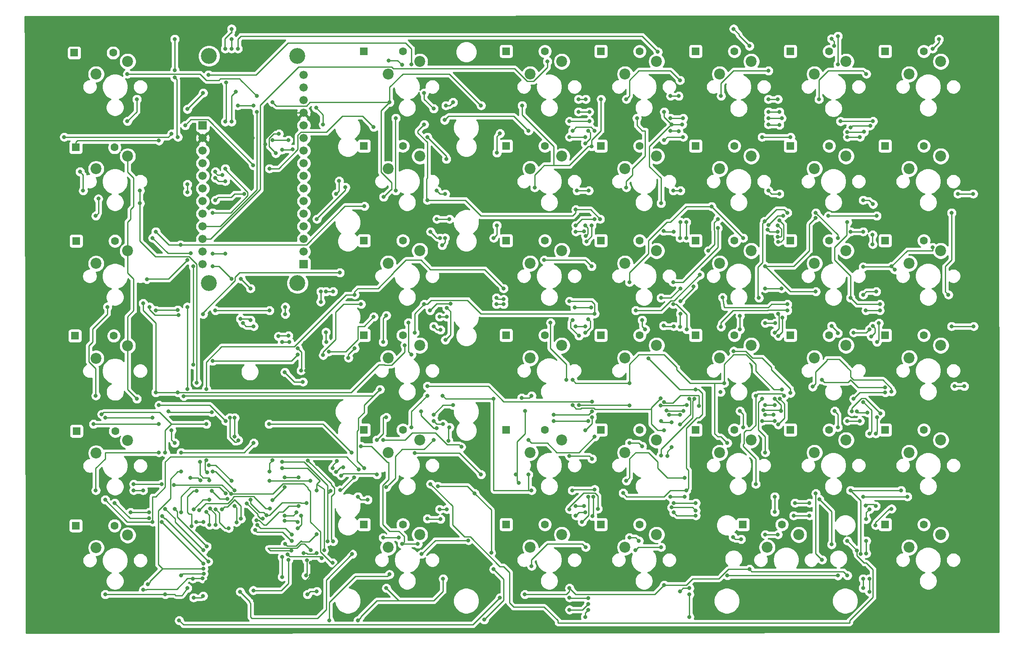
<source format=gtl>
G04 #@! TF.GenerationSoftware,KiCad,Pcbnew,5.1.5*
G04 #@! TF.CreationDate,2020-04-06T16:13:34-07:00*
G04 #@! TF.ProjectId,keyboard,6b657962-6f61-4726-942e-6b696361645f,rev?*
G04 #@! TF.SameCoordinates,Original*
G04 #@! TF.FileFunction,Copper,L1,Top*
G04 #@! TF.FilePolarity,Positive*
%FSLAX46Y46*%
G04 Gerber Fmt 4.6, Leading zero omitted, Abs format (unit mm)*
G04 Created by KiCad (PCBNEW 5.1.5) date 2020-04-06 16:13:34*
%MOMM*%
%LPD*%
G04 APERTURE LIST*
%ADD10C,2.200000*%
%ADD11C,3.200000*%
%ADD12C,1.676400*%
%ADD13R,1.676400X1.676400*%
%ADD14C,1.600000*%
%ADD15R,1.600000X1.600000*%
%ADD16C,0.800000*%
%ADD17C,0.250000*%
%ADD18C,0.254000*%
G04 APERTURE END LIST*
D10*
X63555880Y-54648100D03*
X69905880Y-52108100D03*
D11*
X86255860Y-96716850D03*
X104035860Y-96716850D03*
X104035860Y-50996850D03*
X86255860Y-50996850D03*
D12*
X105305860Y-54806850D03*
X105305860Y-57346850D03*
X105305860Y-59886850D03*
X105305860Y-62426850D03*
X105305860Y-64966850D03*
X105305860Y-67506850D03*
X105305860Y-70046850D03*
X105305860Y-72586850D03*
X105305860Y-75126850D03*
X105305860Y-77666850D03*
X105305860Y-80206850D03*
X105305860Y-82746850D03*
X105305860Y-85286850D03*
X105305860Y-87826850D03*
X105305860Y-90366850D03*
D13*
X105305860Y-92906850D03*
D12*
X84985860Y-92906850D03*
X84985860Y-90366850D03*
X84985860Y-87826850D03*
X84985860Y-85286850D03*
X84985860Y-82746850D03*
X84985860Y-80206850D03*
X84985860Y-77666850D03*
X84985860Y-75126850D03*
X84985860Y-72586850D03*
X84985860Y-70046850D03*
X84985860Y-67506850D03*
D13*
X84985860Y-64966850D03*
D10*
X150867110Y-54648100D03*
X157217110Y-52108100D03*
D14*
X125239610Y-50044350D03*
D15*
X117439610Y-50044350D03*
D14*
X153814610Y-50044350D03*
D15*
X146014610Y-50044350D03*
D14*
X172864610Y-50044350D03*
D15*
X165064610Y-50044350D03*
D14*
X191914610Y-50044350D03*
D15*
X184114610Y-50044350D03*
D14*
X210964610Y-50044350D03*
D15*
X203164610Y-50044350D03*
D14*
X230014610Y-50044350D03*
D15*
X222214610Y-50044350D03*
D14*
X153814610Y-69094350D03*
D15*
X146014610Y-69094350D03*
D14*
X172864610Y-69094350D03*
D15*
X165064610Y-69094350D03*
D14*
X230014610Y-69094350D03*
D15*
X222214610Y-69094350D03*
D14*
X125239610Y-88144350D03*
D15*
X117439610Y-88144350D03*
D14*
X153814610Y-88144350D03*
D15*
X146014610Y-88144350D03*
D14*
X172864610Y-88144350D03*
D15*
X165064610Y-88144350D03*
D14*
X191914610Y-88144350D03*
D15*
X184114610Y-88144350D03*
D14*
X210964610Y-88144350D03*
D15*
X203164610Y-88144350D03*
D14*
X125239610Y-107194350D03*
D15*
X117439610Y-107194350D03*
D14*
X153814610Y-107194350D03*
D15*
X146014610Y-107194350D03*
D14*
X172864610Y-107194350D03*
D15*
X165064610Y-107194350D03*
D14*
X172864610Y-145294350D03*
D15*
X165064610Y-145294350D03*
D10*
X150867110Y-73698100D03*
X157217110Y-71158100D03*
X169917110Y-73698100D03*
X176267110Y-71158100D03*
X188967110Y-73698100D03*
X195317110Y-71158100D03*
X208017110Y-73698100D03*
X214367110Y-71158100D03*
X227067110Y-73698100D03*
X233417110Y-71158100D03*
X150867110Y-149898100D03*
X157217110Y-147358100D03*
X169917110Y-149898100D03*
X176267110Y-147358100D03*
X150867110Y-111798100D03*
X157217110Y-109258100D03*
X227067110Y-130848100D03*
X233417110Y-128308100D03*
X188967110Y-130848100D03*
X195317110Y-128308100D03*
X122292110Y-111798100D03*
X128642110Y-109258100D03*
X122292110Y-149898100D03*
X128642110Y-147358100D03*
X188967110Y-111798100D03*
X195317110Y-109258100D03*
X188967110Y-92748100D03*
X195317110Y-90208100D03*
X122292110Y-73698100D03*
X128642110Y-71158100D03*
X122292110Y-54648100D03*
X128642110Y-52108100D03*
X169917110Y-54648100D03*
X176267110Y-52108100D03*
X188967110Y-54648100D03*
X195317110Y-52108100D03*
X208017110Y-54648100D03*
X214367110Y-52108100D03*
X227067110Y-54648100D03*
X233417110Y-52108100D03*
X208017110Y-111798100D03*
X214367110Y-109258100D03*
X227067110Y-111798100D03*
X233417110Y-109258100D03*
X63550800Y-73710800D03*
X69900800Y-71170800D03*
X63550800Y-92773500D03*
X69900800Y-90233500D03*
X63550800Y-111861600D03*
X69900800Y-109321600D03*
X63576200Y-130937000D03*
X69926200Y-128397000D03*
X63576200Y-149987000D03*
X69926200Y-147447000D03*
X150867110Y-92748100D03*
X157217110Y-90208100D03*
X208017110Y-92748100D03*
X214367110Y-90208100D03*
X169917110Y-111798100D03*
X176267110Y-109258100D03*
X122292110Y-130848100D03*
X128642110Y-128308100D03*
X227067110Y-92748100D03*
X233417110Y-90208100D03*
X122292110Y-92748100D03*
X128642110Y-90208100D03*
X208017110Y-130848100D03*
X214367110Y-128308100D03*
X169917110Y-92748100D03*
X176267110Y-90208100D03*
X169917110Y-130848100D03*
X176267110Y-128308100D03*
X150867110Y-130848100D03*
X157217110Y-128308100D03*
D14*
X125239610Y-69094350D03*
D15*
X117439610Y-69094350D03*
D14*
X191914610Y-69094350D03*
D15*
X184114610Y-69094350D03*
D14*
X210964610Y-69094350D03*
D15*
X203164610Y-69094350D03*
D14*
X230014610Y-88144350D03*
D15*
X222214610Y-88144350D03*
D14*
X191914610Y-107194350D03*
D15*
X184114610Y-107194350D03*
D14*
X210964610Y-107194350D03*
D15*
X203164610Y-107194350D03*
D14*
X230014610Y-107194350D03*
D15*
X222214610Y-107194350D03*
D14*
X125239610Y-126244350D03*
D15*
X117439610Y-126244350D03*
D14*
X153814610Y-126244350D03*
D15*
X146014610Y-126244350D03*
D14*
X172864610Y-126244350D03*
D15*
X165064610Y-126244350D03*
D14*
X191914610Y-126244350D03*
D15*
X184114610Y-126244350D03*
D14*
X210964610Y-126244350D03*
D15*
X203164610Y-126244350D03*
D14*
X230014610Y-126244350D03*
D15*
X222214610Y-126244350D03*
D14*
X125239610Y-145294350D03*
D15*
X117439610Y-145294350D03*
D14*
X153814610Y-145294350D03*
D15*
X146014610Y-145294350D03*
D14*
X201439610Y-145294350D03*
D15*
X193639610Y-145294350D03*
D14*
X230014610Y-145294350D03*
D15*
X222214610Y-145294350D03*
D10*
X227067110Y-149898100D03*
X233417110Y-147358100D03*
X198492110Y-149898100D03*
X204842110Y-147358100D03*
D15*
X59180900Y-50355500D03*
D14*
X66980900Y-50355500D03*
X67273000Y-69405500D03*
D15*
X59473000Y-69405500D03*
X59549200Y-88226900D03*
D14*
X67349200Y-88226900D03*
X67095200Y-107327700D03*
D15*
X59295200Y-107327700D03*
D14*
X67425400Y-126492000D03*
D15*
X59625400Y-126492000D03*
X59485700Y-145529300D03*
D14*
X67285700Y-145529300D03*
D16*
X85725000Y-156905000D03*
X90805000Y-163105000D03*
X89535000Y-157480000D03*
X106770000Y-155575000D03*
X106770000Y-153035000D03*
X98933000Y-78105000D03*
X97663000Y-76200000D03*
X90260000Y-71120000D03*
X93345000Y-68199000D03*
X95082653Y-67477347D03*
X97589494Y-68769800D03*
X103378000Y-106299000D03*
X104865000Y-106553000D03*
X105532347Y-108707347D03*
X105791000Y-114300000D03*
X107980346Y-133126346D03*
X111955153Y-137355153D03*
X116078000Y-147066000D03*
X90805000Y-148590000D03*
X71755000Y-120015000D03*
X69850000Y-64135000D03*
X71755000Y-59690000D03*
X203835000Y-143510000D03*
X179705000Y-142875000D03*
X161925000Y-142875000D03*
X160020000Y-143510000D03*
X132797758Y-144227758D03*
X130175000Y-144145000D03*
X108752346Y-98412349D03*
X108735153Y-100480153D03*
X109765000Y-106590000D03*
X109855000Y-108585000D03*
X89625000Y-139065000D03*
X98425000Y-136525000D03*
X106680000Y-136525000D03*
X207010000Y-143510000D03*
X184150000Y-143510000D03*
X80645000Y-142875000D03*
X70485000Y-142875000D03*
X74205000Y-142875000D03*
X79375000Y-47602370D03*
X233045000Y-47625000D03*
X231775000Y-49530000D03*
X79375000Y-53885000D03*
X79375000Y-55335000D03*
X80010000Y-67310000D03*
X94615000Y-97790000D03*
X92710000Y-95885000D03*
X88990000Y-74930000D03*
X87540000Y-74295000D03*
X92534274Y-158836784D03*
X115062000Y-151257000D03*
X111252000Y-148680000D03*
X106177358Y-132455642D03*
X105156000Y-116586000D03*
X101510000Y-114644001D03*
X87540000Y-75565000D03*
X89535000Y-76200000D03*
X85180000Y-144780000D03*
X83730000Y-144780000D03*
X83185000Y-160020000D03*
X85090000Y-159685000D03*
X86995000Y-90805000D03*
X89535000Y-90805000D03*
X95177972Y-158574695D03*
X102235000Y-107315000D03*
X100224847Y-107420153D03*
X94615000Y-104140000D03*
X92576814Y-103905080D03*
X102223389Y-152425700D03*
X212000000Y-48985000D03*
X211455000Y-47535000D03*
X90805000Y-47602370D03*
X90805000Y-49530000D03*
X91647657Y-58212343D03*
X90805000Y-64225000D03*
X93345000Y-78740000D03*
X87540000Y-80010000D03*
X90805000Y-45539999D03*
X194945000Y-48985000D03*
X86995000Y-82550000D03*
X191770000Y-45539999D03*
X89535000Y-49530000D03*
X89742657Y-56307343D03*
X89535000Y-64225000D03*
X89535000Y-73660000D03*
X176530000Y-50165000D03*
X92075000Y-49530000D03*
X95885000Y-62230000D03*
X154305000Y-52070000D03*
X113709658Y-77425342D03*
X107950000Y-83820000D03*
X217170000Y-124460000D03*
X214630000Y-124460000D03*
X200025000Y-124460000D03*
X197485000Y-124460000D03*
X179327441Y-124717441D03*
X177165000Y-124460000D03*
X162560000Y-124460000D03*
X133350000Y-125095000D03*
X131445000Y-124460000D03*
X104140000Y-111125000D03*
X86995000Y-112395000D03*
X155575000Y-124460000D03*
X76200000Y-125095000D03*
X63045002Y-125095000D03*
X219075000Y-106045000D03*
X215900000Y-106680000D03*
X200115000Y-104775000D03*
X198120000Y-104775000D03*
X179705000Y-105410000D03*
X177667135Y-105277135D03*
X161925000Y-105410000D03*
X160020000Y-105410000D03*
X132797758Y-106127758D03*
X131445000Y-105410000D03*
X111215000Y-98425000D03*
X109765000Y-98425000D03*
X98425000Y-102235000D03*
X87540000Y-102235000D03*
X79991051Y-102124552D03*
X75565000Y-102235000D03*
X100965000Y-69850000D03*
X103106796Y-69757129D03*
X217805000Y-86360000D03*
X215265000Y-86360000D03*
X200660000Y-86360000D03*
X198616918Y-85979472D03*
X179705000Y-86360000D03*
X177667135Y-86227135D03*
X161714010Y-86258269D03*
X160020000Y-86360000D03*
X132715000Y-87630000D03*
X130810000Y-86360000D03*
X57150000Y-67310000D03*
X78740000Y-66675000D03*
X217170000Y-67310000D03*
X214630000Y-67310000D03*
X197485000Y-67310000D03*
X181610000Y-67310000D03*
X177800000Y-67945000D03*
X161973441Y-67327148D03*
X158750000Y-67310000D03*
X133985000Y-71755000D03*
X130175000Y-67310000D03*
X99060000Y-67945000D03*
X102235000Y-67945000D03*
X203200000Y-67310000D03*
X76200000Y-68035000D03*
X100965000Y-155854350D03*
X95512110Y-146395550D03*
X102960000Y-148590000D03*
X105320000Y-151040000D03*
X107950000Y-151040000D03*
X107950000Y-158750000D03*
X106045000Y-159385000D03*
X100965000Y-151854350D03*
X90805000Y-95885000D03*
X86995000Y-93345000D03*
X102415001Y-108585000D03*
X100965000Y-108585000D03*
X95250000Y-105410000D03*
X93070009Y-104775000D03*
X92075000Y-60960000D03*
X95250000Y-60960000D03*
X107801202Y-61446202D03*
X109220000Y-64770000D03*
X112439658Y-76155342D03*
X111850000Y-78743497D03*
X126365000Y-104685000D03*
X127000000Y-111125000D03*
X119380000Y-103505000D03*
X110400000Y-110490000D03*
X103865002Y-142875000D03*
X101510000Y-143510000D03*
X212725000Y-125730000D03*
X212090000Y-122465000D03*
X201295000Y-122465000D03*
X200025000Y-120015000D03*
X200025000Y-106680000D03*
X200750000Y-102870000D03*
X200750000Y-88372657D03*
X200985001Y-84086762D03*
X200985001Y-78740000D03*
X198755000Y-78105000D03*
X197715736Y-122275356D03*
X184785000Y-121465000D03*
X130175000Y-117475000D03*
X177800000Y-120650000D03*
X163285000Y-120560000D03*
X130175000Y-80010000D03*
X219225153Y-65010153D03*
X215265000Y-65405000D03*
X200985001Y-62230000D03*
X198755000Y-62230000D03*
X200985001Y-64863119D03*
X198755000Y-64770000D03*
X181432111Y-64770000D03*
X177800000Y-62230000D03*
X179257111Y-64770000D03*
X162740000Y-64135000D03*
X158750000Y-64135000D03*
X177165000Y-80645000D03*
X160020000Y-81915000D03*
X164903002Y-83820000D03*
X129540000Y-64770000D03*
X81915000Y-61685000D03*
X86177351Y-54792649D03*
X127000000Y-52705000D03*
X129540000Y-58420000D03*
X131445000Y-61595000D03*
X92710000Y-144145000D03*
X88900000Y-142240000D03*
X85875153Y-134770153D03*
X85725000Y-132394029D03*
X83820000Y-116750000D03*
X72390000Y-80645000D03*
X72390000Y-78105000D03*
X85090000Y-58420000D03*
X123825000Y-63500000D03*
X123825000Y-78105000D03*
X219800000Y-64135000D03*
X213252414Y-64138118D03*
X201435011Y-63500000D03*
X198755000Y-63500000D03*
X181610000Y-63500000D03*
X179070000Y-63500000D03*
X170180000Y-77470000D03*
X172316260Y-63500000D03*
X163830000Y-83820000D03*
X160020000Y-85090000D03*
X162740000Y-62230000D03*
X160565000Y-62230000D03*
X134620000Y-83820000D03*
X132080000Y-83820000D03*
X117519658Y-81235342D03*
X80538053Y-88990051D03*
X81915000Y-101510000D03*
X81915000Y-118020000D03*
X82550000Y-135890000D03*
X84545000Y-136435000D03*
X83185000Y-142240000D03*
X86360000Y-140335000D03*
X86360000Y-140335000D03*
X87630000Y-142240000D03*
X90260000Y-146050000D03*
X60325000Y-74295000D03*
X60960000Y-78105000D03*
X75565000Y-86360000D03*
X122555000Y-60325000D03*
X121375000Y-79375000D03*
X218440000Y-54610000D03*
X208915000Y-59690000D03*
X198755000Y-53975000D03*
X189230000Y-59055000D03*
X180975000Y-55880000D03*
X170180000Y-59690000D03*
X163195000Y-69215000D03*
X165100000Y-59690000D03*
X151765000Y-77470000D03*
X149225000Y-60960000D03*
X140970000Y-60960000D03*
X95885000Y-59055000D03*
X91800010Y-144852108D03*
X91440000Y-141605000D03*
X89974142Y-140139142D03*
X86815000Y-138520000D03*
X84455000Y-132715000D03*
X83095000Y-113120000D03*
X83095000Y-93345000D03*
X82640000Y-90708509D03*
X86360000Y-136435000D03*
X99060000Y-60325000D03*
X69850000Y-54610000D03*
X64020498Y-79729500D03*
X63500000Y-83185000D03*
X74930000Y-87630000D03*
X133895000Y-60960000D03*
X135345000Y-60325000D03*
X144780000Y-66585000D03*
X144145000Y-70485000D03*
X144145000Y-85090000D03*
X143510000Y-87630000D03*
X154940000Y-104685000D03*
X158115000Y-116205000D03*
X217805000Y-80010000D03*
X219800000Y-80823885D03*
X219710000Y-86995000D03*
X219710000Y-88900000D03*
X219782108Y-105337892D03*
X219441560Y-107436865D03*
X218635153Y-122750153D03*
X216535000Y-122555000D03*
X200025000Y-121285000D03*
X198120000Y-121285000D03*
X160655000Y-121285000D03*
X99060000Y-140425000D03*
X101510000Y-137795000D03*
X101510000Y-135800000D03*
X104315012Y-135800000D03*
X100330000Y-66675000D03*
X99695000Y-70575000D03*
X101600000Y-101510000D03*
X101600000Y-102960000D03*
X104140000Y-109855000D03*
X104775000Y-114300000D03*
X182335000Y-121285000D03*
X177092892Y-121375000D03*
X170815000Y-121375000D03*
X122371827Y-51886827D03*
X125095000Y-52808101D03*
X98493443Y-142098211D03*
X161925000Y-163920000D03*
X162560000Y-162470000D03*
X161290000Y-144780000D03*
X162560000Y-139700000D03*
X161925000Y-126365000D03*
X163267108Y-123735000D03*
X180975000Y-123190000D03*
X198120000Y-123190000D03*
X199814010Y-123190000D03*
X215522346Y-122567651D03*
X221291559Y-122938302D03*
X235585000Y-105410000D03*
X240030000Y-105410000D03*
X239935009Y-78740000D03*
X236855000Y-78740000D03*
X160565000Y-59690000D03*
X162015000Y-59690000D03*
X162560000Y-66040000D03*
X161925000Y-68580000D03*
X161925000Y-85090000D03*
X161989329Y-87219623D03*
X173355000Y-104140000D03*
X173990000Y-106045000D03*
X178804270Y-123190000D03*
X84304847Y-142390153D03*
X101510000Y-144510003D03*
X104140000Y-144780000D03*
X121285000Y-147955000D03*
X124460000Y-147955000D03*
X193040000Y-106045000D03*
X193040000Y-106045000D03*
X193040000Y-103325000D03*
X182245000Y-87630000D03*
X182245000Y-84455000D03*
X180707111Y-59055000D03*
X179070000Y-59055000D03*
X197485000Y-120015000D03*
X198120000Y-130810000D03*
X200025000Y-139700000D03*
X200025000Y-142785000D03*
X184150000Y-142509997D03*
X179292118Y-141880787D03*
X164465000Y-142150000D03*
X158750000Y-142240000D03*
X138430000Y-148500000D03*
X129027110Y-151252110D03*
X81915000Y-92075000D03*
X81915000Y-78391850D03*
X81915000Y-76835000D03*
X81475153Y-64965153D03*
X95160000Y-73025000D03*
X98425000Y-73660000D03*
X119380000Y-65315000D03*
X133646348Y-63886348D03*
X150495000Y-66040000D03*
X159385000Y-66040000D03*
X163830000Y-66040000D03*
X179070000Y-66040000D03*
X180707111Y-66180889D03*
X73753717Y-95928930D03*
X102960000Y-147320000D03*
X96012110Y-145415000D03*
X102960000Y-147320000D03*
X104140000Y-146050000D03*
X104775000Y-143510000D03*
X111125000Y-133985000D03*
X112000153Y-132564847D03*
X114300000Y-111760000D03*
X115570000Y-109855000D03*
X121285000Y-108585000D03*
X121920000Y-103218002D03*
X219075000Y-158840000D03*
X219075000Y-156210000D03*
X218440000Y-151130000D03*
X218440000Y-148590000D03*
X218440000Y-144235000D03*
X219075000Y-142240000D03*
X219075000Y-127000000D03*
X217805000Y-120650000D03*
X212725000Y-106794349D03*
X211455000Y-105344349D03*
X200660000Y-87360003D03*
X200660000Y-85090000D03*
X200660000Y-59690000D03*
X198755000Y-59690000D03*
X105931563Y-152490000D03*
X105757346Y-155562349D03*
X104315012Y-141605000D03*
X109220000Y-111215000D03*
X116840000Y-100965000D03*
X132625000Y-103505000D03*
X134075000Y-103505000D03*
X144055000Y-100965000D03*
X145505000Y-100965000D03*
X95779537Y-144442419D03*
X236220000Y-117475000D03*
X238125000Y-117475000D03*
X212725000Y-46990000D03*
X212725000Y-52705000D03*
X159385000Y-104140000D03*
X160655000Y-107315000D03*
X163560003Y-139700000D03*
X163365313Y-143600000D03*
X170815000Y-147955000D03*
X172720000Y-148590000D03*
X182880000Y-163920000D03*
X182880000Y-159385000D03*
X93890000Y-141060000D03*
X90732892Y-139137108D03*
X97065000Y-144119832D03*
X158750000Y-162470000D03*
X162560000Y-161290000D03*
X193247445Y-148254821D03*
X191633327Y-147818327D03*
X180975000Y-125185000D03*
X182880000Y-120015000D03*
X182327827Y-106033261D03*
X179615000Y-100965000D03*
X188595000Y-85654471D03*
X198770321Y-84991307D03*
X201710001Y-83141079D03*
X214630000Y-66309997D03*
X218000153Y-66235153D03*
X179615000Y-96520000D03*
X111125000Y-153035000D03*
X71120000Y-137160000D03*
X76745000Y-137160000D03*
X79224847Y-137310153D03*
X86995000Y-134620000D03*
X91440000Y-138430000D03*
X94615000Y-140335000D03*
X97830273Y-143476124D03*
X112834847Y-135450153D03*
X105899999Y-140970000D03*
X198120000Y-97790000D03*
X201385000Y-97790000D03*
X201565001Y-103628836D03*
X200750000Y-107387108D03*
X201037654Y-120002349D03*
X200732108Y-125185000D03*
X214630000Y-148590000D03*
X216535000Y-150585000D03*
X120015000Y-135255000D03*
X130810000Y-137160000D03*
X86844847Y-122705153D03*
X78105000Y-122555000D03*
X101574343Y-149236596D03*
X217805000Y-99060000D03*
X220435000Y-98425000D03*
X220980000Y-104775000D03*
X220566559Y-108585000D03*
X220566559Y-123735000D03*
X220345000Y-127000000D03*
X220345000Y-141605000D03*
X218350000Y-141532892D03*
X204117110Y-140970000D03*
X184150000Y-140970000D03*
X179705000Y-140970000D03*
X161657111Y-141605000D03*
X160020000Y-141605000D03*
X134075000Y-142240000D03*
X132625000Y-142240000D03*
X118164610Y-140335000D03*
X116205000Y-139700000D03*
X107950000Y-147230000D03*
X134424847Y-128465153D03*
X134620000Y-125730000D03*
X133789847Y-108145153D03*
X134075000Y-101693964D03*
X133154847Y-89095153D03*
X133727654Y-87617349D03*
X133774010Y-78740000D03*
X132080000Y-78105000D03*
X207010000Y-140970000D03*
X102818346Y-150546654D03*
X106770000Y-150495000D03*
X160264010Y-78105000D03*
X162650000Y-78105000D03*
X163195000Y-85090000D03*
X162164020Y-88287312D03*
X162560000Y-103959999D03*
X161925000Y-106680000D03*
X170815000Y-128905000D03*
X173355000Y-129540000D03*
X177165000Y-131445000D03*
X183880003Y-120015000D03*
X189230000Y-105500000D03*
X202565000Y-102235000D03*
X218350000Y-102235000D03*
X221160000Y-102235000D03*
X110125001Y-148680000D03*
X100965000Y-132715000D03*
X115409224Y-135784847D03*
X121285000Y-128270000D03*
X137010730Y-129687687D03*
X150495000Y-128270000D03*
X163830000Y-127635000D03*
X112649000Y-138340000D03*
X110748653Y-138561653D03*
X102111238Y-151354350D03*
X193675000Y-125730000D03*
X193040000Y-122465000D03*
X180975000Y-105500000D03*
X181065000Y-102870000D03*
X180975000Y-87630000D03*
X181065000Y-84455000D03*
X181065000Y-78105000D03*
X179615000Y-78105000D03*
X89625000Y-124460000D03*
X100965000Y-133985000D03*
X109400001Y-150495000D03*
X181682108Y-122465000D03*
X178301563Y-122325541D03*
X163285000Y-122555000D03*
X155575000Y-123190000D03*
X135345000Y-121285000D03*
X131445000Y-123190000D03*
X121920000Y-123735000D03*
X120015000Y-128270000D03*
X113225153Y-133789847D03*
X111832108Y-134692108D03*
X107950000Y-138430000D03*
X181065000Y-100330000D03*
X183710153Y-97350153D03*
X108895848Y-152089154D03*
X76200000Y-121285000D03*
X86360000Y-145415000D03*
X85725000Y-142785000D03*
X85725000Y-118020000D03*
X115570000Y-99060000D03*
X193675000Y-87630000D03*
X187325000Y-81280000D03*
X198120000Y-93345000D03*
X208280000Y-98425000D03*
X220525000Y-83185000D03*
X210820000Y-83185000D03*
X208267349Y-83562654D03*
X170815000Y-96520000D03*
X163195000Y-93345000D03*
X153670000Y-92075000D03*
X145505000Y-97790000D03*
X85725000Y-125095000D03*
X64680000Y-123117892D03*
X77470000Y-130810000D03*
X85831284Y-149736164D03*
X186690000Y-90170000D03*
X188595000Y-83820000D03*
X212725000Y-87630000D03*
X208280000Y-82550000D03*
X217805000Y-93435000D03*
X224155000Y-93980000D03*
X223520000Y-93345000D03*
X231775000Y-89535000D03*
X202565000Y-100965000D03*
X189534753Y-99603189D03*
X184983282Y-95051718D03*
X172085000Y-102235000D03*
X163105000Y-101600000D03*
X159814000Y-101600000D03*
X145505000Y-99964997D03*
X144055000Y-99695000D03*
X134800000Y-100893055D03*
X130720000Y-102235000D03*
X112575000Y-94615000D03*
X80160153Y-103110153D03*
X85090000Y-102960000D03*
X79375000Y-142150000D03*
X74930000Y-123825000D03*
X65405000Y-123825000D03*
X74295000Y-101510000D03*
X65840900Y-101510000D03*
X63500000Y-119380000D03*
X87630000Y-145415000D03*
X86483836Y-142133716D03*
X125640000Y-109220000D03*
X127635000Y-106680000D03*
X129540000Y-100965000D03*
X234950000Y-99060000D03*
X235585000Y-82550000D03*
X197998825Y-84266307D03*
X196850000Y-99695000D03*
X202565000Y-82550000D03*
X215265000Y-99695000D03*
X214630000Y-84455000D03*
X221160000Y-100965000D03*
X181065000Y-97790000D03*
X177165000Y-99695000D03*
X158750000Y-100330000D03*
X163830000Y-102870000D03*
X75565000Y-118745000D03*
X79375000Y-128905000D03*
X78740000Y-126365000D03*
X80010000Y-118745000D03*
X73025000Y-100785000D03*
X85180000Y-150495000D03*
X222250000Y-118745000D03*
X215900000Y-120015000D03*
X201930000Y-119380000D03*
X196215000Y-119380000D03*
X196215000Y-137160000D03*
X181925220Y-139700000D03*
X179070000Y-139700000D03*
X178406852Y-131473148D03*
X179299810Y-129769810D03*
X177800000Y-126365000D03*
X177092892Y-119925000D03*
X163805284Y-138249999D03*
X159295000Y-138430000D03*
X159385000Y-121285000D03*
X139700000Y-139065000D03*
X132275153Y-137599847D03*
X127000000Y-125730000D03*
X130175000Y-119380000D03*
X143016654Y-150988346D03*
X143510000Y-154305000D03*
X71120000Y-138430000D03*
X73025000Y-138430000D03*
X77470000Y-142150000D03*
X141605000Y-164465000D03*
X85180000Y-153211286D03*
X223520000Y-118560850D03*
X207645000Y-117565000D03*
X203200000Y-118835000D03*
X191770000Y-110400000D03*
X184150000Y-118110000D03*
X174625000Y-111850000D03*
X182245000Y-138430000D03*
X169545000Y-138975000D03*
X189139999Y-118654999D03*
X163285000Y-132080000D03*
X158750000Y-131535000D03*
X150495000Y-135255000D03*
X151130000Y-138430000D03*
X143510000Y-120015000D03*
X149135000Y-119834999D03*
X151130000Y-119380000D03*
X121920000Y-137795000D03*
X131445000Y-128270000D03*
X132017235Y-125958281D03*
X128905000Y-122555000D03*
X133260000Y-119380000D03*
X116400153Y-134180153D03*
X65405000Y-140335000D03*
X76791857Y-144823143D03*
X74930000Y-144780000D03*
X86131466Y-152761288D03*
X222250000Y-117744997D03*
X209550000Y-116205000D03*
X201475000Y-118110000D03*
X189865000Y-116840000D03*
X170815000Y-116840000D03*
X190500000Y-128905000D03*
X181925220Y-135890000D03*
X170180000Y-136525000D03*
X159385000Y-116205000D03*
X148590000Y-136910849D03*
X149860000Y-122465000D03*
X117475000Y-133985000D03*
X120650000Y-118110000D03*
X147955000Y-135255000D03*
X140970000Y-135255000D03*
X127635000Y-130900000D03*
X67310000Y-140970000D03*
X81190000Y-119470000D03*
X76200000Y-130810000D03*
X63500000Y-138430000D03*
X74205000Y-144055000D03*
X76835000Y-143600000D03*
X220302477Y-145457523D03*
X223520000Y-142150000D03*
X200660000Y-147320000D03*
X198120000Y-147320000D03*
X92165000Y-128342108D03*
X90439997Y-123825000D03*
X85183183Y-155211285D03*
X211455000Y-149315000D03*
X209005000Y-140245000D03*
X177165000Y-149860000D03*
X172048881Y-150452261D03*
X162015000Y-149860000D03*
X151130000Y-153670000D03*
X128270000Y-149225000D03*
X125095000Y-149225000D03*
X122555000Y-155338740D03*
X110490000Y-164645000D03*
X80645000Y-155575000D03*
X81915000Y-158115000D03*
X98335000Y-125095000D03*
X114935000Y-130810000D03*
X116840000Y-129540000D03*
X65405000Y-159385000D03*
X77470000Y-159385000D03*
X84935000Y-156180000D03*
X83005000Y-156210000D03*
X82790153Y-145655153D03*
X86270000Y-133350000D03*
X90805000Y-136525000D03*
X91440000Y-127635000D03*
X91440000Y-123825000D03*
X83820000Y-138520000D03*
X209550000Y-152400000D03*
X208280000Y-139065000D03*
X217805000Y-139700000D03*
X226695000Y-139700000D03*
X190500000Y-155575000D03*
X212713630Y-155586370D03*
X182880000Y-158115000D03*
X180975000Y-158750000D03*
X162560000Y-160110000D03*
X158750000Y-160020000D03*
X133350000Y-156210000D03*
X121920000Y-158115000D03*
X116205000Y-164645000D03*
X73072233Y-158447414D03*
X217805000Y-156210000D03*
X217805000Y-158115000D03*
X98425000Y-134620000D03*
X99060000Y-132394030D03*
X85180000Y-154211289D03*
X217293836Y-151236284D03*
X215265000Y-138430000D03*
X225425000Y-138430000D03*
X194945000Y-154305000D03*
X214630000Y-155575000D03*
X177800000Y-157480000D03*
X158750000Y-158115000D03*
X149770000Y-159385000D03*
X144780000Y-160020000D03*
X95250000Y-128905000D03*
X80645000Y-130810000D03*
X80645000Y-134620000D03*
X80270276Y-164620151D03*
X74002900Y-157353000D03*
D17*
X85725000Y-156905000D02*
X88840000Y-156905000D01*
X88840000Y-156905000D02*
X89535000Y-157480000D01*
X89535000Y-157480000D02*
X90805000Y-158870000D01*
X90805000Y-158870000D02*
X90805000Y-159385000D01*
X90805000Y-159385000D02*
X90805000Y-163105000D01*
X102650001Y-159694999D02*
X106770000Y-155575000D01*
X98933000Y-78105000D02*
X98933000Y-77470000D01*
X98933000Y-77470000D02*
X97663000Y-76200000D01*
X93345000Y-68199000D02*
X94361000Y-68199000D01*
X94361000Y-68199000D02*
X95082653Y-67477347D01*
X104120467Y-62426850D02*
X105305860Y-62426850D01*
X102868738Y-62426850D02*
X104120467Y-62426850D01*
X97589494Y-67706094D02*
X102868738Y-62426850D01*
X97589494Y-68769800D02*
X97589494Y-67706094D01*
X103378000Y-106299000D02*
X104611000Y-106299000D01*
X104611000Y-106299000D02*
X104865000Y-106553000D01*
X105532347Y-108707347D02*
X105532347Y-109850347D01*
X105532347Y-109850347D02*
X105986153Y-110304153D01*
X105986153Y-110304153D02*
X105986153Y-114104847D01*
X105986153Y-114104847D02*
X105791000Y-114300000D01*
X107980346Y-133126346D02*
X111955153Y-137101153D01*
X111955153Y-137101153D02*
X111955153Y-137355153D01*
X107335685Y-155575000D02*
X106770000Y-155575000D01*
X109658002Y-155575000D02*
X107335685Y-155575000D01*
X116078000Y-149155002D02*
X109658002Y-155575000D01*
X116078000Y-147066000D02*
X116078000Y-149155002D01*
X88599010Y-71120000D02*
X84985860Y-67506850D01*
X90260000Y-71120000D02*
X88599010Y-71120000D01*
X69900800Y-118160800D02*
X69900800Y-109321600D01*
X71755000Y-120015000D02*
X69900800Y-118160800D01*
X69900800Y-94665800D02*
X69900800Y-90233500D01*
X71120000Y-95885000D02*
X69900800Y-94665800D01*
X71120000Y-102235000D02*
X71120000Y-95885000D01*
X69900800Y-109321600D02*
X69900800Y-103454200D01*
X69900800Y-103454200D02*
X71120000Y-102235000D01*
X71120000Y-75565000D02*
X69900800Y-74345800D01*
X70485000Y-81915000D02*
X71120000Y-81280000D01*
X69900800Y-84404200D02*
X70485000Y-83820000D01*
X69900800Y-90233500D02*
X69900800Y-84404200D01*
X69900800Y-74345800D02*
X69900800Y-71170800D01*
X70485000Y-83820000D02*
X70485000Y-81915000D01*
X71120000Y-81280000D02*
X71120000Y-75565000D01*
X69850000Y-64135000D02*
X71755000Y-62230000D01*
X71755000Y-62230000D02*
X71755000Y-59690000D01*
X205740000Y-143510000D02*
X203835000Y-143510000D01*
X181610000Y-143510000D02*
X180340000Y-143510000D01*
X180340000Y-143510000D02*
X179705000Y-142875000D01*
X161925000Y-142875000D02*
X160655000Y-142875000D01*
X160655000Y-142875000D02*
X160020000Y-143510000D01*
X132797758Y-144227758D02*
X130257758Y-144227758D01*
X130257758Y-144227758D02*
X130175000Y-144145000D01*
X108752346Y-98412349D02*
X108752346Y-100462960D01*
X108752346Y-100462960D02*
X108735153Y-100480153D01*
X109765000Y-106590000D02*
X109765000Y-108495000D01*
X109765000Y-108495000D02*
X109855000Y-108585000D01*
X98425000Y-136525000D02*
X104140000Y-136525000D01*
X104140000Y-136525000D02*
X104775000Y-136525000D01*
X104775000Y-136525000D02*
X106680000Y-136525000D01*
X205740000Y-143510000D02*
X207010000Y-143510000D01*
X181610000Y-143510000D02*
X184150000Y-143510000D01*
X88355000Y-137795000D02*
X89625000Y-139065000D01*
X82550000Y-137795000D02*
X88355000Y-137795000D01*
X80645000Y-142875000D02*
X80645000Y-139700000D01*
X80645000Y-139700000D02*
X82550000Y-137795000D01*
X70485000Y-142875000D02*
X74205000Y-142875000D01*
X79375000Y-52160000D02*
X79375000Y-47602370D01*
X233045000Y-47625000D02*
X233045000Y-48260000D01*
X233045000Y-48260000D02*
X231775000Y-49530000D01*
X79375000Y-52160000D02*
X79375000Y-53885000D01*
X79774999Y-67074999D02*
X80010000Y-67310000D01*
X79375000Y-55335000D02*
X79774999Y-55734999D01*
X79774999Y-55734999D02*
X79774999Y-67074999D01*
X94615000Y-97790000D02*
X92710000Y-95885000D01*
X87978002Y-74930000D02*
X87630000Y-74581998D01*
X88990000Y-74930000D02*
X87978002Y-74930000D01*
X87630000Y-74581998D02*
X87630000Y-74385000D01*
X87630000Y-74385000D02*
X87540000Y-74295000D01*
X92534274Y-158836784D02*
X94479490Y-160782000D01*
X94479490Y-160782000D02*
X94479490Y-161027490D01*
X94479490Y-161027490D02*
X94615000Y-161163000D01*
X94615000Y-161163000D02*
X94615000Y-163957000D01*
X94615000Y-163957000D02*
X94869000Y-164211000D01*
X94869000Y-164211000D02*
X108077000Y-164211000D01*
X108077000Y-164211000D02*
X109855000Y-162433000D01*
X109855000Y-162433000D02*
X109855000Y-156464000D01*
X109855000Y-156464000D02*
X115062000Y-151257000D01*
X110852001Y-139575000D02*
X110850001Y-139573000D01*
X111252000Y-148680000D02*
X110852001Y-148280001D01*
X110852001Y-148280001D02*
X110852001Y-139575000D01*
X110852001Y-137130285D02*
X106177358Y-132455642D01*
X105156000Y-116586000D02*
X103451999Y-116586000D01*
X103451999Y-116586000D02*
X101510000Y-114644001D01*
X110852001Y-139575000D02*
X110996000Y-139575000D01*
X110852001Y-137325003D02*
X110852001Y-137130285D01*
X111506000Y-137979002D02*
X110852001Y-137325003D01*
X111506000Y-139065000D02*
X111506000Y-137979002D01*
X110996000Y-139575000D02*
X111506000Y-139065000D01*
X87540000Y-75565000D02*
X88175000Y-76200000D01*
X88175000Y-76200000D02*
X89535000Y-76200000D01*
X83185000Y-160020000D02*
X84755000Y-160020000D01*
X84755000Y-160020000D02*
X85090000Y-159685000D01*
X85180000Y-144780000D02*
X83730000Y-144780000D01*
X86995000Y-90805000D02*
X88265000Y-90805000D01*
X88265000Y-90805000D02*
X89535000Y-90805000D01*
X95177972Y-158574695D02*
X100789695Y-158574695D01*
X100789695Y-158574695D02*
X102235000Y-157129390D01*
X102235000Y-157129390D02*
X102235000Y-154305000D01*
X102235000Y-107315000D02*
X100330000Y-107315000D01*
X100330000Y-107315000D02*
X100224847Y-107420153D01*
X94615000Y-104140000D02*
X94380080Y-103905080D01*
X94380080Y-103905080D02*
X92576814Y-103905080D01*
X102235000Y-154305000D02*
X102235000Y-152437311D01*
X102235000Y-152437311D02*
X102223389Y-152425700D01*
X212000000Y-48985000D02*
X212000000Y-48080000D01*
X212000000Y-48080000D02*
X211455000Y-47535000D01*
X90805000Y-47602370D02*
X90805000Y-49530000D01*
X91647657Y-58212343D02*
X90805000Y-59055000D01*
X90805000Y-59055000D02*
X90805000Y-64225000D01*
X93345000Y-78740000D02*
X91440000Y-78740000D01*
X91440000Y-78740000D02*
X90708346Y-79471654D01*
X90708346Y-79471654D02*
X88078346Y-79471654D01*
X88078346Y-79471654D02*
X87540000Y-80010000D01*
X194945000Y-48985000D02*
X192837369Y-46877369D01*
X90805000Y-46355000D02*
X90653152Y-46355000D01*
X89459076Y-73781074D02*
X94070001Y-78391999D01*
X192837369Y-46877369D02*
X192837369Y-46607368D01*
X90653152Y-46355000D02*
X89459076Y-47549076D01*
X94070001Y-79088001D02*
X90608002Y-82550000D01*
X90608002Y-82550000D02*
X86995000Y-82550000D01*
X94070001Y-78391999D02*
X94070001Y-79088001D01*
X90805000Y-45539999D02*
X90805000Y-46355000D01*
X192837369Y-46607368D02*
X191770000Y-45539999D01*
X89459076Y-47549076D02*
X89459076Y-49454076D01*
X89459076Y-49454076D02*
X89535000Y-49530000D01*
X89742657Y-56307343D02*
X89742657Y-64017343D01*
X89742657Y-64017343D02*
X89535000Y-64225000D01*
X176530000Y-50165000D02*
X173355000Y-46990000D01*
X173355000Y-46990000D02*
X92710000Y-46990000D01*
X92710000Y-46990000D02*
X92075000Y-47625000D01*
X92075000Y-47625000D02*
X92075000Y-49530000D01*
X88507562Y-85286850D02*
X86171253Y-85286850D01*
X95885000Y-77909412D02*
X88507562Y-85286850D01*
X86171253Y-85286850D02*
X84985860Y-85286850D01*
X95885000Y-62230000D02*
X95885000Y-77909412D01*
X122976111Y-53223099D02*
X104256901Y-53223099D01*
X123286113Y-53533101D02*
X122976111Y-53223099D01*
X154305000Y-53319212D02*
X151551111Y-56073101D01*
X151551111Y-56073101D02*
X150270210Y-56073101D01*
X154305000Y-52070000D02*
X154305000Y-53319212D01*
X150270210Y-56073101D02*
X147730210Y-53533101D01*
X147730210Y-53533101D02*
X123286113Y-53533101D01*
X86603972Y-87826850D02*
X86171253Y-87826850D01*
X96610001Y-77820821D02*
X86603972Y-87826850D01*
X96610001Y-60869999D02*
X96610001Y-77820821D01*
X86171253Y-87826850D02*
X84985860Y-87826850D01*
X104256901Y-53223099D02*
X96610001Y-60869999D01*
X107950000Y-83750685D02*
X107950000Y-83820000D01*
X113709658Y-77425342D02*
X113709658Y-77991027D01*
X113709658Y-77991027D02*
X107950000Y-83750685D01*
X217170000Y-124460000D02*
X214630000Y-124460000D01*
X200025000Y-124460000D02*
X197485000Y-124460000D01*
X179327441Y-124717441D02*
X177422441Y-124717441D01*
X177422441Y-124717441D02*
X177165000Y-124460000D01*
X162560000Y-124460000D02*
X160020000Y-124460000D01*
X133350000Y-125095000D02*
X132080000Y-125095000D01*
X132080000Y-125095000D02*
X131445000Y-124460000D01*
X104140000Y-111125000D02*
X102870000Y-112395000D01*
X102870000Y-112395000D02*
X86995000Y-112395000D01*
X160020000Y-124460000D02*
X155575000Y-124460000D01*
X76200000Y-125095000D02*
X63045002Y-125095000D01*
X219075000Y-106045000D02*
X218440000Y-106680000D01*
X218440000Y-106680000D02*
X215900000Y-106680000D01*
X200115000Y-104775000D02*
X198120000Y-104775000D01*
X179705000Y-105410000D02*
X177800000Y-105410000D01*
X177800000Y-105410000D02*
X177667135Y-105277135D01*
X161925000Y-105410000D02*
X160020000Y-105410000D01*
X132797758Y-106127758D02*
X132162758Y-106127758D01*
X132162758Y-106127758D02*
X131445000Y-105410000D01*
X111215000Y-98425000D02*
X109855000Y-98425000D01*
X109855000Y-98425000D02*
X109765000Y-98425000D01*
X98425000Y-102235000D02*
X87540000Y-102235000D01*
X79991051Y-102124552D02*
X75675448Y-102124552D01*
X75675448Y-102124552D02*
X75565000Y-102235000D01*
X100965000Y-69850000D02*
X103013925Y-69850000D01*
X103013925Y-69850000D02*
X103106796Y-69757129D01*
X217805000Y-86360000D02*
X215265000Y-86360000D01*
X200660000Y-86360000D02*
X198997446Y-86360000D01*
X198997446Y-86360000D02*
X198616918Y-85979472D01*
X179705000Y-86360000D02*
X177800000Y-86360000D01*
X177800000Y-86360000D02*
X177667135Y-86227135D01*
X161714010Y-86258269D02*
X160121731Y-86258269D01*
X160121731Y-86258269D02*
X160020000Y-86360000D01*
X132715000Y-87630000D02*
X132080000Y-87630000D01*
X132080000Y-87630000D02*
X130810000Y-86360000D01*
X57150000Y-67310000D02*
X78105000Y-67310000D01*
X78105000Y-67310000D02*
X78740000Y-66675000D01*
X217170000Y-67310000D02*
X214630000Y-67310000D01*
X201295000Y-67310000D02*
X197485000Y-67310000D01*
X181610000Y-67310000D02*
X178435000Y-67310000D01*
X178435000Y-67310000D02*
X177800000Y-67945000D01*
X161973441Y-67327148D02*
X158767148Y-67327148D01*
X158767148Y-67327148D02*
X158750000Y-67310000D01*
X133985000Y-71755000D02*
X133985000Y-71120000D01*
X133985000Y-71120000D02*
X130175000Y-67310000D01*
X99060000Y-67945000D02*
X102235000Y-67945000D01*
X201295000Y-67310000D02*
X203200000Y-67310000D01*
X59473000Y-68355500D02*
X59473000Y-69405500D01*
X59793500Y-68035000D02*
X59473000Y-68355500D01*
X76200000Y-68035000D02*
X59793500Y-68035000D01*
X100965000Y-155854350D02*
X100965000Y-154305000D01*
X95912109Y-146795549D02*
X101075549Y-146795549D01*
X95512110Y-146395550D02*
X95912109Y-146795549D01*
X101075549Y-146795549D02*
X102870000Y-148590000D01*
X102870000Y-148590000D02*
X102960000Y-148590000D01*
X107769999Y-151220001D02*
X107950000Y-151040000D01*
X106065686Y-151220001D02*
X107769999Y-151220001D01*
X105320000Y-151040000D02*
X105885685Y-151040000D01*
X105885685Y-151040000D02*
X106065686Y-151220001D01*
X107950000Y-158750000D02*
X106680000Y-158750000D01*
X106680000Y-158750000D02*
X106045000Y-159385000D01*
X100965000Y-154305000D02*
X100965000Y-151854350D01*
X90805000Y-95885000D02*
X88265000Y-93345000D01*
X88265000Y-93345000D02*
X86995000Y-93345000D01*
X102415001Y-108585000D02*
X100965000Y-108585000D01*
X95250000Y-105410000D02*
X93705009Y-105410000D01*
X93705009Y-105410000D02*
X93070009Y-104775000D01*
X92075000Y-60960000D02*
X93980000Y-60960000D01*
X93980000Y-60960000D02*
X95250000Y-60960000D01*
X107801202Y-61446202D02*
X109220000Y-62865000D01*
X109220000Y-62865000D02*
X109220000Y-64770000D01*
X112439658Y-76155342D02*
X112439658Y-78153839D01*
X112439658Y-78153839D02*
X111850000Y-78743497D01*
X126365000Y-104685000D02*
X126365000Y-110490000D01*
X126365000Y-110490000D02*
X127000000Y-111125000D01*
X119380000Y-103505000D02*
X117475000Y-105410000D01*
X117475000Y-105410000D02*
X116205000Y-105410000D01*
X113788212Y-110490000D02*
X110400000Y-110490000D01*
X116205000Y-105410000D02*
X116205000Y-108073212D01*
X116205000Y-108073212D02*
X113788212Y-110490000D01*
X103865002Y-142875000D02*
X103230002Y-143510000D01*
X103230002Y-143510000D02*
X101510000Y-143510000D01*
X212725000Y-125730000D02*
X212725000Y-123100000D01*
X212725000Y-123100000D02*
X212090000Y-122465000D01*
X201295000Y-121285000D02*
X200025000Y-120015000D01*
X200840001Y-102960001D02*
X200750000Y-102870000D01*
X200025000Y-106680000D02*
X200840001Y-105864999D01*
X200840001Y-105864999D02*
X200840001Y-102960001D01*
X201835011Y-84936772D02*
X200985001Y-84086762D01*
X201835011Y-87853331D02*
X201835011Y-84936772D01*
X200750000Y-88372657D02*
X201315685Y-88372657D01*
X201315685Y-88372657D02*
X201835011Y-87853331D01*
X200985001Y-78740000D02*
X199390000Y-78740000D01*
X199390000Y-78740000D02*
X198755000Y-78105000D01*
X200939644Y-122275356D02*
X197715736Y-122275356D01*
X201295000Y-121920000D02*
X200939644Y-122275356D01*
X201295000Y-121920000D02*
X201295000Y-121285000D01*
X201295000Y-122465000D02*
X201295000Y-121920000D01*
X184785000Y-121465000D02*
X184785000Y-119380000D01*
X184694999Y-119289999D02*
X181065001Y-119289999D01*
X184785000Y-119380000D02*
X184694999Y-119289999D01*
X181065001Y-119289999D02*
X179705000Y-120650000D01*
X179705000Y-120650000D02*
X179520010Y-120834990D01*
X179520010Y-120834990D02*
X177984990Y-120834990D01*
X177984990Y-120834990D02*
X177800000Y-120650000D01*
X161380000Y-120560000D02*
X163285000Y-120560000D01*
X145505001Y-120559999D02*
X161380000Y-120560000D01*
X130175000Y-117475000D02*
X142420002Y-117475000D01*
X142420002Y-117475000D02*
X145505001Y-120559999D01*
X130007109Y-79842109D02*
X130175000Y-80010000D01*
X128270000Y-66478002D02*
X130175000Y-68383002D01*
X130175000Y-68383002D02*
X130175000Y-75506208D01*
X130175000Y-75506208D02*
X130007109Y-75674099D01*
X130007109Y-75674099D02*
X130007109Y-79842109D01*
X219225153Y-65010153D02*
X215659847Y-65010153D01*
X215659847Y-65010153D02*
X215265000Y-65405000D01*
X200985001Y-62230000D02*
X198755000Y-62230000D01*
X200985001Y-64863119D02*
X198848119Y-64863119D01*
X198848119Y-64863119D02*
X198755000Y-64770000D01*
X177800000Y-63303002D02*
X177800000Y-62230000D01*
X181432111Y-64770000D02*
X179266998Y-64770000D01*
X179266998Y-64770000D02*
X177800000Y-63303002D01*
X179266998Y-64770000D02*
X179257111Y-64770000D01*
X162740000Y-64135000D02*
X158750000Y-64135000D01*
X177165000Y-80645000D02*
X177165000Y-75565000D01*
X178857112Y-65169999D02*
X179257111Y-64770000D01*
X174842109Y-69185002D02*
X178857112Y-65169999D01*
X174842109Y-73242109D02*
X174842109Y-69185002D01*
X177165000Y-75565000D02*
X174842109Y-73242109D01*
X162998002Y-81915000D02*
X164903002Y-83820000D01*
X160020000Y-81915000D02*
X162998002Y-81915000D01*
X160020000Y-82550000D02*
X159385000Y-83185000D01*
X160020000Y-81915000D02*
X160020000Y-82550000D01*
X159385000Y-83185000D02*
X140970000Y-83185000D01*
X140970000Y-83185000D02*
X137795000Y-80010000D01*
X130810000Y-80010000D02*
X130175000Y-80010000D01*
X137795000Y-80010000D02*
X130810000Y-80010000D01*
X128270000Y-66478002D02*
X128270000Y-66040000D01*
X128270000Y-66040000D02*
X129540000Y-64770000D01*
X81915000Y-61685000D02*
X85090000Y-58510000D01*
X86177351Y-54792649D02*
X95702351Y-54792649D01*
X95702351Y-54792649D02*
X102156901Y-48338099D01*
X125651901Y-48338099D02*
X125808099Y-48338099D01*
X102156901Y-48338099D02*
X125651901Y-48338099D01*
X125808099Y-48338099D02*
X127000000Y-49530000D01*
X127000000Y-49530000D02*
X127000000Y-52705000D01*
X129540000Y-58420000D02*
X129540000Y-59690000D01*
X129540000Y-59690000D02*
X131445000Y-61595000D01*
X92710000Y-144145000D02*
X92710000Y-141605000D01*
X92710000Y-141605000D02*
X91440000Y-140335000D01*
X91440000Y-140335000D02*
X89989999Y-141785001D01*
X85475154Y-132643875D02*
X85725000Y-132394029D01*
X85875153Y-134770153D02*
X85475154Y-134370154D01*
X85475154Y-134370154D02*
X85475154Y-132643875D01*
X89354999Y-141785001D02*
X88900000Y-142240000D01*
X89989999Y-141785001D02*
X89354999Y-141785001D01*
X82263001Y-91349999D02*
X75474999Y-91349999D01*
X83820000Y-116750000D02*
X83820000Y-92906998D01*
X83820000Y-92906998D02*
X82263001Y-91349999D01*
X72390000Y-80645000D02*
X72390000Y-78105000D01*
X72390000Y-88265000D02*
X72390000Y-80645000D01*
X75474999Y-91349999D02*
X72390000Y-88265000D01*
X123777109Y-63547891D02*
X123825000Y-63500000D01*
X123777109Y-78152891D02*
X123777109Y-63547891D01*
X123777109Y-78152891D02*
X123825000Y-78105000D01*
X219800000Y-64135000D02*
X213255532Y-64135000D01*
X213255532Y-64135000D02*
X213252414Y-64138118D01*
X201435011Y-63500000D02*
X198755000Y-63500000D01*
X181610000Y-63500000D02*
X179070000Y-63500000D01*
X172316260Y-65001260D02*
X172316260Y-63500000D01*
X173355000Y-66040000D02*
X172316260Y-65001260D01*
X173990000Y-71120000D02*
X173990000Y-66040000D01*
X173990000Y-66040000D02*
X173355000Y-66040000D01*
X170180000Y-76200000D02*
X171450000Y-74930000D01*
X170180000Y-77470000D02*
X170180000Y-76200000D01*
X171450000Y-74930000D02*
X171450000Y-73660000D01*
X171450000Y-73660000D02*
X173990000Y-71120000D01*
X163830000Y-83820000D02*
X161290000Y-83820000D01*
X161290000Y-83820000D02*
X160020000Y-85090000D01*
X162740000Y-62230000D02*
X160565000Y-62230000D01*
X134620000Y-83820000D02*
X132080000Y-83820000D01*
X105864197Y-88990051D02*
X80538053Y-88990051D01*
X113618906Y-81235342D02*
X105864197Y-88990051D01*
X117519658Y-81235342D02*
X113618906Y-81235342D01*
X81915000Y-101510000D02*
X81915000Y-118020000D01*
X82550000Y-135890000D02*
X84000000Y-135890000D01*
X84000000Y-135890000D02*
X84545000Y-136435000D01*
X86360000Y-140335000D02*
X85090000Y-140335000D01*
X85090000Y-140335000D02*
X83185000Y-142240000D01*
X88355001Y-144870001D02*
X89535000Y-146050000D01*
X87630000Y-142240000D02*
X88355001Y-142965001D01*
X88355001Y-142965001D02*
X88355001Y-144870001D01*
X89535000Y-146050000D02*
X90260000Y-146050000D01*
X60325000Y-74295000D02*
X60960000Y-74930000D01*
X60960000Y-74930000D02*
X60960000Y-78105000D01*
X80538053Y-88990051D02*
X78195051Y-88990051D01*
X78195051Y-88990051D02*
X75565000Y-86360000D01*
X120867109Y-62012891D02*
X120867109Y-74382101D01*
X120867109Y-74382101D02*
X122945305Y-76460297D01*
X122555000Y-60325000D02*
X120867109Y-62012891D01*
X122945305Y-76460297D02*
X122945305Y-77911693D01*
X122945305Y-77911693D02*
X122838307Y-77911693D01*
X122838307Y-77911693D02*
X121375000Y-79375000D01*
X218440000Y-54610000D02*
X217805000Y-53975000D01*
X210799212Y-53975000D02*
X209550000Y-55224212D01*
X217805000Y-53975000D02*
X210799212Y-53975000D01*
X209550000Y-55224212D02*
X208915000Y-55859212D01*
X208915000Y-55859212D02*
X208915000Y-59690000D01*
X198755000Y-53975000D02*
X191770000Y-53975000D01*
X191770000Y-53975000D02*
X189230000Y-56515000D01*
X189230000Y-56515000D02*
X189230000Y-59055000D01*
X180975000Y-55880000D02*
X179070000Y-53975000D01*
X179070000Y-53975000D02*
X172720000Y-53975000D01*
X172720000Y-53975000D02*
X170815000Y-55880000D01*
X170815000Y-55880000D02*
X170815000Y-59055000D01*
X170815000Y-59055000D02*
X170180000Y-59690000D01*
X165100000Y-66041410D02*
X165100000Y-59690000D01*
X163195000Y-69215000D02*
X163195000Y-67946410D01*
X163195000Y-67946410D02*
X165100000Y-66041410D01*
X163195000Y-69215000D02*
X162560000Y-69215000D01*
X162560000Y-69215000D02*
X158750000Y-73025000D01*
X153670000Y-73025000D02*
X153035000Y-73660000D01*
X153035000Y-73660000D02*
X151765000Y-74930000D01*
X151765000Y-74930000D02*
X151765000Y-77470000D01*
X158750000Y-73025000D02*
X155575000Y-73025000D01*
X155575000Y-73025000D02*
X153670000Y-73025000D01*
X155575000Y-73025000D02*
X155575000Y-69189738D01*
X155575000Y-69189738D02*
X149225000Y-62839738D01*
X149225000Y-62839738D02*
X149225000Y-60960000D01*
X140970000Y-60960000D02*
X134620000Y-54610000D01*
X122555000Y-59759315D02*
X122555000Y-60325000D01*
X122555000Y-57294208D02*
X122555000Y-59759315D01*
X125239208Y-54610000D02*
X122555000Y-57294208D01*
X134620000Y-54610000D02*
X125239208Y-54610000D01*
X122555000Y-60325000D02*
X106589248Y-60325000D01*
X105864197Y-61050051D02*
X99785051Y-61050051D01*
X106589248Y-60325000D02*
X105864197Y-61050051D01*
X91800010Y-144852108D02*
X91800010Y-144286423D01*
X91800010Y-144286423D02*
X91800010Y-141965010D01*
X91800010Y-141965010D02*
X91440000Y-141605000D01*
X89974142Y-140139142D02*
X88434142Y-140139142D01*
X88434142Y-140139142D02*
X86815000Y-138520000D01*
X85090000Y-135890000D02*
X84455000Y-135255000D01*
X84455000Y-135255000D02*
X84455000Y-132715000D01*
X83095000Y-113120000D02*
X83095000Y-93345000D01*
X85090000Y-135890000D02*
X86360000Y-135890000D01*
X86360000Y-135890000D02*
X86360000Y-136435000D01*
X99785051Y-61050051D02*
X99060000Y-60325000D01*
X64020498Y-79729500D02*
X64020498Y-82664502D01*
X64020498Y-82664502D02*
X63500000Y-83185000D01*
X78008509Y-90708509D02*
X74930000Y-87630000D01*
X79913509Y-90708509D02*
X79751401Y-90708509D01*
X79913509Y-90708509D02*
X78008509Y-90708509D01*
X82640000Y-90708509D02*
X79913509Y-90708509D01*
X92412342Y-55582342D02*
X92710000Y-55880000D01*
X69850000Y-54610000D02*
X84455000Y-54610000D01*
X88265000Y-55880000D02*
X88562658Y-55582342D01*
X84455000Y-54610000D02*
X85725000Y-55880000D01*
X92710000Y-55880000D02*
X95885000Y-59055000D01*
X88562658Y-55582342D02*
X92412342Y-55582342D01*
X85725000Y-55880000D02*
X88265000Y-55880000D01*
X133895000Y-60960000D02*
X134710000Y-60960000D01*
X134710000Y-60960000D02*
X135345000Y-60325000D01*
X144780000Y-66585000D02*
X144145000Y-67220000D01*
X144145000Y-67220000D02*
X144145000Y-70485000D01*
X144145000Y-85090000D02*
X144145000Y-86995000D01*
X144145000Y-86995000D02*
X143510000Y-87630000D01*
X154940000Y-104685000D02*
X154940000Y-109855000D01*
X154940000Y-109855000D02*
X157002111Y-111917111D01*
X157002111Y-111917111D02*
X158115000Y-113030000D01*
X158115000Y-113030000D02*
X158115000Y-116205000D01*
X217805000Y-80010000D02*
X218986115Y-80010000D01*
X218986115Y-80010000D02*
X219800000Y-80823885D01*
X219710000Y-86995000D02*
X219710000Y-88265000D01*
X219710000Y-88265000D02*
X219710000Y-88900000D01*
X220182107Y-106696318D02*
X219441560Y-107436865D01*
X219782108Y-105337892D02*
X220182107Y-105737891D01*
X220182107Y-105737891D02*
X220182107Y-106696318D01*
X218635153Y-122750153D02*
X216730153Y-122750153D01*
X216730153Y-122750153D02*
X216535000Y-122555000D01*
X200025000Y-121285000D02*
X198120000Y-121285000D01*
X162349010Y-121285000D02*
X160655000Y-121285000D01*
X99060000Y-140425000D02*
X101510000Y-137975000D01*
X101510000Y-137975000D02*
X101510000Y-137795000D01*
X101510000Y-135800000D02*
X104315012Y-135800000D01*
X98334999Y-69214999D02*
X99695000Y-70575000D01*
X98334999Y-67596999D02*
X98334999Y-69214999D01*
X100330000Y-66675000D02*
X99256998Y-66675000D01*
X99256998Y-66675000D02*
X98334999Y-67596999D01*
X101600000Y-101510000D02*
X101600000Y-102960000D01*
X104865001Y-114209999D02*
X104775000Y-114300000D01*
X104140000Y-109855000D02*
X104865001Y-110580001D01*
X104865001Y-110580001D02*
X104865001Y-114209999D01*
X162349010Y-121285000D02*
X170815000Y-121285000D01*
X182245000Y-121285000D02*
X182335000Y-121285000D01*
X181679315Y-121375000D02*
X177092892Y-121375000D01*
X182335000Y-121285000D02*
X181769315Y-121285000D01*
X181769315Y-121285000D02*
X181679315Y-121375000D01*
X122371827Y-51886827D02*
X124173726Y-51886827D01*
X124173726Y-51886827D02*
X125095000Y-52808101D01*
X95384624Y-139700000D02*
X95294623Y-139609999D01*
X98493443Y-142098211D02*
X97648211Y-142098211D01*
X95294623Y-139744623D02*
X95294623Y-139609999D01*
X97648211Y-142098211D02*
X95294623Y-139744623D01*
X161925000Y-163920000D02*
X161925000Y-163105000D01*
X161925000Y-163105000D02*
X162560000Y-162470000D01*
X162650001Y-139790001D02*
X162560000Y-139700000D01*
X161290000Y-144780000D02*
X162650001Y-143419999D01*
X162650001Y-143419999D02*
X162650001Y-139790001D01*
X163285001Y-123752893D02*
X163267108Y-123735000D01*
X161925000Y-126365000D02*
X163285001Y-125004999D01*
X163285001Y-125004999D02*
X163285001Y-123752893D01*
X198120000Y-123190000D02*
X199814010Y-123190000D01*
X218278256Y-119924999D02*
X221291559Y-122938302D01*
X217456999Y-119924999D02*
X218278256Y-119924999D01*
X215522346Y-122567651D02*
X215522346Y-121859652D01*
X215522346Y-121859652D02*
X217456999Y-119924999D01*
X235585000Y-105410000D02*
X240030000Y-105410000D01*
X239935009Y-78740000D02*
X236855000Y-78740000D01*
X160565000Y-59690000D02*
X162015000Y-59690000D01*
X162959999Y-67545001D02*
X161925000Y-68580000D01*
X162560000Y-66040000D02*
X162959999Y-66439999D01*
X162959999Y-66439999D02*
X162959999Y-67545001D01*
X162439011Y-86769941D02*
X161989329Y-87219623D01*
X161925000Y-85090000D02*
X162439011Y-85604011D01*
X162439011Y-85604011D02*
X162439011Y-86769941D01*
X173355000Y-104140000D02*
X173355000Y-105410000D01*
X173355000Y-105410000D02*
X173990000Y-106045000D01*
X178804270Y-123190000D02*
X180975000Y-123190000D01*
X86359999Y-141060001D02*
X90078589Y-141060001D01*
X91333003Y-139609999D02*
X95294623Y-139609999D01*
X90078589Y-141060001D02*
X91080893Y-140057697D01*
X91080893Y-139862109D02*
X91333003Y-139609999D01*
X91080893Y-140057697D02*
X91080893Y-139862109D01*
X84304847Y-142390153D02*
X85634999Y-141060001D01*
X86011999Y-141060001D02*
X86360000Y-141060001D01*
X85634999Y-141060001D02*
X86011999Y-141060001D01*
X101510000Y-144510003D02*
X103870003Y-144510003D01*
X103870003Y-144510003D02*
X104140000Y-144780000D01*
X121285000Y-147955000D02*
X124460000Y-147955000D01*
X193040000Y-106045000D02*
X193040000Y-103325000D01*
X182245000Y-87630000D02*
X182245000Y-84455000D01*
X180707111Y-59055000D02*
X179070000Y-59055000D01*
X196759999Y-120740001D02*
X196759999Y-126274999D01*
X197485000Y-120015000D02*
X196759999Y-120740001D01*
X196759999Y-126274999D02*
X198120000Y-127635000D01*
X198120000Y-127635000D02*
X198120000Y-130810000D01*
X200025000Y-139700000D02*
X200025000Y-142785000D01*
X184150000Y-142509997D02*
X183520790Y-141880787D01*
X183520790Y-141880787D02*
X179292118Y-141880787D01*
X164465000Y-139531995D02*
X163908004Y-138974999D01*
X164465000Y-142150000D02*
X164465000Y-139531995D01*
X163908004Y-138974999D02*
X161576999Y-138974999D01*
X161576999Y-138974999D02*
X158750000Y-141801998D01*
X158750000Y-141801998D02*
X158750000Y-142240000D01*
X138430000Y-148500000D02*
X131779220Y-148500000D01*
X131779220Y-148500000D02*
X129027110Y-151252110D01*
X78105000Y-95885000D02*
X81915000Y-92075000D01*
X81915000Y-78391850D02*
X81915000Y-76835000D01*
X95160000Y-72879588D02*
X95160000Y-73025000D01*
X86084061Y-63803649D02*
X95160000Y-72879588D01*
X81475153Y-64965153D02*
X82636657Y-63803649D01*
X82636657Y-63803649D02*
X86084061Y-63803649D01*
X117168099Y-63103099D02*
X119380000Y-65315000D01*
X109845559Y-66343649D02*
X113086109Y-63103099D01*
X104142659Y-66948513D02*
X104747523Y-66343649D01*
X100276927Y-73660000D02*
X104142659Y-69794268D01*
X98425000Y-73660000D02*
X100276927Y-73660000D01*
X104747523Y-66343649D02*
X109845559Y-66343649D01*
X113086109Y-63103099D02*
X117168099Y-63103099D01*
X104142659Y-69794268D02*
X104142659Y-66948513D01*
X133646348Y-63886348D02*
X134429597Y-63103099D01*
X147558099Y-63103099D02*
X150495000Y-66040000D01*
X134429597Y-63103099D02*
X147558099Y-63103099D01*
X163104999Y-65314999D02*
X163830000Y-66040000D01*
X159385000Y-66040000D02*
X160110001Y-65314999D01*
X160110001Y-65314999D02*
X163104999Y-65314999D01*
X180566222Y-66040000D02*
X180707111Y-66180889D01*
X179070000Y-66040000D02*
X180566222Y-66040000D01*
X78105000Y-95885000D02*
X73660000Y-95885000D01*
X96012110Y-145415000D02*
X96647110Y-146050000D01*
X101690000Y-146050000D02*
X102960000Y-147320000D01*
X96647110Y-146050000D02*
X101690000Y-146050000D01*
X104865001Y-143600001D02*
X104775000Y-143510000D01*
X104140000Y-146050000D02*
X104865001Y-145324999D01*
X104865001Y-145324999D02*
X104865001Y-143600001D01*
X111125000Y-133985000D02*
X111125000Y-133440000D01*
X111125000Y-133440000D02*
X112000153Y-132564847D01*
X114300000Y-111760000D02*
X114300000Y-111125000D01*
X114300000Y-111125000D02*
X115570000Y-109855000D01*
X121285000Y-108585000D02*
X121285000Y-103853002D01*
X121285000Y-103853002D02*
X121920000Y-103218002D01*
X219075000Y-158840000D02*
X219075000Y-156210000D01*
X218440000Y-151130000D02*
X218440000Y-148590000D01*
X218440000Y-144235000D02*
X218440000Y-142875000D01*
X218440000Y-142875000D02*
X219075000Y-142240000D01*
X219474999Y-122319999D02*
X217805000Y-120650000D01*
X219075000Y-127000000D02*
X219474999Y-126600001D01*
X219474999Y-126600001D02*
X219474999Y-122319999D01*
X212725000Y-106794349D02*
X212725000Y-106614349D01*
X212725000Y-106614349D02*
X211455000Y-105344349D01*
X201385001Y-85815001D02*
X200660000Y-85090000D01*
X201385001Y-87200687D02*
X201385001Y-85815001D01*
X200660000Y-87360003D02*
X201225685Y-87360003D01*
X201225685Y-87360003D02*
X201385001Y-87200687D01*
X200660000Y-59690000D02*
X198755000Y-59690000D01*
X105931563Y-152490000D02*
X105931563Y-155388132D01*
X105931563Y-155388132D02*
X105757346Y-155562349D01*
X100330000Y-142797795D02*
X100330000Y-142785000D01*
X101149203Y-142797795D02*
X102341998Y-141605000D01*
X100330000Y-142797795D02*
X101149203Y-142797795D01*
X102341998Y-141605000D02*
X104315012Y-141605000D01*
X109220000Y-110596998D02*
X111760000Y-108056998D01*
X109220000Y-111215000D02*
X109220000Y-110596998D01*
X113324208Y-100965000D02*
X116840000Y-100965000D01*
X111760000Y-108056998D02*
X111760000Y-102529208D01*
X111760000Y-102529208D02*
X113324208Y-100965000D01*
X132625000Y-103505000D02*
X134075000Y-103505000D01*
X144055000Y-100965000D02*
X145505000Y-100965000D01*
X96345222Y-144442419D02*
X97317803Y-145415000D01*
X95779537Y-144442419D02*
X96345222Y-144442419D01*
X97317803Y-145415000D02*
X97790000Y-145415000D01*
X97790000Y-145415000D02*
X100330000Y-142875000D01*
X236220000Y-117475000D02*
X238125000Y-117475000D01*
X212725000Y-46990000D02*
X212725000Y-52705000D01*
X158985001Y-105645001D02*
X160655000Y-107315000D01*
X159385000Y-104140000D02*
X158985001Y-104539999D01*
X158985001Y-104539999D02*
X158985001Y-105645001D01*
X163560003Y-139700000D02*
X163560003Y-143405310D01*
X163560003Y-143405310D02*
X163365313Y-143600000D01*
X170815000Y-147955000D02*
X172085000Y-147955000D01*
X172085000Y-147955000D02*
X172720000Y-148590000D01*
X182880000Y-162470000D02*
X182880000Y-163920000D01*
X182880000Y-159385000D02*
X182880000Y-162470000D01*
X96049213Y-143510000D02*
X96049213Y-143219213D01*
X96049213Y-143219213D02*
X93890000Y-141060000D01*
X97065000Y-144119832D02*
X96659045Y-144119832D01*
X96659045Y-144119832D02*
X96049213Y-143510000D01*
X101161999Y-137069999D02*
X105319999Y-137069999D01*
X99076997Y-139155001D02*
X101161999Y-137069999D01*
X91091999Y-139155001D02*
X99076997Y-139155001D01*
X90732892Y-139137108D02*
X91074106Y-139137108D01*
X91074106Y-139137108D02*
X91091999Y-139155001D01*
X105319999Y-137069999D02*
X106150152Y-137900152D01*
X106150152Y-137900152D02*
X106150152Y-138080153D01*
X106150152Y-138080153D02*
X106680000Y-138610001D01*
X106680000Y-138610001D02*
X106680000Y-144780000D01*
X106680000Y-144780000D02*
X108675001Y-146775001D01*
X158750000Y-162470000D02*
X161380000Y-162470000D01*
X161380000Y-162470000D02*
X162560000Y-161290000D01*
X193247445Y-148254821D02*
X192069821Y-148254821D01*
X192069821Y-148254821D02*
X191633327Y-147818327D01*
X183060001Y-120195001D02*
X182880000Y-120015000D01*
X180975000Y-125185000D02*
X183060001Y-123099999D01*
X183060001Y-123099999D02*
X183060001Y-120195001D01*
X180233002Y-100965000D02*
X179615000Y-100965000D01*
X182327827Y-106033261D02*
X182327827Y-103059825D01*
X182327827Y-103059825D02*
X180233002Y-100965000D01*
X188595000Y-89535000D02*
X188595000Y-85654471D01*
X198770321Y-84991307D02*
X200620549Y-83141079D01*
X200620549Y-83141079D02*
X201710001Y-83141079D01*
X214630000Y-66309997D02*
X217925309Y-66309997D01*
X217925309Y-66309997D02*
X218000153Y-66235153D01*
X179615000Y-96520000D02*
X181610000Y-96520000D01*
X181610000Y-96520000D02*
X188595000Y-89535000D01*
X110866999Y-153035000D02*
X111125000Y-153035000D01*
X108675000Y-150843001D02*
X110866999Y-153035000D01*
X108675001Y-146775001D02*
X108675000Y-150843001D01*
X76745000Y-137160000D02*
X76745000Y-137160000D01*
X76745000Y-137160000D02*
X71120000Y-137160000D01*
X88905937Y-137310153D02*
X90732892Y-139137108D01*
X79224847Y-137310153D02*
X88905937Y-137310153D01*
X86995000Y-134620000D02*
X87630000Y-134620000D01*
X87630000Y-134620000D02*
X91440000Y-138430000D01*
X94615000Y-140335000D02*
X94615000Y-141060000D01*
X97830273Y-143476124D02*
X97229149Y-142875000D01*
X96430000Y-142875000D02*
X94615000Y-141060000D01*
X97229149Y-142875000D02*
X96430000Y-142875000D01*
X114495153Y-135059847D02*
X113225153Y-135059847D01*
X113225153Y-135059847D02*
X112834847Y-135450153D01*
X98395958Y-143476124D02*
X97830273Y-143476124D01*
X104663013Y-140879999D02*
X100992083Y-140879999D01*
X100992083Y-140879999D02*
X98395958Y-143476124D01*
X104753014Y-140970000D02*
X104663013Y-140879999D01*
X105899999Y-140970000D02*
X104753014Y-140970000D01*
X198120000Y-97790000D02*
X201385000Y-97790000D01*
X201565001Y-103628836D02*
X201565001Y-106572107D01*
X201565001Y-106572107D02*
X200750000Y-107387108D01*
X202020001Y-123897107D02*
X200732108Y-125185000D01*
X201037654Y-120002349D02*
X202020001Y-120984696D01*
X202020001Y-120984696D02*
X202020001Y-123897107D01*
X214630000Y-148590000D02*
X216535000Y-150495000D01*
X216535000Y-150495000D02*
X216535000Y-150585000D01*
X114495153Y-135059847D02*
X119819847Y-135059847D01*
X119819847Y-135059847D02*
X120015000Y-135255000D01*
X216535000Y-151150685D02*
X216535000Y-150585000D01*
X218019550Y-153035000D02*
X216535000Y-151550450D01*
X218440000Y-153035000D02*
X218019550Y-153035000D01*
X137601007Y-147774999D02*
X138778001Y-147774999D01*
X135255000Y-145428992D02*
X137601007Y-147774999D01*
X130810000Y-137160000D02*
X135255000Y-141605000D01*
X215084999Y-164645001D02*
X219800001Y-159929999D01*
X216535000Y-151550450D02*
X216535000Y-151150685D01*
X219800001Y-159929999D02*
X219800001Y-154395001D01*
X138778001Y-147774999D02*
X144780000Y-153776998D01*
X135255000Y-141605000D02*
X135255000Y-145428992D01*
X219800001Y-154395001D02*
X218440000Y-153035000D01*
X144780000Y-153776998D02*
X145521998Y-153776998D01*
X145521998Y-153776998D02*
X146685000Y-154940000D01*
X147516998Y-161925000D02*
X153670000Y-161925000D01*
X156390001Y-165100000D02*
X215084999Y-165100000D01*
X153670000Y-161925000D02*
X156390001Y-164645001D01*
X146685000Y-161093002D02*
X147516998Y-161925000D01*
X146685000Y-154940000D02*
X146685000Y-161093002D01*
X86844847Y-122705153D02*
X78255153Y-122705153D01*
X156390001Y-164645001D02*
X156390001Y-165100000D01*
X215084999Y-165100000D02*
X215084999Y-164645001D01*
X78255153Y-122705153D02*
X78105000Y-122555000D01*
X101574343Y-149236596D02*
X101974342Y-149636595D01*
X101974342Y-149636595D02*
X103728405Y-149636595D01*
X217805000Y-99060000D02*
X218440000Y-98425000D01*
X218440000Y-98425000D02*
X220435000Y-98425000D01*
X220980000Y-104775000D02*
X220980000Y-108171559D01*
X220980000Y-108171559D02*
X220566559Y-108585000D01*
X220566559Y-123735000D02*
X220566559Y-126778441D01*
X220566559Y-126778441D02*
X220345000Y-127000000D01*
X218677891Y-141205001D02*
X218350000Y-141532892D01*
X220345000Y-141605000D02*
X219945001Y-141205001D01*
X219945001Y-141205001D02*
X218677891Y-141205001D01*
X205740000Y-140970000D02*
X204117110Y-140970000D01*
X184150000Y-140970000D02*
X179705000Y-140970000D01*
X161657111Y-141605000D02*
X160020000Y-141605000D01*
X134075000Y-142240000D02*
X132625000Y-142240000D01*
X118164610Y-140335000D02*
X116840000Y-140335000D01*
X116840000Y-140335000D02*
X116205000Y-139700000D01*
X104934846Y-148749846D02*
X104775000Y-148590000D01*
X106430154Y-148749846D02*
X104934846Y-148749846D01*
X107950000Y-147230000D02*
X106430154Y-148749846D01*
X103728405Y-149636595D02*
X104775000Y-148590000D01*
X134424847Y-128465153D02*
X134424847Y-125925153D01*
X134424847Y-125925153D02*
X134620000Y-125730000D01*
X134800001Y-102418965D02*
X134075000Y-101693964D01*
X133789847Y-108145153D02*
X134800001Y-107134999D01*
X134800001Y-107134999D02*
X134800001Y-102418965D01*
X133154847Y-89095153D02*
X133727654Y-88522346D01*
X133727654Y-88522346D02*
X133727654Y-87617349D01*
X133774010Y-78740000D02*
X132715000Y-78740000D01*
X132715000Y-78740000D02*
X132080000Y-78105000D01*
X205740000Y-140970000D02*
X207010000Y-140970000D01*
X106718346Y-150546654D02*
X106770000Y-150495000D01*
X160264010Y-78105000D02*
X162560000Y-78105000D01*
X162560000Y-78105000D02*
X162650000Y-78105000D01*
X163195000Y-85090000D02*
X163195000Y-87256332D01*
X163195000Y-87256332D02*
X162164020Y-88287312D01*
X162959999Y-105645001D02*
X161925000Y-106680000D01*
X162560000Y-103959999D02*
X162959999Y-104359998D01*
X162959999Y-104359998D02*
X162959999Y-105645001D01*
X170815000Y-128905000D02*
X172720000Y-128905000D01*
X172720000Y-128905000D02*
X173355000Y-129540000D01*
X218350000Y-102235000D02*
X221160000Y-102235000D01*
X110125001Y-148680000D02*
X110125001Y-138794999D01*
X112764071Y-138430000D02*
X115409224Y-135784847D01*
X121285000Y-128270000D02*
X125730000Y-128270000D01*
X127116901Y-126883099D02*
X131817487Y-126883099D01*
X125730000Y-128270000D02*
X127116901Y-126883099D01*
X131817487Y-126883099D02*
X134124542Y-129190154D01*
X134124542Y-129190154D02*
X136513197Y-129190154D01*
X136513197Y-129190154D02*
X137010730Y-129687687D01*
X150495000Y-128270000D02*
X151130000Y-128905000D01*
X151130000Y-128905000D02*
X154305000Y-128905000D01*
X154305000Y-128905000D02*
X156210000Y-130810000D01*
X160655000Y-130810000D02*
X163830000Y-127635000D01*
X156210000Y-130810000D02*
X160655000Y-130810000D01*
X202474999Y-102144999D02*
X198664999Y-102144999D01*
X191680000Y-102235000D02*
X189230000Y-104685000D01*
X189230000Y-104685000D02*
X189230000Y-105500000D01*
X198664999Y-102144999D02*
X198574998Y-102235000D01*
X202565000Y-102235000D02*
X202474999Y-102144999D01*
X198574998Y-102235000D02*
X191680000Y-102235000D01*
X183515000Y-120453002D02*
X183880003Y-120087999D01*
X183515000Y-123825000D02*
X183515000Y-120453002D01*
X183880003Y-120087999D02*
X183880003Y-120015000D01*
X177165000Y-130175000D02*
X183515000Y-123825000D01*
X177165000Y-131445000D02*
X177165000Y-130175000D01*
X105411410Y-132715000D02*
X104579412Y-132715000D01*
X104579412Y-132715000D02*
X100965000Y-132715000D01*
X110125001Y-138794999D02*
X110125001Y-137428591D01*
X110125001Y-137428591D02*
X105411410Y-132715000D01*
X105500000Y-149225000D02*
X106770000Y-150495000D01*
X98590212Y-150546654D02*
X98130163Y-150086605D01*
X102818346Y-150546654D02*
X98590212Y-150546654D01*
X104776410Y-149225000D02*
X105500000Y-149225000D01*
X98130163Y-150086605D02*
X103914806Y-150086604D01*
X103914806Y-150086604D02*
X104776410Y-149225000D01*
X112764071Y-138430000D02*
X112739000Y-138430000D01*
X112739000Y-138430000D02*
X112649000Y-138340000D01*
X110348654Y-138961652D02*
X110291654Y-138961652D01*
X110291654Y-138961652D02*
X110125001Y-138794999D01*
X110748653Y-138561653D02*
X110348654Y-138961652D01*
X102111238Y-151354350D02*
X102521888Y-151765000D01*
X102521888Y-151765000D02*
X107315000Y-151765000D01*
X193675000Y-125730000D02*
X193675000Y-123100000D01*
X193675000Y-123100000D02*
X193040000Y-122465000D01*
X180975000Y-105500000D02*
X180975000Y-104050000D01*
X180975000Y-104050000D02*
X180975000Y-102960000D01*
X180975000Y-102960000D02*
X181065000Y-102870000D01*
X180975000Y-87630000D02*
X180975000Y-84545000D01*
X180975000Y-84545000D02*
X181065000Y-84455000D01*
X181065000Y-78105000D02*
X179615000Y-78105000D01*
X86450000Y-121285000D02*
X89625000Y-124460000D01*
X109400001Y-138171999D02*
X109400001Y-150495000D01*
X100965000Y-133985000D02*
X105213002Y-133985000D01*
X181682108Y-122465000D02*
X178441022Y-122465000D01*
X178441022Y-122465000D02*
X178301563Y-122325541D01*
X163285000Y-122555000D02*
X162650000Y-123190000D01*
X162650000Y-123190000D02*
X155575000Y-123190000D01*
X135345000Y-121285000D02*
X133350000Y-121285000D01*
X133350000Y-121285000D02*
X131445000Y-123190000D01*
X121354315Y-123735000D02*
X121285000Y-123804315D01*
X121920000Y-123735000D02*
X121354315Y-123735000D01*
X121285000Y-123804315D02*
X121285000Y-127000000D01*
X121285000Y-127000000D02*
X120015000Y-128270000D01*
X113225153Y-133789847D02*
X112734369Y-133789847D01*
X112734369Y-133789847D02*
X111832108Y-134692108D01*
X107950000Y-138430000D02*
X107950000Y-137160000D01*
X107950000Y-137160000D02*
X109400001Y-138171999D01*
X181065000Y-100330000D02*
X183710153Y-97684847D01*
X183710153Y-97684847D02*
X183710153Y-97350153D01*
X107950000Y-137160000D02*
X108585000Y-136525000D01*
X106045000Y-133985000D02*
X105213002Y-133985000D01*
X108585000Y-136525000D02*
X106045000Y-133985000D01*
X107315000Y-151765000D02*
X107950000Y-151765000D01*
X107950000Y-151765000D02*
X108571694Y-151765000D01*
X108571694Y-151765000D02*
X108895848Y-152089154D01*
X76200000Y-121285000D02*
X86450000Y-121285000D01*
X76043960Y-121285000D02*
X76200000Y-121285000D01*
X86360000Y-145415000D02*
X86360000Y-143420000D01*
X86360000Y-143420000D02*
X85725000Y-142785000D01*
X85725000Y-118020000D02*
X85725000Y-112591998D01*
X88809999Y-109506999D02*
X103414999Y-109506999D01*
X85725000Y-112591998D02*
X88809999Y-109506999D01*
X103414999Y-109506999D02*
X113861998Y-99060000D01*
X113861998Y-99060000D02*
X115570000Y-99060000D01*
X193675000Y-87630000D02*
X189230000Y-83185000D01*
X189230000Y-83185000D02*
X187325000Y-81280000D01*
X198120000Y-93345000D02*
X203200000Y-98425000D01*
X203200000Y-98425000D02*
X208280000Y-98425000D01*
X220525000Y-83185000D02*
X210820000Y-83185000D01*
X198120000Y-93345000D02*
X203835000Y-93345000D01*
X203835000Y-93345000D02*
X207010000Y-90170000D01*
X207010000Y-90170000D02*
X207010000Y-84820003D01*
X207010000Y-84820003D02*
X208267349Y-83562654D01*
X187325000Y-81280000D02*
X182245000Y-81280000D01*
X182245000Y-81280000D02*
X179070000Y-84455000D01*
X178366268Y-84455000D02*
X174625000Y-88196268D01*
X179070000Y-84455000D02*
X178366268Y-84455000D01*
X174625000Y-88196268D02*
X174625000Y-90805000D01*
X174625000Y-90805000D02*
X170815000Y-94615000D01*
X170815000Y-94615000D02*
X170815000Y-96520000D01*
X163195000Y-93345000D02*
X161925000Y-92075000D01*
X161925000Y-92075000D02*
X153670000Y-92075000D01*
X141695000Y-93980000D02*
X130810000Y-93980000D01*
X145505000Y-97790000D02*
X141695000Y-93980000D01*
X130810000Y-93980000D02*
X128905000Y-92075000D01*
X125874208Y-92075000D02*
X123334208Y-94615000D01*
X128905000Y-92075000D02*
X125874208Y-92075000D01*
X123334208Y-94715004D02*
X120259212Y-97790000D01*
X123334208Y-94615000D02*
X123334208Y-94715004D01*
X120259212Y-97790000D02*
X116205000Y-97790000D01*
X115570000Y-98425000D02*
X115570000Y-99060000D01*
X116205000Y-97790000D02*
X115570000Y-98425000D01*
X85725000Y-125095000D02*
X78740000Y-125095000D01*
X65079999Y-122717893D02*
X76362893Y-122717893D01*
X76362893Y-122717893D02*
X78740000Y-125095000D01*
X64680000Y-123117892D02*
X65079999Y-122717893D01*
X77470000Y-126365000D02*
X78740000Y-125095000D01*
X77470000Y-130810000D02*
X77470000Y-126365000D01*
X85831284Y-149736164D02*
X79915011Y-143819891D01*
X186690000Y-90170000D02*
X187960000Y-88900000D01*
X187960000Y-86092473D02*
X187869999Y-86002472D01*
X187960000Y-88900000D02*
X187960000Y-86092473D01*
X187869999Y-86002472D02*
X187869999Y-84545001D01*
X187869999Y-84545001D02*
X188595000Y-83820000D01*
X212725000Y-87630000D02*
X212725000Y-86995000D01*
X212725000Y-86995000D02*
X208280000Y-82550000D01*
X223610000Y-93435000D02*
X224155000Y-93980000D01*
X223430000Y-93435000D02*
X223610000Y-93435000D01*
X223430000Y-93435000D02*
X223520000Y-93345000D01*
X217805000Y-93435000D02*
X223430000Y-93435000D01*
X223520000Y-93345000D02*
X226695000Y-90170000D01*
X226695000Y-90170000D02*
X231775000Y-90170000D01*
X231775000Y-90170000D02*
X231775000Y-89535000D01*
X202565000Y-100965000D02*
X199390000Y-100965000D01*
X199390000Y-100965000D02*
X198755000Y-101600000D01*
X198755000Y-101600000D02*
X189865000Y-101600000D01*
X189865000Y-101600000D02*
X189534753Y-99603189D01*
X179795001Y-100239999D02*
X179160001Y-100239999D01*
X184983282Y-95051718D02*
X179795001Y-100239999D01*
X179160001Y-100239999D02*
X177165000Y-102235000D01*
X177165000Y-102235000D02*
X172085000Y-102235000D01*
X163105000Y-101600000D02*
X159814000Y-101600000D01*
X145505000Y-99964997D02*
X144324997Y-99964997D01*
X144324997Y-99964997D02*
X144055000Y-99695000D01*
X134800000Y-100893055D02*
X132061945Y-100893055D01*
X132061945Y-100893055D02*
X130720000Y-102235000D01*
X92452000Y-94615000D02*
X91530001Y-95536999D01*
X112575000Y-94615000D02*
X92452000Y-94615000D01*
X91530001Y-95536999D02*
X91530001Y-96233001D01*
X91530001Y-96233001D02*
X84983003Y-102779999D01*
X79915011Y-143819891D02*
X79915011Y-142690011D01*
X79915011Y-142690011D02*
X79375000Y-142150000D01*
X74930000Y-123825000D02*
X65405000Y-123825000D01*
X74295000Y-102038002D02*
X74295000Y-101510000D01*
X80160153Y-103110153D02*
X75367151Y-103110153D01*
X75367151Y-103110153D02*
X74295000Y-102038002D01*
X65840900Y-102936801D02*
X62865000Y-105912701D01*
X65840900Y-101510000D02*
X65840900Y-102936801D01*
X62865000Y-105912701D02*
X62865000Y-108585000D01*
X63500000Y-113919802D02*
X63500000Y-119380000D01*
X62125799Y-112545601D02*
X63500000Y-113919802D01*
X62865000Y-108585000D02*
X62125799Y-109324201D01*
X62125799Y-109324201D02*
X62125799Y-112545601D01*
X87630000Y-145415000D02*
X87630000Y-143279880D01*
X87630000Y-143279880D02*
X86483836Y-142133716D01*
X125640000Y-110559212D02*
X125640000Y-109220000D01*
X114876208Y-118745000D02*
X120458109Y-113163099D01*
X120458109Y-113163099D02*
X121548107Y-113163099D01*
X77493960Y-118745000D02*
X114876208Y-118745000D01*
X121548107Y-113163099D02*
X121608109Y-113223101D01*
X122976111Y-113223101D02*
X125640000Y-110559212D01*
X121608109Y-113223101D02*
X122976111Y-113223101D01*
X127635000Y-106680000D02*
X127635000Y-102870000D01*
X127635000Y-102870000D02*
X129540000Y-100965000D01*
X234315000Y-98425000D02*
X234315000Y-93345000D01*
X234950000Y-99060000D02*
X234315000Y-98425000D01*
X234315000Y-93345000D02*
X235585000Y-92075000D01*
X235585000Y-92075000D02*
X235585000Y-82550000D01*
X197598826Y-84666306D02*
X197598826Y-92596174D01*
X197998825Y-84266307D02*
X197598826Y-84666306D01*
X196682109Y-93512891D02*
X196682109Y-99527109D01*
X197598826Y-92596174D02*
X196682109Y-93512891D01*
X196682109Y-99527109D02*
X196850000Y-99695000D01*
X202565000Y-82550000D02*
X201930000Y-81915000D01*
X200350132Y-81915000D02*
X197810132Y-84455000D01*
X201930000Y-81915000D02*
X200350132Y-81915000D01*
X215265000Y-99695000D02*
X215265000Y-95250000D01*
X215265000Y-95250000D02*
X212090000Y-92075000D01*
X212090000Y-92075000D02*
X212090000Y-89535000D01*
X214539999Y-84545001D02*
X214630000Y-84455000D01*
X214539999Y-87085001D02*
X214539999Y-84545001D01*
X212090000Y-89535000D02*
X214539999Y-87085001D01*
X216535000Y-100965000D02*
X215265000Y-99695000D01*
X221160000Y-100965000D02*
X216535000Y-100965000D01*
X181065000Y-97790000D02*
X179160000Y-99695000D01*
X179160000Y-99695000D02*
X177165000Y-99695000D01*
X160984020Y-100330000D02*
X158750000Y-100330000D01*
X160984020Y-100330000D02*
X163195000Y-100330000D01*
X163195000Y-100330000D02*
X163830000Y-100965000D01*
X163830000Y-100965000D02*
X163830000Y-102870000D01*
X163830000Y-102870000D02*
X140970000Y-102870000D01*
X138268054Y-100168054D02*
X130971946Y-100168054D01*
X140970000Y-102870000D02*
X138268054Y-100168054D01*
X130175000Y-100965000D02*
X129540000Y-100965000D01*
X130971946Y-100168054D02*
X130175000Y-100965000D01*
X77493960Y-118745000D02*
X75565000Y-118745000D01*
X75565000Y-104775000D02*
X75565000Y-118745000D01*
X79375000Y-128905000D02*
X78740000Y-128270000D01*
X78740000Y-128270000D02*
X78740000Y-126365000D01*
X73025000Y-102235000D02*
X75565000Y-104775000D01*
X73025000Y-100785000D02*
X73025000Y-102235000D01*
X85180000Y-150495000D02*
X79465001Y-144780001D01*
X222250000Y-118745000D02*
X217170000Y-118745000D01*
X217170000Y-118745000D02*
X215900000Y-120015000D01*
X196614999Y-118980001D02*
X196215000Y-119380000D01*
X201930000Y-119380000D02*
X201530001Y-118980001D01*
X201530001Y-118980001D02*
X196614999Y-118980001D01*
X196215000Y-125301208D02*
X195151208Y-126365000D01*
X196215000Y-119380000D02*
X196215000Y-125301208D01*
X195151208Y-126365000D02*
X194310000Y-126365000D01*
X193892109Y-126782891D02*
X193892109Y-128052891D01*
X194310000Y-126365000D02*
X193892109Y-126782891D01*
X193892109Y-128992101D02*
X193675000Y-129209210D01*
X193892109Y-128052891D02*
X193892109Y-128992101D01*
X193675000Y-129209210D02*
X193675000Y-129540000D01*
X193675000Y-129540000D02*
X196215000Y-132080000D01*
X196215000Y-132080000D02*
X196215000Y-137160000D01*
X181925220Y-139700000D02*
X179070000Y-139700000D01*
X178406852Y-131473148D02*
X178406852Y-130662768D01*
X178406852Y-130662768D02*
X179299810Y-129769810D01*
X177800000Y-126365000D02*
X176530000Y-126365000D01*
X176530000Y-126365000D02*
X175260000Y-125095000D01*
X175260000Y-121757892D02*
X177092892Y-119925000D01*
X163805284Y-138249999D02*
X159475001Y-138249999D01*
X159475001Y-138249999D02*
X159295000Y-138430000D01*
X160110001Y-122010001D02*
X159385000Y-121285000D01*
X161003001Y-122010001D02*
X160110001Y-122010001D01*
X161183003Y-121829999D02*
X161003001Y-122010001D01*
X163633001Y-121829999D02*
X161183003Y-121829999D01*
X175079999Y-122100001D02*
X163903003Y-122100001D01*
X163903003Y-122100001D02*
X163633001Y-121829999D01*
X175260000Y-125095000D02*
X175260000Y-121920000D01*
X175260000Y-121920000D02*
X175260000Y-121757892D01*
X175260000Y-121920000D02*
X175079999Y-122100001D01*
X139700000Y-139065000D02*
X138234847Y-137599847D01*
X138234847Y-137599847D02*
X132275153Y-137599847D01*
X127000000Y-125730000D02*
X127000000Y-122555000D01*
X127000000Y-122555000D02*
X128905000Y-120650000D01*
X128905000Y-120650000D02*
X129540000Y-120015000D01*
X129540000Y-120015000D02*
X130175000Y-119380000D01*
X139700000Y-139065000D02*
X143016654Y-142381654D01*
X143016654Y-142381654D02*
X143016654Y-150988346D01*
X143510000Y-154305000D02*
X145505001Y-156300001D01*
X145505001Y-156300001D02*
X145505001Y-160564999D01*
X73115000Y-138430000D02*
X73025000Y-138430000D01*
X73025000Y-138430000D02*
X71120000Y-138430000D01*
X79465001Y-144145001D02*
X79465001Y-144780001D01*
X77470000Y-142150000D02*
X79465001Y-144145001D01*
X145505001Y-160564999D02*
X141605000Y-164465000D01*
X85180000Y-153211286D02*
X76791857Y-144823143D01*
X223520000Y-117941995D02*
X221783005Y-116205000D01*
X223520000Y-118560850D02*
X223520000Y-117941995D01*
X221783005Y-116205000D02*
X217035008Y-116205000D01*
X217035008Y-116205000D02*
X215900000Y-116205000D01*
X215900000Y-116205000D02*
X215265000Y-115570000D01*
X215265000Y-114334988D02*
X214630000Y-113699988D01*
X215265000Y-115570000D02*
X215265000Y-114334988D01*
X214630000Y-113699988D02*
X214630000Y-113665000D01*
X212978099Y-112013099D02*
X210566901Y-112013099D01*
X214630000Y-113665000D02*
X212978099Y-112013099D01*
X210566901Y-112257311D02*
X208280000Y-114544212D01*
X210566901Y-112013099D02*
X210566901Y-112257311D01*
X208280000Y-114544212D02*
X208280000Y-116930000D01*
X208280000Y-116930000D02*
X207645000Y-117565000D01*
X203200000Y-117941988D02*
X199390000Y-114131988D01*
X203200000Y-118835000D02*
X203200000Y-117941988D01*
X199390000Y-114131988D02*
X199390000Y-113665000D01*
X197485000Y-111760000D02*
X195581410Y-111760000D01*
X199390000Y-113665000D02*
X197485000Y-111760000D01*
X195581410Y-111760000D02*
X194221410Y-110400000D01*
X194221410Y-110400000D02*
X191770000Y-110400000D01*
X184150000Y-118110000D02*
X180885000Y-118110000D01*
X180885000Y-118110000D02*
X174625000Y-111850000D01*
X182245000Y-138430000D02*
X179070000Y-138430000D01*
X179070000Y-138430000D02*
X177800000Y-139700000D01*
X177800000Y-139700000D02*
X170270000Y-139700000D01*
X170270000Y-139700000D02*
X169545000Y-138975000D01*
X185510001Y-118904316D02*
X185510001Y-123099999D01*
X184150000Y-118110000D02*
X184715685Y-118110000D01*
X184715685Y-118110000D02*
X185510001Y-118904316D01*
X185510001Y-123099999D02*
X184785000Y-123825000D01*
X184348958Y-123825000D02*
X182245000Y-125928958D01*
X184785000Y-123825000D02*
X184348958Y-123825000D01*
X182245000Y-125928958D02*
X182245000Y-133985000D01*
X182644999Y-138030001D02*
X182245000Y-138430000D01*
X182650221Y-138024779D02*
X182644999Y-138030001D01*
X182650221Y-134390221D02*
X182650221Y-138024779D01*
X182245000Y-133985000D02*
X182650221Y-134390221D01*
X163285000Y-132080000D02*
X162740000Y-131535000D01*
X162740000Y-131535000D02*
X158750000Y-131535000D01*
X150495000Y-135255000D02*
X150495000Y-138430000D01*
X150495000Y-138430000D02*
X151130000Y-138430000D01*
X150495000Y-138430000D02*
X143510000Y-138430000D01*
X143510000Y-138430000D02*
X143510000Y-120015000D01*
X149135000Y-119834999D02*
X150675001Y-119834999D01*
X150675001Y-119834999D02*
X151130000Y-119380000D01*
X121920000Y-137795000D02*
X122555000Y-137160000D01*
X123717111Y-135997889D02*
X123717111Y-131552889D01*
X122555000Y-137160000D02*
X123717111Y-135997889D01*
X123717111Y-131552889D02*
X125095000Y-130175000D01*
X125095000Y-130175000D02*
X129540000Y-130175000D01*
X129540000Y-130175000D02*
X131445000Y-128270000D01*
X128905000Y-123411731D02*
X128905000Y-122555000D01*
X132017235Y-125958281D02*
X131451550Y-125958281D01*
X131451550Y-125958281D02*
X128905000Y-123411731D01*
X133895000Y-120015000D02*
X143510000Y-120015000D01*
X133260000Y-119380000D02*
X133895000Y-120015000D01*
X69850000Y-144780000D02*
X65405000Y-140335000D01*
X74930000Y-144780000D02*
X69850000Y-144780000D01*
X113889029Y-131669029D02*
X116400153Y-134180153D01*
X78515971Y-131669029D02*
X113889029Y-131669029D01*
X74930000Y-144780000D02*
X74930000Y-139700000D01*
X74930000Y-139700000D02*
X75565000Y-139700000D01*
X75565000Y-139700000D02*
X77470000Y-137795000D01*
X77470000Y-137795000D02*
X77470000Y-132715000D01*
X77470000Y-132715000D02*
X78515971Y-131669029D01*
X76791857Y-144823143D02*
X76748714Y-144780000D01*
X86131466Y-152761288D02*
X77492589Y-144122411D01*
X216803587Y-117744997D02*
X215263590Y-116205000D01*
X217535003Y-117744997D02*
X216803587Y-117744997D01*
X217535003Y-117744997D02*
X217097001Y-117744997D01*
X222250000Y-117744997D02*
X217535003Y-117744997D01*
X210008101Y-116663101D02*
X209550000Y-116205000D01*
X215263590Y-116205000D02*
X214805489Y-116663101D01*
X214805489Y-116663101D02*
X210008101Y-116663101D01*
X199890008Y-118110000D02*
X196215000Y-114434992D01*
X201475000Y-118110000D02*
X199890008Y-118110000D01*
X196215000Y-114434992D02*
X196215000Y-113030000D01*
X196215000Y-113030000D02*
X194310000Y-111125000D01*
X194310000Y-111125000D02*
X191770000Y-111125000D01*
X191770000Y-111125000D02*
X189865000Y-113030000D01*
X189865000Y-113030000D02*
X189865000Y-116840000D01*
X183048012Y-116840000D02*
X180340000Y-114131988D01*
X189865000Y-116840000D02*
X183048012Y-116840000D01*
X180340000Y-114131988D02*
X180340000Y-113665000D01*
X180340000Y-113665000D02*
X177800000Y-111125000D01*
X177800000Y-111125000D02*
X172720000Y-111125000D01*
X172720000Y-111125000D02*
X170815000Y-113030000D01*
X170815000Y-113030000D02*
X170815000Y-116840000D01*
X190500000Y-128905000D02*
X189230000Y-127635000D01*
X189230000Y-127635000D02*
X188595000Y-127635000D01*
X188595000Y-127635000D02*
X187960000Y-127000000D01*
X187960000Y-127000000D02*
X187960000Y-116840000D01*
X181925220Y-135890000D02*
X178435000Y-135890000D01*
X178435000Y-135890000D02*
X176530000Y-133985000D01*
X176530000Y-133985000D02*
X176530000Y-132715000D01*
X176530000Y-132715000D02*
X174625000Y-130810000D01*
X174625000Y-130810000D02*
X172085000Y-130810000D01*
X172085000Y-130810000D02*
X171450000Y-131445000D01*
X171450000Y-131445000D02*
X170815000Y-132080000D01*
X170815000Y-132080000D02*
X170815000Y-135890000D01*
X170815000Y-135890000D02*
X170180000Y-136525000D01*
X170815000Y-116840000D02*
X160020000Y-116840000D01*
X160020000Y-116840000D02*
X159385000Y-116205000D01*
X148590000Y-136910849D02*
X148190001Y-136510850D01*
X148190001Y-128669999D02*
X149860000Y-127000000D01*
X149860000Y-127000000D02*
X149860000Y-122465000D01*
X116052111Y-132562111D02*
X116052111Y-126517889D01*
X117475000Y-133985000D02*
X116052111Y-132562111D01*
X116314609Y-123906603D02*
X117475000Y-122746212D01*
X116052111Y-126517889D02*
X116314609Y-126255391D01*
X116314609Y-126255391D02*
X116314609Y-123906603D01*
X117475000Y-122746212D02*
X117475000Y-121285000D01*
X117475000Y-121285000D02*
X120650000Y-118110000D01*
X148190001Y-135019999D02*
X147955000Y-135255000D01*
X148190001Y-135019999D02*
X148190001Y-128669999D01*
X148190001Y-136510850D02*
X148190001Y-135019999D01*
X140970000Y-135255000D02*
X136615000Y-130900000D01*
X136615000Y-130900000D02*
X127635000Y-130900000D01*
X70394999Y-144054999D02*
X70394999Y-144054999D01*
X119380000Y-119380000D02*
X81280000Y-119380000D01*
X81280000Y-119380000D02*
X81190000Y-119470000D01*
X119380000Y-119380000D02*
X118506901Y-120253099D01*
X120650000Y-118110000D02*
X119380000Y-119380000D01*
X76200000Y-130810000D02*
X65405000Y-130810000D01*
X65405000Y-130810000D02*
X65405000Y-132080000D01*
X65405000Y-132080000D02*
X63500000Y-133985000D01*
X63500000Y-133985000D02*
X63500000Y-138430000D01*
X70394999Y-144054999D02*
X67310000Y-140970000D01*
X70394999Y-144054999D02*
X74204999Y-144054999D01*
X74204999Y-144054999D02*
X74205000Y-144055000D01*
X77357411Y-144122411D02*
X76835000Y-143600000D01*
X77492589Y-144122411D02*
X77470000Y-144145000D01*
X77470000Y-144145000D02*
X77357411Y-144122411D01*
X223044315Y-142150000D02*
X223520000Y-142150000D01*
X220302477Y-145457523D02*
X220302477Y-144891838D01*
X220302477Y-144891838D02*
X223044315Y-142150000D01*
X200660000Y-147320000D02*
X198120000Y-147320000D01*
X90439997Y-127707999D02*
X90439997Y-123825000D01*
X91474105Y-128742107D02*
X90439997Y-127707999D01*
X92165000Y-128342108D02*
X91765001Y-128742107D01*
X91765001Y-128742107D02*
X91474105Y-128742107D01*
X80814315Y-159580153D02*
X79570153Y-159580153D01*
X211455000Y-149315000D02*
X211455000Y-143420000D01*
X211455000Y-143420000D02*
X211455000Y-142695000D01*
X211455000Y-142695000D02*
X209005000Y-140245000D01*
X177165000Y-149860000D02*
X172641142Y-149860000D01*
X172641142Y-149860000D02*
X172048881Y-150452261D01*
X162015000Y-149860000D02*
X161380000Y-149225000D01*
X161380000Y-149225000D02*
X154305000Y-149225000D01*
X154305000Y-149225000D02*
X151130000Y-152400000D01*
X151130000Y-152400000D02*
X151130000Y-153670000D01*
X128270000Y-149225000D02*
X125095000Y-149225000D01*
X115700469Y-155738739D02*
X110490000Y-160949208D01*
X122555000Y-155338740D02*
X122155001Y-155738739D01*
X122155001Y-155738739D02*
X115700469Y-155738739D01*
X110490000Y-160949208D02*
X110490000Y-163830000D01*
X110490000Y-163830000D02*
X110490000Y-164645000D01*
X85183183Y-155211285D02*
X81008715Y-155211285D01*
X81008715Y-155211285D02*
X80645000Y-155575000D01*
X81915000Y-158115000D02*
X80814315Y-159580153D01*
X98335000Y-125095000D02*
X109220000Y-125095000D01*
X109220000Y-125095000D02*
X114935000Y-130810000D01*
X122122034Y-132749022D02*
X122374885Y-132749022D01*
X116840000Y-129540000D02*
X118913012Y-129540000D01*
X118913012Y-129540000D02*
X122122034Y-132749022D01*
X121194999Y-137446999D02*
X121194999Y-145324999D01*
X122374885Y-132749022D02*
X122374885Y-136267113D01*
X122374885Y-136267113D02*
X121194999Y-137446999D01*
X121194999Y-145324999D02*
X122555000Y-146685000D01*
X122555000Y-146685000D02*
X124460000Y-146685000D01*
X125494999Y-148825001D02*
X125095000Y-149225000D01*
X125494999Y-147719999D02*
X125494999Y-148825001D01*
X124460000Y-146685000D02*
X125494999Y-147719999D01*
X79570153Y-159580153D02*
X79375000Y-159385000D01*
X79375000Y-159385000D02*
X77470000Y-159385000D01*
X77470000Y-159385000D02*
X65405000Y-159385000D01*
X81945000Y-156180000D02*
X79814847Y-158310153D01*
X83215000Y-156180000D02*
X83035000Y-156180000D01*
X83035000Y-156180000D02*
X83005000Y-156210000D01*
X83215000Y-156180000D02*
X81945000Y-156180000D01*
X84935000Y-156180000D02*
X83215000Y-156180000D01*
X82790153Y-145655153D02*
X82790153Y-143179847D01*
X86270000Y-133350000D02*
X87630000Y-133350000D01*
X87630000Y-133350000D02*
X90805000Y-136525000D01*
X91440000Y-127635000D02*
X91440000Y-123825000D01*
X208280000Y-151130000D02*
X209550000Y-152400000D01*
X208280000Y-141605000D02*
X208280000Y-151130000D01*
X208280000Y-141605000D02*
X208280000Y-139065000D01*
X217805000Y-139700000D02*
X226695000Y-139700000D01*
X190500000Y-155575000D02*
X212702260Y-155575000D01*
X212702260Y-155575000D02*
X212713630Y-155586370D01*
X182880000Y-158115000D02*
X181610000Y-158115000D01*
X181610000Y-158115000D02*
X180975000Y-158750000D01*
X162560000Y-160110000D02*
X158840000Y-160110000D01*
X158840000Y-160110000D02*
X158750000Y-160020000D01*
X133350000Y-156210000D02*
X133350000Y-158750000D01*
X133350000Y-158750000D02*
X131445000Y-160655000D01*
X131445000Y-160655000D02*
X124460000Y-160655000D01*
X124460000Y-160655000D02*
X121920000Y-158115000D01*
X124460000Y-160655000D02*
X120015000Y-160655000D01*
X120015000Y-160655000D02*
X116840000Y-163830000D01*
X116840000Y-163830000D02*
X116840000Y-164010000D01*
X116840000Y-164010000D02*
X116205000Y-164645000D01*
X82790153Y-143179847D02*
X82219847Y-143179847D01*
X82219847Y-143179847D02*
X81915000Y-142875000D01*
X81915000Y-142875000D02*
X81915000Y-139700000D01*
X83095000Y-138520000D02*
X83820000Y-138520000D01*
X81915000Y-139700000D02*
X83095000Y-138520000D01*
X73775179Y-158310153D02*
X79814847Y-158310153D01*
X73637918Y-158447414D02*
X73775179Y-158310153D01*
X73072233Y-158447414D02*
X73637918Y-158447414D01*
X217805000Y-156210000D02*
X217805000Y-158115000D01*
X98425000Y-134620000D02*
X98425000Y-133029030D01*
X98425000Y-133029030D02*
X99060000Y-132394030D01*
X217293836Y-151236284D02*
X217293836Y-140458836D01*
X217293836Y-140458836D02*
X215265000Y-138430000D01*
X215265000Y-138430000D02*
X225425000Y-138430000D01*
X213818101Y-154763101D02*
X214630000Y-155575000D01*
X194945000Y-154305000D02*
X195403101Y-154763101D01*
X195403101Y-154763101D02*
X213818101Y-154763101D01*
X190696998Y-154305000D02*
X188791998Y-156210000D01*
X194945000Y-154305000D02*
X190696998Y-154305000D01*
X188791998Y-156210000D02*
X183515000Y-156210000D01*
X183515000Y-156210000D02*
X182245000Y-157480000D01*
X182245000Y-157480000D02*
X177800000Y-157480000D01*
X177800000Y-157480000D02*
X176530000Y-158750000D01*
X176530000Y-158750000D02*
X175895000Y-159385000D01*
X175895000Y-159385000D02*
X168910000Y-159385000D01*
X168910000Y-159385000D02*
X160020000Y-159385000D01*
X160020000Y-159385000D02*
X158750000Y-158115000D01*
X158750000Y-158115000D02*
X158750000Y-158750000D01*
X158750000Y-158750000D02*
X158115000Y-159385000D01*
X149770000Y-159385000D02*
X158115000Y-159385000D01*
X139324846Y-165475154D02*
X81653744Y-165475154D01*
X144780000Y-160020000D02*
X139324846Y-165475154D01*
X95250000Y-128905000D02*
X93345000Y-130810000D01*
X93345000Y-130810000D02*
X80645000Y-130810000D01*
X81653744Y-165475154D02*
X81125279Y-165475154D01*
X81125279Y-165475154D02*
X80270276Y-164620151D01*
X82643711Y-154211289D02*
X85180000Y-154211289D01*
X76928711Y-154211289D02*
X82643711Y-154211289D01*
X74002900Y-157353000D02*
X74402899Y-156953001D01*
X74402899Y-156737101D02*
X76928711Y-154211289D01*
X74402899Y-156953001D02*
X74402899Y-156737101D01*
X80645000Y-134620000D02*
X80010000Y-134620000D01*
X80010000Y-134620000D02*
X78499846Y-136130154D01*
X78499846Y-136130154D02*
X78499846Y-140047152D01*
X76066856Y-153349434D02*
X76928711Y-154211289D01*
X78499846Y-140047152D02*
X76066856Y-142480142D01*
X76066856Y-142480142D02*
X76066856Y-153349434D01*
D18*
G36*
X245109870Y-167005085D02*
G01*
X55244915Y-167132000D01*
X49529741Y-167132000D01*
X49499606Y-152380740D01*
X60821200Y-152380740D01*
X60821200Y-152673260D01*
X60878268Y-152960158D01*
X60990210Y-153230411D01*
X61152725Y-153473632D01*
X61359568Y-153680475D01*
X61602789Y-153842990D01*
X61873042Y-153954932D01*
X62159940Y-154012000D01*
X62452460Y-154012000D01*
X62739358Y-153954932D01*
X63009611Y-153842990D01*
X63252832Y-153680475D01*
X63459675Y-153473632D01*
X63622190Y-153230411D01*
X63734132Y-152960158D01*
X63791200Y-152673260D01*
X63791200Y-152380740D01*
X63768671Y-152267475D01*
X64751200Y-152267475D01*
X64751200Y-152786525D01*
X64852461Y-153295601D01*
X65051093Y-153775141D01*
X65339462Y-154206715D01*
X65706485Y-154573738D01*
X66138059Y-154862107D01*
X66567837Y-155040127D01*
X66504301Y-155066444D01*
X66203756Y-155267262D01*
X65948162Y-155522856D01*
X65747344Y-155823401D01*
X65609018Y-156157350D01*
X65538500Y-156511868D01*
X65538500Y-156873332D01*
X65609018Y-157227850D01*
X65747344Y-157561799D01*
X65948162Y-157862344D01*
X66203756Y-158117938D01*
X66504301Y-158318756D01*
X66838250Y-158457082D01*
X67192768Y-158527600D01*
X67554232Y-158527600D01*
X67908750Y-158457082D01*
X68242699Y-158318756D01*
X68543244Y-158117938D01*
X68798838Y-157862344D01*
X68999656Y-157561799D01*
X69137982Y-157227850D01*
X69208500Y-156873332D01*
X69208500Y-156511868D01*
X69137982Y-156157350D01*
X68999656Y-155823401D01*
X68798838Y-155522856D01*
X68543244Y-155267262D01*
X68242699Y-155066444D01*
X68191863Y-155045387D01*
X68634341Y-154862107D01*
X69065915Y-154573738D01*
X69432938Y-154206715D01*
X69721307Y-153775141D01*
X69919939Y-153295601D01*
X70021200Y-152786525D01*
X70021200Y-152380740D01*
X70981200Y-152380740D01*
X70981200Y-152673260D01*
X71038268Y-152960158D01*
X71150210Y-153230411D01*
X71312725Y-153473632D01*
X71519568Y-153680475D01*
X71762789Y-153842990D01*
X72033042Y-153954932D01*
X72319940Y-154012000D01*
X72612460Y-154012000D01*
X72899358Y-153954932D01*
X73169611Y-153842990D01*
X73412832Y-153680475D01*
X73619675Y-153473632D01*
X73782190Y-153230411D01*
X73894132Y-152960158D01*
X73951200Y-152673260D01*
X73951200Y-152380740D01*
X73894132Y-152093842D01*
X73782190Y-151823589D01*
X73619675Y-151580368D01*
X73412832Y-151373525D01*
X73169611Y-151211010D01*
X72899358Y-151099068D01*
X72612460Y-151042000D01*
X72319940Y-151042000D01*
X72033042Y-151099068D01*
X71762789Y-151211010D01*
X71519568Y-151373525D01*
X71312725Y-151580368D01*
X71150210Y-151823589D01*
X71038268Y-152093842D01*
X70981200Y-152380740D01*
X70021200Y-152380740D01*
X70021200Y-152267475D01*
X69919939Y-151758399D01*
X69721307Y-151278859D01*
X69432938Y-150847285D01*
X69065915Y-150480262D01*
X68634341Y-150191893D01*
X68154801Y-149993261D01*
X67645725Y-149892000D01*
X67126675Y-149892000D01*
X66617599Y-149993261D01*
X66138059Y-150191893D01*
X65706485Y-150480262D01*
X65339462Y-150847285D01*
X65051093Y-151278859D01*
X64852461Y-151758399D01*
X64751200Y-152267475D01*
X63768671Y-152267475D01*
X63734132Y-152093842D01*
X63622190Y-151823589D01*
X63554310Y-151722000D01*
X63747083Y-151722000D01*
X64082281Y-151655325D01*
X64398031Y-151524537D01*
X64682198Y-151334663D01*
X64923863Y-151092998D01*
X65113737Y-150808831D01*
X65244525Y-150493081D01*
X65311200Y-150157883D01*
X65311200Y-149816117D01*
X65244525Y-149480919D01*
X65113737Y-149165169D01*
X64923863Y-148881002D01*
X64682198Y-148639337D01*
X64398031Y-148449463D01*
X64082281Y-148318675D01*
X63747083Y-148252000D01*
X63405317Y-148252000D01*
X63070119Y-148318675D01*
X62754369Y-148449463D01*
X62470202Y-148639337D01*
X62228537Y-148881002D01*
X62038663Y-149165169D01*
X61907875Y-149480919D01*
X61841200Y-149816117D01*
X61841200Y-150157883D01*
X61907875Y-150493081D01*
X62038663Y-150808831D01*
X62194461Y-151042000D01*
X62159940Y-151042000D01*
X61873042Y-151099068D01*
X61602789Y-151211010D01*
X61359568Y-151373525D01*
X61152725Y-151580368D01*
X60990210Y-151823589D01*
X60878268Y-152093842D01*
X60821200Y-152380740D01*
X49499606Y-152380740D01*
X49489178Y-147276117D01*
X68191200Y-147276117D01*
X68191200Y-147617883D01*
X68257875Y-147953081D01*
X68388663Y-148268831D01*
X68578537Y-148552998D01*
X68820202Y-148794663D01*
X69104369Y-148984537D01*
X69420119Y-149115325D01*
X69755317Y-149182000D01*
X70097083Y-149182000D01*
X70432281Y-149115325D01*
X70748031Y-148984537D01*
X71032198Y-148794663D01*
X71273863Y-148552998D01*
X71463737Y-148268831D01*
X71594525Y-147953081D01*
X71661200Y-147617883D01*
X71661200Y-147276117D01*
X71594525Y-146940919D01*
X71463737Y-146625169D01*
X71273863Y-146341002D01*
X71032198Y-146099337D01*
X70748031Y-145909463D01*
X70432281Y-145778675D01*
X70097083Y-145712000D01*
X69755317Y-145712000D01*
X69420119Y-145778675D01*
X69104369Y-145909463D01*
X68820202Y-146099337D01*
X68578537Y-146341002D01*
X68388663Y-146625169D01*
X68257875Y-146940919D01*
X68191200Y-147276117D01*
X49489178Y-147276117D01*
X49483975Y-144729300D01*
X58047628Y-144729300D01*
X58047628Y-146329300D01*
X58059888Y-146453782D01*
X58096198Y-146573480D01*
X58155163Y-146683794D01*
X58234515Y-146780485D01*
X58331206Y-146859837D01*
X58441520Y-146918802D01*
X58561218Y-146955112D01*
X58685700Y-146967372D01*
X60285700Y-146967372D01*
X60410182Y-146955112D01*
X60529880Y-146918802D01*
X60640194Y-146859837D01*
X60736885Y-146780485D01*
X60816237Y-146683794D01*
X60875202Y-146573480D01*
X60911512Y-146453782D01*
X60923772Y-146329300D01*
X60923772Y-145387965D01*
X65850700Y-145387965D01*
X65850700Y-145670635D01*
X65905847Y-145947874D01*
X66014020Y-146209027D01*
X66171063Y-146444059D01*
X66370941Y-146643937D01*
X66605973Y-146800980D01*
X66867126Y-146909153D01*
X67144365Y-146964300D01*
X67427035Y-146964300D01*
X67704274Y-146909153D01*
X67965427Y-146800980D01*
X68200459Y-146643937D01*
X68400337Y-146444059D01*
X68557380Y-146209027D01*
X68665553Y-145947874D01*
X68720700Y-145670635D01*
X68720700Y-145387965D01*
X68665553Y-145110726D01*
X68557380Y-144849573D01*
X68400337Y-144614541D01*
X68200459Y-144414663D01*
X67965427Y-144257620D01*
X67704274Y-144149447D01*
X67427035Y-144094300D01*
X67144365Y-144094300D01*
X66867126Y-144149447D01*
X66605973Y-144257620D01*
X66370941Y-144414663D01*
X66171063Y-144614541D01*
X66014020Y-144849573D01*
X65905847Y-145110726D01*
X65850700Y-145387965D01*
X60923772Y-145387965D01*
X60923772Y-144729300D01*
X60911512Y-144604818D01*
X60875202Y-144485120D01*
X60816237Y-144374806D01*
X60736885Y-144278115D01*
X60640194Y-144198763D01*
X60529880Y-144139798D01*
X60410182Y-144103488D01*
X60285700Y-144091228D01*
X58685700Y-144091228D01*
X58561218Y-144103488D01*
X58441520Y-144139798D01*
X58331206Y-144198763D01*
X58234515Y-144278115D01*
X58155163Y-144374806D01*
X58096198Y-144485120D01*
X58059888Y-144604818D01*
X58047628Y-144729300D01*
X49483975Y-144729300D01*
X49445084Y-125692000D01*
X58187328Y-125692000D01*
X58187328Y-127292000D01*
X58199588Y-127416482D01*
X58235898Y-127536180D01*
X58294863Y-127646494D01*
X58374215Y-127743185D01*
X58470906Y-127822537D01*
X58581220Y-127881502D01*
X58700918Y-127917812D01*
X58825400Y-127930072D01*
X60425400Y-127930072D01*
X60549882Y-127917812D01*
X60669580Y-127881502D01*
X60779894Y-127822537D01*
X60876585Y-127743185D01*
X60955937Y-127646494D01*
X61014902Y-127536180D01*
X61051212Y-127416482D01*
X61063472Y-127292000D01*
X61063472Y-125692000D01*
X61051212Y-125567518D01*
X61014902Y-125447820D01*
X60955937Y-125337506D01*
X60876585Y-125240815D01*
X60779894Y-125161463D01*
X60669580Y-125102498D01*
X60549882Y-125066188D01*
X60425400Y-125053928D01*
X58825400Y-125053928D01*
X58700918Y-125066188D01*
X58581220Y-125102498D01*
X58470906Y-125161463D01*
X58374215Y-125240815D01*
X58294863Y-125337506D01*
X58235898Y-125447820D01*
X58199588Y-125567518D01*
X58187328Y-125692000D01*
X49445084Y-125692000D01*
X49405933Y-106527700D01*
X57857128Y-106527700D01*
X57857128Y-108127700D01*
X57869388Y-108252182D01*
X57905698Y-108371880D01*
X57964663Y-108482194D01*
X58044015Y-108578885D01*
X58140706Y-108658237D01*
X58251020Y-108717202D01*
X58370718Y-108753512D01*
X58495200Y-108765772D01*
X60095200Y-108765772D01*
X60219682Y-108753512D01*
X60339380Y-108717202D01*
X60449694Y-108658237D01*
X60546385Y-108578885D01*
X60625737Y-108482194D01*
X60684702Y-108371880D01*
X60721012Y-108252182D01*
X60733272Y-108127700D01*
X60733272Y-106527700D01*
X60721012Y-106403218D01*
X60684702Y-106283520D01*
X60625737Y-106173206D01*
X60546385Y-106076515D01*
X60449694Y-105997163D01*
X60339380Y-105938198D01*
X60219682Y-105901888D01*
X60095200Y-105889628D01*
X58495200Y-105889628D01*
X58370718Y-105901888D01*
X58251020Y-105938198D01*
X58140706Y-105997163D01*
X58044015Y-106076515D01*
X57964663Y-106173206D01*
X57905698Y-106283520D01*
X57869388Y-106403218D01*
X57857128Y-106527700D01*
X49405933Y-106527700D01*
X49382726Y-95167240D01*
X60795800Y-95167240D01*
X60795800Y-95459760D01*
X60852868Y-95746658D01*
X60964810Y-96016911D01*
X61127325Y-96260132D01*
X61334168Y-96466975D01*
X61577389Y-96629490D01*
X61847642Y-96741432D01*
X62134540Y-96798500D01*
X62427060Y-96798500D01*
X62713958Y-96741432D01*
X62984211Y-96629490D01*
X63227432Y-96466975D01*
X63434275Y-96260132D01*
X63596790Y-96016911D01*
X63708732Y-95746658D01*
X63765800Y-95459760D01*
X63765800Y-95167240D01*
X63708732Y-94880342D01*
X63596790Y-94610089D01*
X63528910Y-94508500D01*
X63721683Y-94508500D01*
X64056881Y-94441825D01*
X64372631Y-94311037D01*
X64656798Y-94121163D01*
X64898463Y-93879498D01*
X65088337Y-93595331D01*
X65219125Y-93279581D01*
X65285800Y-92944383D01*
X65285800Y-92602617D01*
X65219125Y-92267419D01*
X65088337Y-91951669D01*
X64898463Y-91667502D01*
X64656798Y-91425837D01*
X64372631Y-91235963D01*
X64056881Y-91105175D01*
X63721683Y-91038500D01*
X63379917Y-91038500D01*
X63044719Y-91105175D01*
X62728969Y-91235963D01*
X62444802Y-91425837D01*
X62203137Y-91667502D01*
X62013263Y-91951669D01*
X61882475Y-92267419D01*
X61815800Y-92602617D01*
X61815800Y-92944383D01*
X61882475Y-93279581D01*
X62013263Y-93595331D01*
X62169061Y-93828500D01*
X62134540Y-93828500D01*
X61847642Y-93885568D01*
X61577389Y-93997510D01*
X61334168Y-94160025D01*
X61127325Y-94366868D01*
X60964810Y-94610089D01*
X60852868Y-94880342D01*
X60795800Y-95167240D01*
X49382726Y-95167240D01*
X49366913Y-87426900D01*
X58111128Y-87426900D01*
X58111128Y-89026900D01*
X58123388Y-89151382D01*
X58159698Y-89271080D01*
X58218663Y-89381394D01*
X58298015Y-89478085D01*
X58394706Y-89557437D01*
X58505020Y-89616402D01*
X58624718Y-89652712D01*
X58749200Y-89664972D01*
X60349200Y-89664972D01*
X60473682Y-89652712D01*
X60593380Y-89616402D01*
X60703694Y-89557437D01*
X60800385Y-89478085D01*
X60879737Y-89381394D01*
X60938702Y-89271080D01*
X60975012Y-89151382D01*
X60987272Y-89026900D01*
X60987272Y-88085565D01*
X65914200Y-88085565D01*
X65914200Y-88368235D01*
X65969347Y-88645474D01*
X66077520Y-88906627D01*
X66234563Y-89141659D01*
X66434441Y-89341537D01*
X66669473Y-89498580D01*
X66930626Y-89606753D01*
X67207865Y-89661900D01*
X67490535Y-89661900D01*
X67767774Y-89606753D01*
X68028927Y-89498580D01*
X68263959Y-89341537D01*
X68463837Y-89141659D01*
X68620880Y-88906627D01*
X68729053Y-88645474D01*
X68784200Y-88368235D01*
X68784200Y-88085565D01*
X68729053Y-87808326D01*
X68620880Y-87547173D01*
X68463837Y-87312141D01*
X68263959Y-87112263D01*
X68028927Y-86955220D01*
X67767774Y-86847047D01*
X67490535Y-86791900D01*
X67207865Y-86791900D01*
X66930626Y-86847047D01*
X66669473Y-86955220D01*
X66434441Y-87112263D01*
X66234563Y-87312141D01*
X66077520Y-87547173D01*
X65969347Y-87808326D01*
X65914200Y-88085565D01*
X60987272Y-88085565D01*
X60987272Y-87426900D01*
X60975012Y-87302418D01*
X60938702Y-87182720D01*
X60879737Y-87072406D01*
X60800385Y-86975715D01*
X60703694Y-86896363D01*
X60593380Y-86837398D01*
X60473682Y-86801088D01*
X60349200Y-86788828D01*
X58749200Y-86788828D01*
X58624718Y-86801088D01*
X58505020Y-86837398D01*
X58394706Y-86896363D01*
X58298015Y-86975715D01*
X58218663Y-87072406D01*
X58159698Y-87182720D01*
X58123388Y-87302418D01*
X58111128Y-87426900D01*
X49366913Y-87426900D01*
X49358039Y-83083061D01*
X62465000Y-83083061D01*
X62465000Y-83286939D01*
X62504774Y-83486898D01*
X62582795Y-83675256D01*
X62696063Y-83844774D01*
X62840226Y-83988937D01*
X63009744Y-84102205D01*
X63198102Y-84180226D01*
X63398061Y-84220000D01*
X63601939Y-84220000D01*
X63801898Y-84180226D01*
X63990256Y-84102205D01*
X64159774Y-83988937D01*
X64303937Y-83844774D01*
X64417205Y-83675256D01*
X64495226Y-83486898D01*
X64535000Y-83286939D01*
X64535000Y-83225429D01*
X64560499Y-83204503D01*
X64655472Y-83088778D01*
X64726044Y-82956749D01*
X64769501Y-82813488D01*
X64780498Y-82701835D01*
X64780498Y-82701826D01*
X64784174Y-82664503D01*
X64780498Y-82627180D01*
X64780498Y-80433211D01*
X64824435Y-80389274D01*
X64937703Y-80219756D01*
X65015724Y-80031398D01*
X65055498Y-79831439D01*
X65055498Y-79627561D01*
X65015724Y-79427602D01*
X64937703Y-79239244D01*
X64824435Y-79069726D01*
X64680272Y-78925563D01*
X64510754Y-78812295D01*
X64322396Y-78734274D01*
X64122437Y-78694500D01*
X63918559Y-78694500D01*
X63718600Y-78734274D01*
X63530242Y-78812295D01*
X63360724Y-78925563D01*
X63216561Y-79069726D01*
X63103293Y-79239244D01*
X63025272Y-79427602D01*
X62985498Y-79627561D01*
X62985498Y-79831439D01*
X63025272Y-80031398D01*
X63103293Y-80219756D01*
X63216561Y-80389274D01*
X63260498Y-80433211D01*
X63260499Y-82177363D01*
X63198102Y-82189774D01*
X63009744Y-82267795D01*
X62840226Y-82381063D01*
X62696063Y-82525226D01*
X62582795Y-82694744D01*
X62504774Y-82883102D01*
X62465000Y-83083061D01*
X49358039Y-83083061D01*
X49339877Y-74193061D01*
X59290000Y-74193061D01*
X59290000Y-74396939D01*
X59329774Y-74596898D01*
X59407795Y-74785256D01*
X59521063Y-74954774D01*
X59665226Y-75098937D01*
X59834744Y-75212205D01*
X60023102Y-75290226D01*
X60200000Y-75325413D01*
X60200001Y-77401288D01*
X60156063Y-77445226D01*
X60042795Y-77614744D01*
X59964774Y-77803102D01*
X59925000Y-78003061D01*
X59925000Y-78206939D01*
X59964774Y-78406898D01*
X60042795Y-78595256D01*
X60156063Y-78764774D01*
X60300226Y-78908937D01*
X60469744Y-79022205D01*
X60658102Y-79100226D01*
X60858061Y-79140000D01*
X61061939Y-79140000D01*
X61261898Y-79100226D01*
X61450256Y-79022205D01*
X61619774Y-78908937D01*
X61763937Y-78764774D01*
X61877205Y-78595256D01*
X61955226Y-78406898D01*
X61995000Y-78206939D01*
X61995000Y-78003061D01*
X61955226Y-77803102D01*
X61908744Y-77690886D01*
X62134540Y-77735800D01*
X62427060Y-77735800D01*
X62713958Y-77678732D01*
X62984211Y-77566790D01*
X63227432Y-77404275D01*
X63434275Y-77197432D01*
X63596790Y-76954211D01*
X63708732Y-76683958D01*
X63765800Y-76397060D01*
X63765800Y-76104540D01*
X63708732Y-75817642D01*
X63596790Y-75547389D01*
X63528910Y-75445800D01*
X63721683Y-75445800D01*
X64056881Y-75379125D01*
X64372631Y-75248337D01*
X64656798Y-75058463D01*
X64898463Y-74816798D01*
X65088337Y-74532631D01*
X65219125Y-74216881D01*
X65285800Y-73881683D01*
X65285800Y-73539917D01*
X65219125Y-73204719D01*
X65088337Y-72888969D01*
X64898463Y-72604802D01*
X64656798Y-72363137D01*
X64372631Y-72173263D01*
X64056881Y-72042475D01*
X63721683Y-71975800D01*
X63379917Y-71975800D01*
X63044719Y-72042475D01*
X62728969Y-72173263D01*
X62444802Y-72363137D01*
X62203137Y-72604802D01*
X62013263Y-72888969D01*
X61882475Y-73204719D01*
X61815800Y-73539917D01*
X61815800Y-73881683D01*
X61882475Y-74216881D01*
X62013263Y-74532631D01*
X62169061Y-74765800D01*
X62134540Y-74765800D01*
X61847642Y-74822868D01*
X61718398Y-74876402D01*
X61711787Y-74809275D01*
X61709003Y-74781014D01*
X61665546Y-74637753D01*
X61594974Y-74505724D01*
X61500001Y-74389999D01*
X61471003Y-74366201D01*
X61360000Y-74255198D01*
X61360000Y-74193061D01*
X61320226Y-73993102D01*
X61242205Y-73804744D01*
X61128937Y-73635226D01*
X60984774Y-73491063D01*
X60815256Y-73377795D01*
X60626898Y-73299774D01*
X60426939Y-73260000D01*
X60223061Y-73260000D01*
X60023102Y-73299774D01*
X59834744Y-73377795D01*
X59665226Y-73491063D01*
X59521063Y-73635226D01*
X59407795Y-73804744D01*
X59329774Y-73993102D01*
X59290000Y-74193061D01*
X49339877Y-74193061D01*
X49325607Y-67208061D01*
X56115000Y-67208061D01*
X56115000Y-67411939D01*
X56154774Y-67611898D01*
X56232795Y-67800256D01*
X56346063Y-67969774D01*
X56490226Y-68113937D01*
X56659744Y-68227205D01*
X56848102Y-68305226D01*
X57048061Y-68345000D01*
X57251939Y-68345000D01*
X57451898Y-68305226D01*
X57640256Y-68227205D01*
X57809774Y-68113937D01*
X57853711Y-68070000D01*
X58327791Y-68070000D01*
X58318506Y-68074963D01*
X58221815Y-68154315D01*
X58142463Y-68251006D01*
X58083498Y-68361320D01*
X58047188Y-68481018D01*
X58034928Y-68605500D01*
X58034928Y-70205500D01*
X58047188Y-70329982D01*
X58083498Y-70449680D01*
X58142463Y-70559994D01*
X58221815Y-70656685D01*
X58318506Y-70736037D01*
X58428820Y-70795002D01*
X58548518Y-70831312D01*
X58673000Y-70843572D01*
X60273000Y-70843572D01*
X60397482Y-70831312D01*
X60517180Y-70795002D01*
X60627494Y-70736037D01*
X60724185Y-70656685D01*
X60803537Y-70559994D01*
X60862502Y-70449680D01*
X60898812Y-70329982D01*
X60911072Y-70205500D01*
X60911072Y-68795000D01*
X65972645Y-68795000D01*
X65893147Y-68986926D01*
X65838000Y-69264165D01*
X65838000Y-69546835D01*
X65893147Y-69824074D01*
X66001320Y-70085227D01*
X66158363Y-70320259D01*
X66358241Y-70520137D01*
X66593273Y-70677180D01*
X66854426Y-70785353D01*
X67131665Y-70840500D01*
X67414335Y-70840500D01*
X67691574Y-70785353D01*
X67952727Y-70677180D01*
X68187759Y-70520137D01*
X68371994Y-70335902D01*
X68363263Y-70348969D01*
X68232475Y-70664719D01*
X68165800Y-70999917D01*
X68165800Y-71341683D01*
X68232475Y-71676881D01*
X68363263Y-71992631D01*
X68553137Y-72276798D01*
X68794802Y-72518463D01*
X69078969Y-72708337D01*
X69140801Y-72733948D01*
X69140800Y-74304347D01*
X69040515Y-74204062D01*
X68608941Y-73915693D01*
X68129401Y-73717061D01*
X67620325Y-73615800D01*
X67101275Y-73615800D01*
X66592199Y-73717061D01*
X66112659Y-73915693D01*
X65681085Y-74204062D01*
X65314062Y-74571085D01*
X65025693Y-75002659D01*
X64827061Y-75482199D01*
X64725800Y-75991275D01*
X64725800Y-76510325D01*
X64827061Y-77019401D01*
X65025693Y-77498941D01*
X65314062Y-77930515D01*
X65681085Y-78297538D01*
X66112659Y-78585907D01*
X66592199Y-78784539D01*
X66595683Y-78785232D01*
X66491601Y-78828344D01*
X66191056Y-79029162D01*
X65935462Y-79284756D01*
X65734644Y-79585301D01*
X65596318Y-79919250D01*
X65525800Y-80273768D01*
X65525800Y-80635232D01*
X65596318Y-80989750D01*
X65734644Y-81323699D01*
X65935462Y-81624244D01*
X66191056Y-81879838D01*
X66491601Y-82080656D01*
X66825550Y-82218982D01*
X67180068Y-82289500D01*
X67541532Y-82289500D01*
X67896050Y-82218982D01*
X68229999Y-82080656D01*
X68530544Y-81879838D01*
X68786138Y-81624244D01*
X68986956Y-81323699D01*
X69125282Y-80989750D01*
X69195800Y-80635232D01*
X69195800Y-80273768D01*
X69125282Y-79919250D01*
X68986956Y-79585301D01*
X68786138Y-79284756D01*
X68530544Y-79029162D01*
X68229999Y-78828344D01*
X68125917Y-78785232D01*
X68129401Y-78784539D01*
X68608941Y-78585907D01*
X69040515Y-78297538D01*
X69407538Y-77930515D01*
X69695907Y-77498941D01*
X69894539Y-77019401D01*
X69995800Y-76510325D01*
X69995800Y-75991275D01*
X69894539Y-75482199D01*
X69846556Y-75366357D01*
X70360001Y-75879803D01*
X70360000Y-80965198D01*
X69973998Y-81351201D01*
X69945000Y-81374999D01*
X69921202Y-81403997D01*
X69921201Y-81403998D01*
X69850026Y-81490724D01*
X69779454Y-81622754D01*
X69762074Y-81680050D01*
X69735998Y-81766014D01*
X69732552Y-81800998D01*
X69721324Y-81915000D01*
X69725001Y-81952332D01*
X69725000Y-83505198D01*
X69389798Y-83840401D01*
X69360800Y-83864199D01*
X69337002Y-83893197D01*
X69337001Y-83893198D01*
X69265826Y-83979924D01*
X69195254Y-84111954D01*
X69179845Y-84162753D01*
X69151798Y-84255214D01*
X69146500Y-84309001D01*
X69137124Y-84404200D01*
X69140801Y-84441532D01*
X69140800Y-88670352D01*
X69078969Y-88695963D01*
X68794802Y-88885837D01*
X68553137Y-89127502D01*
X68363263Y-89411669D01*
X68232475Y-89727419D01*
X68165800Y-90062617D01*
X68165800Y-90404383D01*
X68232475Y-90739581D01*
X68363263Y-91055331D01*
X68553137Y-91339498D01*
X68794802Y-91581163D01*
X69078969Y-91771037D01*
X69140801Y-91796649D01*
X69140800Y-93367047D01*
X69040515Y-93266762D01*
X68608941Y-92978393D01*
X68129401Y-92779761D01*
X67620325Y-92678500D01*
X67101275Y-92678500D01*
X66592199Y-92779761D01*
X66112659Y-92978393D01*
X65681085Y-93266762D01*
X65314062Y-93633785D01*
X65025693Y-94065359D01*
X64827061Y-94544899D01*
X64725800Y-95053975D01*
X64725800Y-95573025D01*
X64827061Y-96082101D01*
X65025693Y-96561641D01*
X65314062Y-96993215D01*
X65681085Y-97360238D01*
X66112659Y-97648607D01*
X66592199Y-97847239D01*
X66616396Y-97852052D01*
X66491601Y-97903744D01*
X66191056Y-98104562D01*
X65935462Y-98360156D01*
X65734644Y-98660701D01*
X65596318Y-98994650D01*
X65525800Y-99349168D01*
X65525800Y-99710632D01*
X65596318Y-100065150D01*
X65734644Y-100399099D01*
X65785359Y-100475000D01*
X65738961Y-100475000D01*
X65539002Y-100514774D01*
X65350644Y-100592795D01*
X65181126Y-100706063D01*
X65036963Y-100850226D01*
X64923695Y-101019744D01*
X64845674Y-101208102D01*
X64805900Y-101408061D01*
X64805900Y-101611939D01*
X64845674Y-101811898D01*
X64923695Y-102000256D01*
X65036963Y-102169774D01*
X65080900Y-102213711D01*
X65080901Y-102621998D01*
X62354003Y-105348897D01*
X62324999Y-105372700D01*
X62294389Y-105409999D01*
X62230026Y-105488425D01*
X62173181Y-105594774D01*
X62159454Y-105620455D01*
X62115997Y-105763716D01*
X62105000Y-105875369D01*
X62105000Y-105875379D01*
X62101324Y-105912701D01*
X62105000Y-105950024D01*
X62105001Y-108270197D01*
X61614801Y-108760398D01*
X61585798Y-108784200D01*
X61542558Y-108836889D01*
X61490825Y-108899925D01*
X61454973Y-108966999D01*
X61420253Y-109031955D01*
X61376796Y-109175216D01*
X61365799Y-109286869D01*
X61365799Y-109286879D01*
X61362123Y-109324201D01*
X61365799Y-109361524D01*
X61365800Y-112508269D01*
X61362123Y-112545601D01*
X61365800Y-112582934D01*
X61376797Y-112694587D01*
X61385078Y-112721885D01*
X61420253Y-112837847D01*
X61490825Y-112969877D01*
X61540189Y-113030026D01*
X61583670Y-113083008D01*
X61577389Y-113085610D01*
X61334168Y-113248125D01*
X61127325Y-113454968D01*
X60964810Y-113698189D01*
X60852868Y-113968442D01*
X60795800Y-114255340D01*
X60795800Y-114547860D01*
X60852868Y-114834758D01*
X60964810Y-115105011D01*
X61127325Y-115348232D01*
X61334168Y-115555075D01*
X61577389Y-115717590D01*
X61847642Y-115829532D01*
X62134540Y-115886600D01*
X62427060Y-115886600D01*
X62713958Y-115829532D01*
X62740000Y-115818745D01*
X62740001Y-118676288D01*
X62696063Y-118720226D01*
X62582795Y-118889744D01*
X62504774Y-119078102D01*
X62465000Y-119278061D01*
X62465000Y-119481939D01*
X62504774Y-119681898D01*
X62582795Y-119870256D01*
X62696063Y-120039774D01*
X62840226Y-120183937D01*
X63009744Y-120297205D01*
X63198102Y-120375226D01*
X63398061Y-120415000D01*
X63601939Y-120415000D01*
X63801898Y-120375226D01*
X63990256Y-120297205D01*
X64159774Y-120183937D01*
X64303937Y-120039774D01*
X64417205Y-119870256D01*
X64495226Y-119681898D01*
X64535000Y-119481939D01*
X64535000Y-119278061D01*
X64495226Y-119078102D01*
X64417205Y-118889744D01*
X64303937Y-118720226D01*
X64260000Y-118676289D01*
X64260000Y-113957127D01*
X64263676Y-113919802D01*
X64260000Y-113882477D01*
X64260000Y-113882469D01*
X64249003Y-113770816D01*
X64205546Y-113627555D01*
X64135872Y-113497206D01*
X64372631Y-113399137D01*
X64656798Y-113209263D01*
X64898463Y-112967598D01*
X65088337Y-112683431D01*
X65219125Y-112367681D01*
X65285800Y-112032483D01*
X65285800Y-111690717D01*
X65219125Y-111355519D01*
X65088337Y-111039769D01*
X64898463Y-110755602D01*
X64656798Y-110513937D01*
X64372631Y-110324063D01*
X64056881Y-110193275D01*
X63721683Y-110126600D01*
X63379917Y-110126600D01*
X63044719Y-110193275D01*
X62885799Y-110259102D01*
X62885799Y-109639002D01*
X63376002Y-109148799D01*
X63405001Y-109125001D01*
X63456411Y-109062358D01*
X63499974Y-109009277D01*
X63570546Y-108877247D01*
X63587239Y-108822215D01*
X63614003Y-108733986D01*
X63625000Y-108622333D01*
X63625000Y-108622324D01*
X63628676Y-108585001D01*
X63625000Y-108547678D01*
X63625000Y-107186365D01*
X65660200Y-107186365D01*
X65660200Y-107469035D01*
X65715347Y-107746274D01*
X65823520Y-108007427D01*
X65980563Y-108242459D01*
X66180441Y-108442337D01*
X66415473Y-108599380D01*
X66676626Y-108707553D01*
X66953865Y-108762700D01*
X67236535Y-108762700D01*
X67513774Y-108707553D01*
X67774927Y-108599380D01*
X68009959Y-108442337D01*
X68209837Y-108242459D01*
X68366880Y-108007427D01*
X68475053Y-107746274D01*
X68530200Y-107469035D01*
X68530200Y-107186365D01*
X68475053Y-106909126D01*
X68366880Y-106647973D01*
X68209837Y-106412941D01*
X68009959Y-106213063D01*
X67774927Y-106056020D01*
X67513774Y-105947847D01*
X67236535Y-105892700D01*
X66953865Y-105892700D01*
X66676626Y-105947847D01*
X66415473Y-106056020D01*
X66180441Y-106213063D01*
X65980563Y-106412941D01*
X65823520Y-106647973D01*
X65715347Y-106909126D01*
X65660200Y-107186365D01*
X63625000Y-107186365D01*
X63625000Y-106227502D01*
X66351903Y-103500600D01*
X66380901Y-103476802D01*
X66420356Y-103428726D01*
X66475874Y-103361078D01*
X66546446Y-103229048D01*
X66564974Y-103167967D01*
X66589903Y-103085787D01*
X66600900Y-102974134D01*
X66600900Y-102974125D01*
X66604576Y-102936802D01*
X66600900Y-102899479D01*
X66600900Y-102213711D01*
X66644837Y-102169774D01*
X66758105Y-102000256D01*
X66836126Y-101811898D01*
X66875900Y-101611939D01*
X66875900Y-101408061D01*
X66854431Y-101300127D01*
X67180068Y-101364900D01*
X67541532Y-101364900D01*
X67896050Y-101294382D01*
X68229999Y-101156056D01*
X68530544Y-100955238D01*
X68786138Y-100699644D01*
X68986956Y-100399099D01*
X69125282Y-100065150D01*
X69195800Y-99710632D01*
X69195800Y-99349168D01*
X69125282Y-98994650D01*
X68986956Y-98660701D01*
X68786138Y-98360156D01*
X68530544Y-98104562D01*
X68229999Y-97903744D01*
X68105204Y-97852052D01*
X68129401Y-97847239D01*
X68608941Y-97648607D01*
X69040515Y-97360238D01*
X69407538Y-96993215D01*
X69695907Y-96561641D01*
X69894539Y-96082101D01*
X69952236Y-95792037D01*
X70360001Y-96199803D01*
X70360000Y-101920198D01*
X69389798Y-102890401D01*
X69360800Y-102914199D01*
X69337002Y-102943197D01*
X69337001Y-102943198D01*
X69265826Y-103029924D01*
X69195254Y-103161954D01*
X69167865Y-103252246D01*
X69151798Y-103305214D01*
X69144011Y-103384276D01*
X69137124Y-103454200D01*
X69140801Y-103491532D01*
X69140800Y-107758452D01*
X69078969Y-107784063D01*
X68794802Y-107973937D01*
X68553137Y-108215602D01*
X68363263Y-108499769D01*
X68232475Y-108815519D01*
X68165800Y-109150717D01*
X68165800Y-109492483D01*
X68232475Y-109827681D01*
X68363263Y-110143431D01*
X68553137Y-110427598D01*
X68794802Y-110669263D01*
X69078969Y-110859137D01*
X69140801Y-110884749D01*
X69140801Y-112455148D01*
X69040515Y-112354862D01*
X68608941Y-112066493D01*
X68129401Y-111867861D01*
X67620325Y-111766600D01*
X67101275Y-111766600D01*
X66592199Y-111867861D01*
X66112659Y-112066493D01*
X65681085Y-112354862D01*
X65314062Y-112721885D01*
X65025693Y-113153459D01*
X64827061Y-113632999D01*
X64725800Y-114142075D01*
X64725800Y-114661125D01*
X64827061Y-115170201D01*
X65025693Y-115649741D01*
X65314062Y-116081315D01*
X65681085Y-116448338D01*
X66112659Y-116736707D01*
X66592199Y-116935339D01*
X66633556Y-116943565D01*
X66517001Y-116991844D01*
X66216456Y-117192662D01*
X65960862Y-117448256D01*
X65760044Y-117748801D01*
X65621718Y-118082750D01*
X65551200Y-118437268D01*
X65551200Y-118798732D01*
X65621718Y-119153250D01*
X65760044Y-119487199D01*
X65960862Y-119787744D01*
X66216456Y-120043338D01*
X66517001Y-120244156D01*
X66850950Y-120382482D01*
X67205468Y-120453000D01*
X67566932Y-120453000D01*
X67921450Y-120382482D01*
X68255399Y-120244156D01*
X68555944Y-120043338D01*
X68811538Y-119787744D01*
X69012356Y-119487199D01*
X69150682Y-119153250D01*
X69221200Y-118798732D01*
X69221200Y-118501587D01*
X69265826Y-118585076D01*
X69287979Y-118612069D01*
X69360799Y-118700801D01*
X69389803Y-118724604D01*
X70720000Y-120054802D01*
X70720000Y-120116939D01*
X70759774Y-120316898D01*
X70837795Y-120505256D01*
X70951063Y-120674774D01*
X71095226Y-120818937D01*
X71264744Y-120932205D01*
X71453102Y-121010226D01*
X71653061Y-121050000D01*
X71856939Y-121050000D01*
X72056898Y-121010226D01*
X72245256Y-120932205D01*
X72414774Y-120818937D01*
X72558937Y-120674774D01*
X72672205Y-120505256D01*
X72750226Y-120316898D01*
X72790000Y-120116939D01*
X72790000Y-119913061D01*
X72750226Y-119713102D01*
X72672205Y-119524744D01*
X72558937Y-119355226D01*
X72414774Y-119211063D01*
X72245256Y-119097795D01*
X72056898Y-119019774D01*
X71856939Y-118980000D01*
X71794802Y-118980000D01*
X70660800Y-117845999D01*
X70660800Y-114255340D01*
X70955800Y-114255340D01*
X70955800Y-114547860D01*
X71012868Y-114834758D01*
X71124810Y-115105011D01*
X71287325Y-115348232D01*
X71494168Y-115555075D01*
X71737389Y-115717590D01*
X72007642Y-115829532D01*
X72294540Y-115886600D01*
X72587060Y-115886600D01*
X72873958Y-115829532D01*
X73144211Y-115717590D01*
X73387432Y-115555075D01*
X73594275Y-115348232D01*
X73756790Y-115105011D01*
X73868732Y-114834758D01*
X73925800Y-114547860D01*
X73925800Y-114255340D01*
X73868732Y-113968442D01*
X73756790Y-113698189D01*
X73594275Y-113454968D01*
X73387432Y-113248125D01*
X73144211Y-113085610D01*
X72873958Y-112973668D01*
X72587060Y-112916600D01*
X72294540Y-112916600D01*
X72007642Y-112973668D01*
X71737389Y-113085610D01*
X71494168Y-113248125D01*
X71287325Y-113454968D01*
X71124810Y-113698189D01*
X71012868Y-113968442D01*
X70955800Y-114255340D01*
X70660800Y-114255340D01*
X70660800Y-110884748D01*
X70722631Y-110859137D01*
X71006798Y-110669263D01*
X71248463Y-110427598D01*
X71438337Y-110143431D01*
X71569125Y-109827681D01*
X71635800Y-109492483D01*
X71635800Y-109150717D01*
X71569125Y-108815519D01*
X71438337Y-108499769D01*
X71248463Y-108215602D01*
X71006798Y-107973937D01*
X70722631Y-107784063D01*
X70660800Y-107758452D01*
X70660800Y-103769001D01*
X71631004Y-102798798D01*
X71660001Y-102775001D01*
X71754974Y-102659276D01*
X71825546Y-102527247D01*
X71869003Y-102383986D01*
X71880000Y-102272333D01*
X71880000Y-102272324D01*
X71883676Y-102235001D01*
X71880000Y-102197678D01*
X71880000Y-96688561D01*
X72007642Y-96741432D01*
X72294540Y-96798500D01*
X72587060Y-96798500D01*
X72873958Y-96741432D01*
X73035567Y-96674491D01*
X73093943Y-96732867D01*
X73263461Y-96846135D01*
X73451819Y-96924156D01*
X73651778Y-96963930D01*
X73855656Y-96963930D01*
X74055615Y-96924156D01*
X74243973Y-96846135D01*
X74413491Y-96732867D01*
X74501358Y-96645000D01*
X78067678Y-96645000D01*
X78105000Y-96648676D01*
X78142322Y-96645000D01*
X78142333Y-96645000D01*
X78253986Y-96634003D01*
X78397247Y-96590546D01*
X78529276Y-96519974D01*
X78645001Y-96425001D01*
X78668804Y-96395997D01*
X81954802Y-93110000D01*
X82016939Y-93110000D01*
X82089332Y-93095600D01*
X82060000Y-93243061D01*
X82060000Y-93446939D01*
X82099774Y-93646898D01*
X82177795Y-93835256D01*
X82291063Y-94004774D01*
X82335001Y-94048712D01*
X82335001Y-100563694D01*
X82216898Y-100514774D01*
X82016939Y-100475000D01*
X81813061Y-100475000D01*
X81613102Y-100514774D01*
X81424744Y-100592795D01*
X81255226Y-100706063D01*
X81111063Y-100850226D01*
X80997795Y-101019744D01*
X80919774Y-101208102D01*
X80880000Y-101408061D01*
X80880000Y-101592008D01*
X80794988Y-101464778D01*
X80650825Y-101320615D01*
X80481307Y-101207347D01*
X80292949Y-101129326D01*
X80092990Y-101089552D01*
X79889112Y-101089552D01*
X79689153Y-101129326D01*
X79500795Y-101207347D01*
X79331277Y-101320615D01*
X79287340Y-101364552D01*
X76125233Y-101364552D01*
X76055256Y-101317795D01*
X75866898Y-101239774D01*
X75666939Y-101200000D01*
X75463061Y-101200000D01*
X75295254Y-101233379D01*
X75290226Y-101208102D01*
X75212205Y-101019744D01*
X75098937Y-100850226D01*
X74954774Y-100706063D01*
X74785256Y-100592795D01*
X74596898Y-100514774D01*
X74396939Y-100475000D01*
X74193061Y-100475000D01*
X74025254Y-100508379D01*
X74020226Y-100483102D01*
X73942205Y-100294744D01*
X73828937Y-100125226D01*
X73684774Y-99981063D01*
X73515256Y-99867795D01*
X73326898Y-99789774D01*
X73126939Y-99750000D01*
X72923061Y-99750000D01*
X72723102Y-99789774D01*
X72534744Y-99867795D01*
X72365226Y-99981063D01*
X72221063Y-100125226D01*
X72107795Y-100294744D01*
X72029774Y-100483102D01*
X71990000Y-100683061D01*
X71990000Y-100886939D01*
X72029774Y-101086898D01*
X72107795Y-101275256D01*
X72221063Y-101444774D01*
X72265000Y-101488711D01*
X72265001Y-102197668D01*
X72261324Y-102235000D01*
X72265001Y-102272332D01*
X72265001Y-102272333D01*
X72275998Y-102383986D01*
X72279885Y-102396800D01*
X72319454Y-102527246D01*
X72390026Y-102659276D01*
X72444175Y-102725256D01*
X72485000Y-102775001D01*
X72513998Y-102798799D01*
X74805000Y-105089803D01*
X74805001Y-118041288D01*
X74761063Y-118085226D01*
X74647795Y-118254744D01*
X74569774Y-118443102D01*
X74530000Y-118643061D01*
X74530000Y-118846939D01*
X74569774Y-119046898D01*
X74647795Y-119235256D01*
X74761063Y-119404774D01*
X74905226Y-119548937D01*
X75074744Y-119662205D01*
X75263102Y-119740226D01*
X75463061Y-119780000D01*
X75666939Y-119780000D01*
X75866898Y-119740226D01*
X76055256Y-119662205D01*
X76224774Y-119548937D01*
X76268711Y-119505000D01*
X79306289Y-119505000D01*
X79350226Y-119548937D01*
X79519744Y-119662205D01*
X79708102Y-119740226D01*
X79908061Y-119780000D01*
X80111939Y-119780000D01*
X80193172Y-119763842D01*
X80194774Y-119771898D01*
X80272795Y-119960256D01*
X80386063Y-120129774D01*
X80530226Y-120273937D01*
X80699744Y-120387205D01*
X80888102Y-120465226D01*
X81088061Y-120505000D01*
X81291939Y-120505000D01*
X81491898Y-120465226D01*
X81680256Y-120387205D01*
X81849774Y-120273937D01*
X81983711Y-120140000D01*
X113202616Y-120140000D01*
X112953969Y-120242993D01*
X112522395Y-120531362D01*
X112155372Y-120898385D01*
X111867003Y-121329959D01*
X111668371Y-121809499D01*
X111567110Y-122318575D01*
X111567110Y-122837625D01*
X111668371Y-123346701D01*
X111867003Y-123826241D01*
X112155372Y-124257815D01*
X112522395Y-124624838D01*
X112755149Y-124780360D01*
X112524329Y-125011180D01*
X112287943Y-125364956D01*
X112125118Y-125758051D01*
X112042110Y-126175359D01*
X112042110Y-126600841D01*
X112102067Y-126902266D01*
X109783804Y-124584003D01*
X109760001Y-124554999D01*
X109644276Y-124460026D01*
X109512247Y-124389454D01*
X109368986Y-124345997D01*
X109257333Y-124335000D01*
X109257322Y-124335000D01*
X109220000Y-124331324D01*
X109182678Y-124335000D01*
X99038711Y-124335000D01*
X98994774Y-124291063D01*
X98825256Y-124177795D01*
X98636898Y-124099774D01*
X98436939Y-124060000D01*
X98233061Y-124060000D01*
X98033102Y-124099774D01*
X97844744Y-124177795D01*
X97675226Y-124291063D01*
X97531063Y-124435226D01*
X97417795Y-124604744D01*
X97339774Y-124793102D01*
X97300000Y-124993061D01*
X97300000Y-125196939D01*
X97339774Y-125396898D01*
X97417795Y-125585256D01*
X97531063Y-125754774D01*
X97675226Y-125898937D01*
X97844744Y-126012205D01*
X98033102Y-126090226D01*
X98233061Y-126130000D01*
X98436939Y-126130000D01*
X98636898Y-126090226D01*
X98825256Y-126012205D01*
X98994774Y-125898937D01*
X99038711Y-125855000D01*
X108905199Y-125855000D01*
X113900000Y-130849802D01*
X113900000Y-130906434D01*
X113889029Y-130905353D01*
X113851707Y-130909029D01*
X94320772Y-130909029D01*
X95289802Y-129940000D01*
X95351939Y-129940000D01*
X95551898Y-129900226D01*
X95740256Y-129822205D01*
X95909774Y-129708937D01*
X96053937Y-129564774D01*
X96167205Y-129395256D01*
X96245226Y-129206898D01*
X96285000Y-129006939D01*
X96285000Y-128803061D01*
X96245226Y-128603102D01*
X96167205Y-128414744D01*
X96053937Y-128245226D01*
X95909774Y-128101063D01*
X95740256Y-127987795D01*
X95551898Y-127909774D01*
X95351939Y-127870000D01*
X95148061Y-127870000D01*
X94948102Y-127909774D01*
X94759744Y-127987795D01*
X94590226Y-128101063D01*
X94446063Y-128245226D01*
X94332795Y-128414744D01*
X94254774Y-128603102D01*
X94215000Y-128803061D01*
X94215000Y-128865198D01*
X93030199Y-130050000D01*
X81348711Y-130050000D01*
X81304774Y-130006063D01*
X81135256Y-129892795D01*
X80946898Y-129814774D01*
X80746939Y-129775000D01*
X80543061Y-129775000D01*
X80343102Y-129814774D01*
X80154744Y-129892795D01*
X79985226Y-130006063D01*
X79841063Y-130150226D01*
X79727795Y-130319744D01*
X79649774Y-130508102D01*
X79610000Y-130708061D01*
X79610000Y-130909029D01*
X78553293Y-130909029D01*
X78515970Y-130905353D01*
X78505000Y-130906433D01*
X78505000Y-130708061D01*
X78465226Y-130508102D01*
X78387205Y-130319744D01*
X78273937Y-130150226D01*
X78230000Y-130106289D01*
X78230000Y-128834801D01*
X78340000Y-128944801D01*
X78340000Y-129006939D01*
X78379774Y-129206898D01*
X78457795Y-129395256D01*
X78571063Y-129564774D01*
X78715226Y-129708937D01*
X78884744Y-129822205D01*
X79073102Y-129900226D01*
X79273061Y-129940000D01*
X79476939Y-129940000D01*
X79676898Y-129900226D01*
X79865256Y-129822205D01*
X80034774Y-129708937D01*
X80178937Y-129564774D01*
X80292205Y-129395256D01*
X80370226Y-129206898D01*
X80410000Y-129006939D01*
X80410000Y-128803061D01*
X80370226Y-128603102D01*
X80292205Y-128414744D01*
X80178937Y-128245226D01*
X80034774Y-128101063D01*
X79865256Y-127987795D01*
X79676898Y-127909774D01*
X79500000Y-127874587D01*
X79500000Y-127068711D01*
X79543937Y-127024774D01*
X79657205Y-126855256D01*
X79735226Y-126666898D01*
X79775000Y-126466939D01*
X79775000Y-126263061D01*
X79735226Y-126063102D01*
X79657205Y-125874744D01*
X79644013Y-125855000D01*
X85021289Y-125855000D01*
X85065226Y-125898937D01*
X85234744Y-126012205D01*
X85423102Y-126090226D01*
X85623061Y-126130000D01*
X85826939Y-126130000D01*
X86026898Y-126090226D01*
X86215256Y-126012205D01*
X86384774Y-125898937D01*
X86528937Y-125754774D01*
X86642205Y-125585256D01*
X86720226Y-125396898D01*
X86760000Y-125196939D01*
X86760000Y-124993061D01*
X86720226Y-124793102D01*
X86642205Y-124604744D01*
X86528937Y-124435226D01*
X86384774Y-124291063D01*
X86215256Y-124177795D01*
X86026898Y-124099774D01*
X85826939Y-124060000D01*
X85623061Y-124060000D01*
X85423102Y-124099774D01*
X85234744Y-124177795D01*
X85065226Y-124291063D01*
X85021289Y-124335000D01*
X79054802Y-124335000D01*
X78292736Y-123572934D01*
X78406898Y-123550226D01*
X78595256Y-123472205D01*
X78605810Y-123465153D01*
X86141136Y-123465153D01*
X86185073Y-123509090D01*
X86354591Y-123622358D01*
X86542949Y-123700379D01*
X86742908Y-123740153D01*
X86946786Y-123740153D01*
X87146745Y-123700379D01*
X87335103Y-123622358D01*
X87504621Y-123509090D01*
X87551955Y-123461756D01*
X88590000Y-124499802D01*
X88590000Y-124561939D01*
X88629774Y-124761898D01*
X88707795Y-124950256D01*
X88821063Y-125119774D01*
X88965226Y-125263937D01*
X89134744Y-125377205D01*
X89323102Y-125455226D01*
X89523061Y-125495000D01*
X89679998Y-125495000D01*
X89679997Y-127670676D01*
X89676321Y-127707999D01*
X89679997Y-127745321D01*
X89679997Y-127745331D01*
X89690994Y-127856984D01*
X89723594Y-127964453D01*
X89734451Y-128000245D01*
X89805023Y-128132275D01*
X89830448Y-128163255D01*
X89899996Y-128248000D01*
X89928999Y-128271803D01*
X90910306Y-129253110D01*
X90934104Y-129282108D01*
X91049829Y-129377081D01*
X91181858Y-129447653D01*
X91325119Y-129491110D01*
X91430163Y-129501456D01*
X91474105Y-129505784D01*
X91511438Y-129502107D01*
X91727679Y-129502107D01*
X91765001Y-129505783D01*
X91802323Y-129502107D01*
X91802334Y-129502107D01*
X91913987Y-129491110D01*
X92057248Y-129447653D01*
X92189226Y-129377108D01*
X92266939Y-129377108D01*
X92466898Y-129337334D01*
X92655256Y-129259313D01*
X92824774Y-129146045D01*
X92968937Y-129001882D01*
X93082205Y-128832364D01*
X93160226Y-128644006D01*
X93200000Y-128444047D01*
X93200000Y-128240169D01*
X93160226Y-128040210D01*
X93082205Y-127851852D01*
X92968937Y-127682334D01*
X92824774Y-127538171D01*
X92655256Y-127424903D01*
X92466898Y-127346882D01*
X92436775Y-127340890D01*
X92435226Y-127333102D01*
X92357205Y-127144744D01*
X92243937Y-126975226D01*
X92200000Y-126931289D01*
X92200000Y-124528711D01*
X92243937Y-124484774D01*
X92357205Y-124315256D01*
X92435226Y-124126898D01*
X92475000Y-123926939D01*
X92475000Y-123723061D01*
X92435226Y-123523102D01*
X92357205Y-123334744D01*
X92243937Y-123165226D01*
X92099774Y-123021063D01*
X91930256Y-122907795D01*
X91741898Y-122829774D01*
X91541939Y-122790000D01*
X91338061Y-122790000D01*
X91138102Y-122829774D01*
X90949744Y-122907795D01*
X90939998Y-122914307D01*
X90930253Y-122907795D01*
X90741895Y-122829774D01*
X90541936Y-122790000D01*
X90338058Y-122790000D01*
X90138099Y-122829774D01*
X89949741Y-122907795D01*
X89780223Y-123021063D01*
X89636060Y-123165226D01*
X89543522Y-123303720D01*
X87013804Y-120774003D01*
X86990001Y-120744999D01*
X86874276Y-120650026D01*
X86742247Y-120579454D01*
X86598986Y-120535997D01*
X86487333Y-120525000D01*
X86487322Y-120525000D01*
X86450000Y-120521324D01*
X86412678Y-120525000D01*
X76903711Y-120525000D01*
X76859774Y-120481063D01*
X76690256Y-120367795D01*
X76501898Y-120289774D01*
X76301939Y-120250000D01*
X76098061Y-120250000D01*
X75898102Y-120289774D01*
X75709744Y-120367795D01*
X75540226Y-120481063D01*
X75396063Y-120625226D01*
X75282795Y-120794744D01*
X75204774Y-120983102D01*
X75165000Y-121183061D01*
X75165000Y-121386939D01*
X75204774Y-121586898D01*
X75282795Y-121775256D01*
X75396063Y-121944774D01*
X75409182Y-121957893D01*
X65117321Y-121957893D01*
X65079998Y-121954217D01*
X65042676Y-121957893D01*
X65042666Y-121957893D01*
X64931013Y-121968890D01*
X64787752Y-122012347D01*
X64655774Y-122082892D01*
X64578061Y-122082892D01*
X64378102Y-122122666D01*
X64189744Y-122200687D01*
X64020226Y-122313955D01*
X63876063Y-122458118D01*
X63762795Y-122627636D01*
X63684774Y-122815994D01*
X63645000Y-123015953D01*
X63645000Y-123219831D01*
X63684774Y-123419790D01*
X63762795Y-123608148D01*
X63876063Y-123777666D01*
X64020226Y-123921829D01*
X64189744Y-124035097D01*
X64378102Y-124113118D01*
X64408225Y-124119110D01*
X64409774Y-124126898D01*
X64487795Y-124315256D01*
X64500987Y-124335000D01*
X63748713Y-124335000D01*
X63704776Y-124291063D01*
X63535258Y-124177795D01*
X63346900Y-124099774D01*
X63146941Y-124060000D01*
X62943063Y-124060000D01*
X62743104Y-124099774D01*
X62554746Y-124177795D01*
X62385228Y-124291063D01*
X62241065Y-124435226D01*
X62127797Y-124604744D01*
X62049776Y-124793102D01*
X62010002Y-124993061D01*
X62010002Y-125196939D01*
X62049776Y-125396898D01*
X62127797Y-125585256D01*
X62241065Y-125754774D01*
X62385228Y-125898937D01*
X62554746Y-126012205D01*
X62743104Y-126090226D01*
X62943063Y-126130000D01*
X63146941Y-126130000D01*
X63346900Y-126090226D01*
X63535258Y-126012205D01*
X63704776Y-125898937D01*
X63748713Y-125855000D01*
X66136022Y-125855000D01*
X66045547Y-126073426D01*
X65990400Y-126350665D01*
X65990400Y-126633335D01*
X66045547Y-126910574D01*
X66153720Y-127171727D01*
X66310763Y-127406759D01*
X66510641Y-127606637D01*
X66745673Y-127763680D01*
X67006826Y-127871853D01*
X67284065Y-127927000D01*
X67566735Y-127927000D01*
X67843974Y-127871853D01*
X68105127Y-127763680D01*
X68340159Y-127606637D01*
X68422968Y-127523828D01*
X68388663Y-127575169D01*
X68257875Y-127890919D01*
X68191200Y-128226117D01*
X68191200Y-128567883D01*
X68257875Y-128903081D01*
X68388663Y-129218831D01*
X68578537Y-129502998D01*
X68820202Y-129744663D01*
X69104369Y-129934537D01*
X69383121Y-130050000D01*
X65442333Y-130050000D01*
X65405000Y-130046323D01*
X65367667Y-130050000D01*
X65256014Y-130060997D01*
X65112753Y-130104454D01*
X65108203Y-130106886D01*
X64923863Y-129831002D01*
X64682198Y-129589337D01*
X64398031Y-129399463D01*
X64082281Y-129268675D01*
X63747083Y-129202000D01*
X63405317Y-129202000D01*
X63070119Y-129268675D01*
X62754369Y-129399463D01*
X62470202Y-129589337D01*
X62228537Y-129831002D01*
X62038663Y-130115169D01*
X61907875Y-130430919D01*
X61841200Y-130766117D01*
X61841200Y-131107883D01*
X61907875Y-131443081D01*
X62038663Y-131758831D01*
X62194461Y-131992000D01*
X62159940Y-131992000D01*
X61873042Y-132049068D01*
X61602789Y-132161010D01*
X61359568Y-132323525D01*
X61152725Y-132530368D01*
X60990210Y-132773589D01*
X60878268Y-133043842D01*
X60821200Y-133330740D01*
X60821200Y-133623260D01*
X60878268Y-133910158D01*
X60990210Y-134180411D01*
X61152725Y-134423632D01*
X61359568Y-134630475D01*
X61602789Y-134792990D01*
X61873042Y-134904932D01*
X62159940Y-134962000D01*
X62452460Y-134962000D01*
X62739358Y-134904932D01*
X62740000Y-134904666D01*
X62740001Y-137726288D01*
X62696063Y-137770226D01*
X62582795Y-137939744D01*
X62504774Y-138128102D01*
X62465000Y-138328061D01*
X62465000Y-138531939D01*
X62504774Y-138731898D01*
X62582795Y-138920256D01*
X62696063Y-139089774D01*
X62840226Y-139233937D01*
X63009744Y-139347205D01*
X63198102Y-139425226D01*
X63398061Y-139465000D01*
X63601939Y-139465000D01*
X63801898Y-139425226D01*
X63990256Y-139347205D01*
X64159774Y-139233937D01*
X64303937Y-139089774D01*
X64417205Y-138920256D01*
X64495226Y-138731898D01*
X64535000Y-138531939D01*
X64535000Y-138328061D01*
X64495226Y-138128102D01*
X64417205Y-137939744D01*
X64303937Y-137770226D01*
X64260000Y-137726289D01*
X64260000Y-134299801D01*
X64763158Y-133796643D01*
X64852461Y-134245601D01*
X65051093Y-134725141D01*
X65339462Y-135156715D01*
X65706485Y-135523738D01*
X66138059Y-135812107D01*
X66613827Y-136009177D01*
X66504301Y-136054544D01*
X66203756Y-136255362D01*
X65948162Y-136510956D01*
X65747344Y-136811501D01*
X65609018Y-137145450D01*
X65538500Y-137499968D01*
X65538500Y-137861432D01*
X65609018Y-138215950D01*
X65747344Y-138549899D01*
X65948162Y-138850444D01*
X66203756Y-139106038D01*
X66504301Y-139306856D01*
X66838250Y-139445182D01*
X67192768Y-139515700D01*
X67554232Y-139515700D01*
X67908750Y-139445182D01*
X68242699Y-139306856D01*
X68543244Y-139106038D01*
X68798838Y-138850444D01*
X68999656Y-138549899D01*
X69137982Y-138215950D01*
X69208500Y-137861432D01*
X69208500Y-137499968D01*
X69137982Y-137145450D01*
X68999656Y-136811501D01*
X68798838Y-136510956D01*
X68543244Y-136255362D01*
X68242699Y-136054544D01*
X68142737Y-136013139D01*
X68154801Y-136010739D01*
X68634341Y-135812107D01*
X69065915Y-135523738D01*
X69432938Y-135156715D01*
X69721307Y-134725141D01*
X69919939Y-134245601D01*
X70021200Y-133736525D01*
X70021200Y-133330740D01*
X70981200Y-133330740D01*
X70981200Y-133623260D01*
X71038268Y-133910158D01*
X71150210Y-134180411D01*
X71312725Y-134423632D01*
X71519568Y-134630475D01*
X71762789Y-134792990D01*
X72033042Y-134904932D01*
X72319940Y-134962000D01*
X72612460Y-134962000D01*
X72899358Y-134904932D01*
X73169611Y-134792990D01*
X73412832Y-134630475D01*
X73619675Y-134423632D01*
X73782190Y-134180411D01*
X73894132Y-133910158D01*
X73951200Y-133623260D01*
X73951200Y-133330740D01*
X73894132Y-133043842D01*
X73782190Y-132773589D01*
X73619675Y-132530368D01*
X73412832Y-132323525D01*
X73169611Y-132161010D01*
X72899358Y-132049068D01*
X72612460Y-131992000D01*
X72319940Y-131992000D01*
X72033042Y-132049068D01*
X71762789Y-132161010D01*
X71519568Y-132323525D01*
X71312725Y-132530368D01*
X71150210Y-132773589D01*
X71038268Y-133043842D01*
X70981200Y-133330740D01*
X70021200Y-133330740D01*
X70021200Y-133217475D01*
X69919939Y-132708399D01*
X69721307Y-132228859D01*
X69432938Y-131797285D01*
X69205653Y-131570000D01*
X75496289Y-131570000D01*
X75540226Y-131613937D01*
X75709744Y-131727205D01*
X75898102Y-131805226D01*
X76098061Y-131845000D01*
X76301939Y-131845000D01*
X76501898Y-131805226D01*
X76690256Y-131727205D01*
X76835000Y-131630490D01*
X76979744Y-131727205D01*
X77168102Y-131805226D01*
X77282264Y-131827934D01*
X76958998Y-132151201D01*
X76930000Y-132174999D01*
X76906202Y-132203997D01*
X76906201Y-132203998D01*
X76835026Y-132290724D01*
X76764454Y-132422754D01*
X76739726Y-132504275D01*
X76720998Y-132566014D01*
X76717552Y-132600998D01*
X76706324Y-132715000D01*
X76710001Y-132752332D01*
X76710000Y-136125000D01*
X76643061Y-136125000D01*
X76443102Y-136164774D01*
X76254744Y-136242795D01*
X76085226Y-136356063D01*
X76041289Y-136400000D01*
X71823711Y-136400000D01*
X71779774Y-136356063D01*
X71610256Y-136242795D01*
X71421898Y-136164774D01*
X71221939Y-136125000D01*
X71018061Y-136125000D01*
X70818102Y-136164774D01*
X70629744Y-136242795D01*
X70460226Y-136356063D01*
X70316063Y-136500226D01*
X70202795Y-136669744D01*
X70124774Y-136858102D01*
X70085000Y-137058061D01*
X70085000Y-137261939D01*
X70124774Y-137461898D01*
X70202795Y-137650256D01*
X70299510Y-137795000D01*
X70202795Y-137939744D01*
X70124774Y-138128102D01*
X70085000Y-138328061D01*
X70085000Y-138531939D01*
X70124774Y-138731898D01*
X70202795Y-138920256D01*
X70316063Y-139089774D01*
X70460226Y-139233937D01*
X70629744Y-139347205D01*
X70818102Y-139425226D01*
X71018061Y-139465000D01*
X71221939Y-139465000D01*
X71421898Y-139425226D01*
X71610256Y-139347205D01*
X71779774Y-139233937D01*
X71823711Y-139190000D01*
X72321289Y-139190000D01*
X72365226Y-139233937D01*
X72534744Y-139347205D01*
X72723102Y-139425226D01*
X72923061Y-139465000D01*
X73126939Y-139465000D01*
X73326898Y-139425226D01*
X73515256Y-139347205D01*
X73684774Y-139233937D01*
X73828937Y-139089774D01*
X73942205Y-138920256D01*
X74020226Y-138731898D01*
X74060000Y-138531939D01*
X74060000Y-138328061D01*
X74020226Y-138128102D01*
X73942205Y-137939744D01*
X73929013Y-137920000D01*
X76041289Y-137920000D01*
X76085226Y-137963937D01*
X76169771Y-138020428D01*
X75250199Y-138940000D01*
X74967333Y-138940000D01*
X74930000Y-138936323D01*
X74892667Y-138940000D01*
X74781014Y-138950997D01*
X74637753Y-138994454D01*
X74505724Y-139065026D01*
X74389999Y-139159999D01*
X74295026Y-139275724D01*
X74224454Y-139407753D01*
X74180997Y-139551014D01*
X74166323Y-139700000D01*
X74170001Y-139737343D01*
X74170001Y-141840000D01*
X74103061Y-141840000D01*
X73903102Y-141879774D01*
X73714744Y-141957795D01*
X73545226Y-142071063D01*
X73501289Y-142115000D01*
X71188711Y-142115000D01*
X71144774Y-142071063D01*
X70975256Y-141957795D01*
X70786898Y-141879774D01*
X70586939Y-141840000D01*
X70383061Y-141840000D01*
X70183102Y-141879774D01*
X69994744Y-141957795D01*
X69825226Y-142071063D01*
X69681063Y-142215226D01*
X69660621Y-142245819D01*
X68345000Y-140930199D01*
X68345000Y-140868061D01*
X68305226Y-140668102D01*
X68227205Y-140479744D01*
X68113937Y-140310226D01*
X67969774Y-140166063D01*
X67800256Y-140052795D01*
X67611898Y-139974774D01*
X67411939Y-139935000D01*
X67208061Y-139935000D01*
X67008102Y-139974774D01*
X66819744Y-140052795D01*
X66650226Y-140166063D01*
X66506063Y-140310226D01*
X66485621Y-140340820D01*
X66440000Y-140295199D01*
X66440000Y-140233061D01*
X66400226Y-140033102D01*
X66322205Y-139844744D01*
X66208937Y-139675226D01*
X66064774Y-139531063D01*
X65895256Y-139417795D01*
X65706898Y-139339774D01*
X65506939Y-139300000D01*
X65303061Y-139300000D01*
X65103102Y-139339774D01*
X64914744Y-139417795D01*
X64745226Y-139531063D01*
X64601063Y-139675226D01*
X64487795Y-139844744D01*
X64409774Y-140033102D01*
X64370000Y-140233061D01*
X64370000Y-140436939D01*
X64409774Y-140636898D01*
X64487795Y-140825256D01*
X64601063Y-140994774D01*
X64745226Y-141138937D01*
X64914744Y-141252205D01*
X65103102Y-141330226D01*
X65303061Y-141370000D01*
X65365199Y-141370000D01*
X69286200Y-145291002D01*
X69309999Y-145320001D01*
X69425724Y-145414974D01*
X69557753Y-145485546D01*
X69701014Y-145529003D01*
X69812667Y-145540000D01*
X69812676Y-145540000D01*
X69849999Y-145543676D01*
X69887322Y-145540000D01*
X74226289Y-145540000D01*
X74270226Y-145583937D01*
X74439744Y-145697205D01*
X74628102Y-145775226D01*
X74828061Y-145815000D01*
X75031939Y-145815000D01*
X75231898Y-145775226D01*
X75306856Y-145744177D01*
X75306857Y-153312102D01*
X75303180Y-153349434D01*
X75306857Y-153386767D01*
X75317854Y-153498420D01*
X75330868Y-153541323D01*
X75361310Y-153641680D01*
X75431882Y-153773710D01*
X75491423Y-153846260D01*
X75526856Y-153889435D01*
X75555854Y-153913233D01*
X75853909Y-154211289D01*
X73891900Y-156173298D01*
X73862898Y-156197100D01*
X73767925Y-156312825D01*
X73749002Y-156348226D01*
X73701002Y-156357774D01*
X73512644Y-156435795D01*
X73343126Y-156549063D01*
X73198963Y-156693226D01*
X73085695Y-156862744D01*
X73007674Y-157051102D01*
X72967900Y-157251061D01*
X72967900Y-157412890D01*
X72770335Y-157452188D01*
X72581977Y-157530209D01*
X72412459Y-157643477D01*
X72268296Y-157787640D01*
X72155028Y-157957158D01*
X72077007Y-158145516D01*
X72037233Y-158345475D01*
X72037233Y-158549353D01*
X72052280Y-158625000D01*
X66108711Y-158625000D01*
X66064774Y-158581063D01*
X65895256Y-158467795D01*
X65706898Y-158389774D01*
X65506939Y-158350000D01*
X65303061Y-158350000D01*
X65103102Y-158389774D01*
X64914744Y-158467795D01*
X64745226Y-158581063D01*
X64601063Y-158725226D01*
X64487795Y-158894744D01*
X64409774Y-159083102D01*
X64370000Y-159283061D01*
X64370000Y-159486939D01*
X64409774Y-159686898D01*
X64487795Y-159875256D01*
X64601063Y-160044774D01*
X64745226Y-160188937D01*
X64914744Y-160302205D01*
X65103102Y-160380226D01*
X65303061Y-160420000D01*
X65506939Y-160420000D01*
X65706898Y-160380226D01*
X65895256Y-160302205D01*
X66064774Y-160188937D01*
X66108711Y-160145000D01*
X76766289Y-160145000D01*
X76810226Y-160188937D01*
X76979744Y-160302205D01*
X77168102Y-160380226D01*
X77368061Y-160420000D01*
X77571939Y-160420000D01*
X77771898Y-160380226D01*
X77960256Y-160302205D01*
X78129774Y-160188937D01*
X78173711Y-160145000D01*
X79060427Y-160145000D01*
X79145877Y-160215127D01*
X79277906Y-160285699D01*
X79421167Y-160329156D01*
X79532820Y-160340153D01*
X79532830Y-160340153D01*
X79570152Y-160343829D01*
X79607475Y-160340153D01*
X80755907Y-160340153D01*
X80772146Y-160342664D01*
X80830600Y-160340153D01*
X80851648Y-160340153D01*
X80867929Y-160338549D01*
X80921714Y-160336239D01*
X80942250Y-160331229D01*
X80963301Y-160329156D01*
X81014854Y-160313518D01*
X81067156Y-160300759D01*
X81086320Y-160291839D01*
X81106562Y-160285699D01*
X81154062Y-160260310D01*
X81202881Y-160237587D01*
X81219944Y-160225094D01*
X81238591Y-160215127D01*
X81280225Y-160180959D01*
X81323673Y-160149148D01*
X81337966Y-160133572D01*
X81354316Y-160120154D01*
X81388490Y-160078513D01*
X81399528Y-160066484D01*
X81412145Y-160049689D01*
X81449289Y-160004429D01*
X81457040Y-159989928D01*
X81511029Y-159918061D01*
X82150000Y-159918061D01*
X82150000Y-160121939D01*
X82189774Y-160321898D01*
X82267795Y-160510256D01*
X82381063Y-160679774D01*
X82525226Y-160823937D01*
X82694744Y-160937205D01*
X82883102Y-161015226D01*
X83083061Y-161055000D01*
X83286939Y-161055000D01*
X83486898Y-161015226D01*
X83675256Y-160937205D01*
X83844774Y-160823937D01*
X83888711Y-160780000D01*
X84717678Y-160780000D01*
X84755000Y-160783676D01*
X84792322Y-160780000D01*
X84792333Y-160780000D01*
X84903986Y-160769003D01*
X85047247Y-160725546D01*
X85057623Y-160720000D01*
X85191939Y-160720000D01*
X85391898Y-160680226D01*
X85580256Y-160602205D01*
X85749774Y-160488937D01*
X85893937Y-160344774D01*
X86007205Y-160175256D01*
X86085226Y-159986898D01*
X86125000Y-159786939D01*
X86125000Y-159583061D01*
X86085226Y-159383102D01*
X86007205Y-159194744D01*
X85893937Y-159025226D01*
X85749774Y-158881063D01*
X85580256Y-158767795D01*
X85391898Y-158689774D01*
X85191939Y-158650000D01*
X84988061Y-158650000D01*
X84788102Y-158689774D01*
X84599744Y-158767795D01*
X84430226Y-158881063D01*
X84286063Y-159025226D01*
X84172795Y-159194744D01*
X84145765Y-159260000D01*
X83888711Y-159260000D01*
X83844774Y-159216063D01*
X83675256Y-159102795D01*
X83486898Y-159024774D01*
X83286939Y-158985000D01*
X83083061Y-158985000D01*
X82883102Y-159024774D01*
X82694744Y-159102795D01*
X82525226Y-159216063D01*
X82381063Y-159360226D01*
X82267795Y-159529744D01*
X82189774Y-159718102D01*
X82150000Y-159918061D01*
X81511029Y-159918061D01*
X82100520Y-159133375D01*
X82216898Y-159110226D01*
X82405256Y-159032205D01*
X82574774Y-158918937D01*
X82718937Y-158774774D01*
X82832205Y-158605256D01*
X82910226Y-158416898D01*
X82950000Y-158216939D01*
X82950000Y-158013061D01*
X82910226Y-157813102D01*
X82832205Y-157624744D01*
X82718937Y-157455226D01*
X82574774Y-157311063D01*
X82405256Y-157197795D01*
X82216898Y-157119774D01*
X82102736Y-157097066D01*
X82259802Y-156940000D01*
X82271289Y-156940000D01*
X82345226Y-157013937D01*
X82514744Y-157127205D01*
X82703102Y-157205226D01*
X82903061Y-157245000D01*
X83106939Y-157245000D01*
X83306898Y-157205226D01*
X83495256Y-157127205D01*
X83664774Y-157013937D01*
X83738711Y-156940000D01*
X84231289Y-156940000D01*
X84275226Y-156983937D01*
X84444744Y-157097205D01*
X84633102Y-157175226D01*
X84833061Y-157215000D01*
X85036939Y-157215000D01*
X85236898Y-157175226D01*
X85425256Y-157097205D01*
X85594774Y-156983937D01*
X85738937Y-156839774D01*
X85852205Y-156670256D01*
X85930226Y-156481898D01*
X85970000Y-156281939D01*
X85970000Y-156078061D01*
X85938497Y-155919682D01*
X85987120Y-155871059D01*
X86100388Y-155701541D01*
X86178409Y-155513183D01*
X86218183Y-155313224D01*
X86218183Y-155109346D01*
X86178409Y-154909387D01*
X86100388Y-154721029D01*
X86092287Y-154708905D01*
X86097205Y-154701545D01*
X86175226Y-154513187D01*
X86215000Y-154313228D01*
X86215000Y-154109350D01*
X86175226Y-153909391D01*
X86128377Y-153796288D01*
X86233405Y-153796288D01*
X86433364Y-153756514D01*
X86621722Y-153678493D01*
X86791240Y-153565225D01*
X86935403Y-153421062D01*
X87048671Y-153251544D01*
X87126692Y-153063186D01*
X87166466Y-152863227D01*
X87166466Y-152659349D01*
X87126692Y-152459390D01*
X87048671Y-152271032D01*
X86935403Y-152101514D01*
X86791240Y-151957351D01*
X86621722Y-151844083D01*
X86433364Y-151766062D01*
X86233405Y-151726288D01*
X86171268Y-151726288D01*
X85782312Y-151337332D01*
X85839774Y-151298937D01*
X85983937Y-151154774D01*
X86097205Y-150985256D01*
X86175226Y-150796898D01*
X86193201Y-150706529D01*
X86321540Y-150653369D01*
X86491058Y-150540101D01*
X86635221Y-150395938D01*
X86748489Y-150226420D01*
X86826510Y-150038062D01*
X86866284Y-149838103D01*
X86866284Y-149634225D01*
X86826510Y-149434266D01*
X86748489Y-149245908D01*
X86635221Y-149076390D01*
X86491058Y-148932227D01*
X86321540Y-148818959D01*
X86133182Y-148740938D01*
X85933223Y-148701164D01*
X85871086Y-148701164D01*
X83539469Y-146369548D01*
X83594090Y-146314927D01*
X83707358Y-146145409D01*
X83785379Y-145957051D01*
X83813634Y-145815000D01*
X83831939Y-145815000D01*
X84031898Y-145775226D01*
X84220256Y-145697205D01*
X84389774Y-145583937D01*
X84433711Y-145540000D01*
X84476289Y-145540000D01*
X84520226Y-145583937D01*
X84689744Y-145697205D01*
X84878102Y-145775226D01*
X85078061Y-145815000D01*
X85281939Y-145815000D01*
X85396011Y-145792310D01*
X85442795Y-145905256D01*
X85556063Y-146074774D01*
X85700226Y-146218937D01*
X85869744Y-146332205D01*
X86058102Y-146410226D01*
X86258061Y-146450000D01*
X86461939Y-146450000D01*
X86661898Y-146410226D01*
X86850256Y-146332205D01*
X86995000Y-146235490D01*
X87139744Y-146332205D01*
X87328102Y-146410226D01*
X87528061Y-146450000D01*
X87731939Y-146450000D01*
X87931898Y-146410226D01*
X88120256Y-146332205D01*
X88289774Y-146218937D01*
X88433937Y-146074774D01*
X88454379Y-146044180D01*
X88971200Y-146561002D01*
X88994999Y-146590001D01*
X89110724Y-146684974D01*
X89242753Y-146755546D01*
X89386014Y-146799003D01*
X89487484Y-146808997D01*
X89535000Y-146813677D01*
X89557728Y-146811439D01*
X89600226Y-146853937D01*
X89769744Y-146967205D01*
X89958102Y-147045226D01*
X90158061Y-147085000D01*
X90361939Y-147085000D01*
X90561898Y-147045226D01*
X90750256Y-146967205D01*
X90919774Y-146853937D01*
X91063937Y-146709774D01*
X91177205Y-146540256D01*
X91255226Y-146351898D01*
X91295000Y-146151939D01*
X91295000Y-145948061D01*
X91255226Y-145748102D01*
X91246507Y-145727053D01*
X91309754Y-145769313D01*
X91498112Y-145847334D01*
X91698071Y-145887108D01*
X91901949Y-145887108D01*
X92101908Y-145847334D01*
X92290266Y-145769313D01*
X92459784Y-145656045D01*
X92603947Y-145511882D01*
X92717215Y-145342364D01*
X92784469Y-145180000D01*
X92811939Y-145180000D01*
X93011898Y-145140226D01*
X93200256Y-145062205D01*
X93369774Y-144948937D01*
X93513937Y-144804774D01*
X93627205Y-144635256D01*
X93705226Y-144446898D01*
X93745000Y-144246939D01*
X93745000Y-144043061D01*
X93705226Y-143843102D01*
X93627205Y-143654744D01*
X93513937Y-143485226D01*
X93470000Y-143441289D01*
X93470000Y-142006306D01*
X93588102Y-142055226D01*
X93788061Y-142095000D01*
X93850199Y-142095000D01*
X95283964Y-143528766D01*
X95119763Y-143638482D01*
X94975600Y-143782645D01*
X94862332Y-143952163D01*
X94784311Y-144140521D01*
X94744537Y-144340480D01*
X94744537Y-144544358D01*
X94784311Y-144744317D01*
X94862332Y-144932675D01*
X94975600Y-145102193D01*
X95011844Y-145138437D01*
X94977110Y-145313061D01*
X94977110Y-145508242D01*
X94852336Y-145591613D01*
X94708173Y-145735776D01*
X94594905Y-145905294D01*
X94516884Y-146093652D01*
X94477110Y-146293611D01*
X94477110Y-146497489D01*
X94516884Y-146697448D01*
X94594905Y-146885806D01*
X94708173Y-147055324D01*
X94852336Y-147199487D01*
X95021854Y-147312755D01*
X95210212Y-147390776D01*
X95410171Y-147430550D01*
X95487884Y-147430550D01*
X95619862Y-147501095D01*
X95763123Y-147544552D01*
X95874776Y-147555549D01*
X95874786Y-147555549D01*
X95912108Y-147559225D01*
X95949431Y-147555549D01*
X100760748Y-147555549D01*
X101417680Y-148212481D01*
X101272445Y-148241370D01*
X101084087Y-148319391D01*
X100914569Y-148432659D01*
X100770406Y-148576822D01*
X100657138Y-148746340D01*
X100579117Y-148934698D01*
X100539343Y-149134657D01*
X100539343Y-149326605D01*
X98167495Y-149326606D01*
X98130163Y-149322929D01*
X98092830Y-149326606D01*
X97981177Y-149337603D01*
X97940309Y-149350000D01*
X97837917Y-149381059D01*
X97705887Y-149451631D01*
X97590162Y-149546604D01*
X97495189Y-149662329D01*
X97444019Y-149758061D01*
X97424617Y-149794359D01*
X97381160Y-149937620D01*
X97366487Y-150086605D01*
X97381161Y-150235591D01*
X97392075Y-150271569D01*
X97424617Y-150378851D01*
X97495189Y-150510881D01*
X97549050Y-150576510D01*
X97590163Y-150626606D01*
X97619160Y-150650403D01*
X98026408Y-151057651D01*
X98050211Y-151086655D01*
X98154142Y-151171949D01*
X98165936Y-151181628D01*
X98297965Y-151252200D01*
X98441226Y-151295657D01*
X98590212Y-151310331D01*
X98627545Y-151306654D01*
X100086175Y-151306654D01*
X100047795Y-151364094D01*
X99969774Y-151552452D01*
X99930000Y-151752411D01*
X99930000Y-151956289D01*
X99969774Y-152156248D01*
X100047795Y-152344606D01*
X100161063Y-152514124D01*
X100205001Y-152558062D01*
X100205000Y-154342332D01*
X100205001Y-154342342D01*
X100205000Y-155150639D01*
X100161063Y-155194576D01*
X100047795Y-155364094D01*
X99969774Y-155552452D01*
X99930000Y-155752411D01*
X99930000Y-155956289D01*
X99969774Y-156156248D01*
X100047795Y-156344606D01*
X100161063Y-156514124D01*
X100305226Y-156658287D01*
X100474744Y-156771555D01*
X100663102Y-156849576D01*
X100863061Y-156889350D01*
X101066939Y-156889350D01*
X101266898Y-156849576D01*
X101455256Y-156771555D01*
X101475000Y-156758362D01*
X101475000Y-156814588D01*
X100474894Y-157814695D01*
X95881683Y-157814695D01*
X95837746Y-157770758D01*
X95668228Y-157657490D01*
X95479870Y-157579469D01*
X95279911Y-157539695D01*
X95076033Y-157539695D01*
X94876074Y-157579469D01*
X94687716Y-157657490D01*
X94518198Y-157770758D01*
X94374035Y-157914921D01*
X94260767Y-158084439D01*
X94182746Y-158272797D01*
X94142972Y-158472756D01*
X94142972Y-158676634D01*
X94182746Y-158876593D01*
X94260767Y-159064951D01*
X94374035Y-159234469D01*
X94518198Y-159378632D01*
X94687716Y-159491900D01*
X94876074Y-159569921D01*
X95076033Y-159609695D01*
X95279911Y-159609695D01*
X95479870Y-159569921D01*
X95668228Y-159491900D01*
X95837746Y-159378632D01*
X95881683Y-159334695D01*
X100752373Y-159334695D01*
X100789695Y-159338371D01*
X100827017Y-159334695D01*
X100827028Y-159334695D01*
X100938681Y-159323698D01*
X101072645Y-159283061D01*
X105010000Y-159283061D01*
X105010000Y-159486939D01*
X105049774Y-159686898D01*
X105127795Y-159875256D01*
X105241063Y-160044774D01*
X105385226Y-160188937D01*
X105554744Y-160302205D01*
X105743102Y-160380226D01*
X105943061Y-160420000D01*
X106146939Y-160420000D01*
X106346898Y-160380226D01*
X106535256Y-160302205D01*
X106704774Y-160188937D01*
X106848937Y-160044774D01*
X106962205Y-159875256D01*
X107040226Y-159686898D01*
X107075413Y-159510000D01*
X107246289Y-159510000D01*
X107290226Y-159553937D01*
X107459744Y-159667205D01*
X107648102Y-159745226D01*
X107848061Y-159785000D01*
X108051939Y-159785000D01*
X108251898Y-159745226D01*
X108440256Y-159667205D01*
X108609774Y-159553937D01*
X108753937Y-159409774D01*
X108867205Y-159240256D01*
X108945226Y-159051898D01*
X108985000Y-158851939D01*
X108985000Y-158648061D01*
X108945226Y-158448102D01*
X108867205Y-158259744D01*
X108753937Y-158090226D01*
X108609774Y-157946063D01*
X108440256Y-157832795D01*
X108251898Y-157754774D01*
X108051939Y-157715000D01*
X107848061Y-157715000D01*
X107648102Y-157754774D01*
X107459744Y-157832795D01*
X107290226Y-157946063D01*
X107246289Y-157990000D01*
X106717333Y-157990000D01*
X106680000Y-157986323D01*
X106642667Y-157990000D01*
X106531014Y-158000997D01*
X106387753Y-158044454D01*
X106255724Y-158115026D01*
X106139999Y-158209999D01*
X106116200Y-158238998D01*
X106005198Y-158350000D01*
X105943061Y-158350000D01*
X105743102Y-158389774D01*
X105554744Y-158467795D01*
X105385226Y-158581063D01*
X105241063Y-158725226D01*
X105127795Y-158894744D01*
X105049774Y-159083102D01*
X105010000Y-159283061D01*
X101072645Y-159283061D01*
X101081942Y-159280241D01*
X101213971Y-159209669D01*
X101329696Y-159114696D01*
X101353499Y-159085692D01*
X102746004Y-157693188D01*
X102775001Y-157669391D01*
X102811642Y-157624744D01*
X102869974Y-157553667D01*
X102940546Y-157421637D01*
X102954002Y-157377277D01*
X102984003Y-157278376D01*
X102995000Y-157166723D01*
X102995000Y-157166713D01*
X102998676Y-157129390D01*
X102995000Y-157092067D01*
X102995000Y-153117800D01*
X103027326Y-153085474D01*
X103140594Y-152915956D01*
X103218615Y-152727598D01*
X103258389Y-152527639D01*
X103258389Y-152525000D01*
X104896563Y-152525000D01*
X104896563Y-152591939D01*
X104936337Y-152791898D01*
X105014358Y-152980256D01*
X105127626Y-153149774D01*
X105171563Y-153193711D01*
X105171564Y-154708972D01*
X105097572Y-154758412D01*
X104953409Y-154902575D01*
X104840141Y-155072093D01*
X104762120Y-155260451D01*
X104722346Y-155460410D01*
X104722346Y-155664288D01*
X104762120Y-155864247D01*
X104840141Y-156052605D01*
X104953409Y-156222123D01*
X105097572Y-156366286D01*
X105267090Y-156479554D01*
X105455448Y-156557575D01*
X105655407Y-156597349D01*
X105859285Y-156597349D01*
X106059244Y-156557575D01*
X106247602Y-156479554D01*
X106417120Y-156366286D01*
X106561283Y-156222123D01*
X106674551Y-156052605D01*
X106752572Y-155864247D01*
X106792346Y-155664288D01*
X106792346Y-155460410D01*
X106752572Y-155260451D01*
X106691563Y-155113163D01*
X106691563Y-153193711D01*
X106735500Y-153149774D01*
X106848768Y-152980256D01*
X106926789Y-152791898D01*
X106966563Y-152591939D01*
X106966563Y-152525000D01*
X107956105Y-152525000D01*
X107978643Y-152579410D01*
X108091911Y-152748928D01*
X108236074Y-152893091D01*
X108405592Y-153006359D01*
X108593950Y-153084380D01*
X108793909Y-153124154D01*
X108997787Y-153124154D01*
X109197746Y-153084380D01*
X109386104Y-153006359D01*
X109555622Y-152893091D01*
X109602955Y-152845758D01*
X110155003Y-153397806D01*
X110207795Y-153525256D01*
X110321063Y-153694774D01*
X110465226Y-153838937D01*
X110634744Y-153952205D01*
X110823102Y-154030226D01*
X111023061Y-154070000D01*
X111174199Y-154070000D01*
X109343998Y-155900201D01*
X109315000Y-155923999D01*
X109291202Y-155952997D01*
X109291201Y-155952998D01*
X109220026Y-156039724D01*
X109149454Y-156171754D01*
X109130338Y-156234774D01*
X109105998Y-156315014D01*
X109101667Y-156358985D01*
X109091324Y-156464000D01*
X109095001Y-156501332D01*
X109095000Y-162118198D01*
X107762199Y-163451000D01*
X95375000Y-163451000D01*
X95375000Y-161200322D01*
X95378676Y-161162999D01*
X95375000Y-161125677D01*
X95375000Y-161125667D01*
X95364003Y-161014014D01*
X95320546Y-160870753D01*
X95249974Y-160738724D01*
X95237395Y-160723396D01*
X95228493Y-160633014D01*
X95185036Y-160489753D01*
X95114464Y-160357724D01*
X95019491Y-160241999D01*
X94990494Y-160218202D01*
X93569274Y-158796983D01*
X93569274Y-158734845D01*
X93529500Y-158534886D01*
X93451479Y-158346528D01*
X93338211Y-158177010D01*
X93194048Y-158032847D01*
X93024530Y-157919579D01*
X92836172Y-157841558D01*
X92636213Y-157801784D01*
X92432335Y-157801784D01*
X92232376Y-157841558D01*
X92044018Y-157919579D01*
X91874500Y-158032847D01*
X91730337Y-158177010D01*
X91617069Y-158346528D01*
X91539048Y-158534886D01*
X91499274Y-158734845D01*
X91499274Y-158938723D01*
X91539048Y-159138682D01*
X91617069Y-159327040D01*
X91730337Y-159496558D01*
X91874500Y-159640721D01*
X92044018Y-159753989D01*
X92232376Y-159832010D01*
X92432335Y-159871784D01*
X92494473Y-159871784D01*
X93722984Y-161100296D01*
X93730487Y-161176476D01*
X93773944Y-161319737D01*
X93844516Y-161451766D01*
X93855000Y-161464541D01*
X93855001Y-163919668D01*
X93851324Y-163957000D01*
X93855001Y-163994333D01*
X93865998Y-164105986D01*
X93870931Y-164122247D01*
X93909454Y-164249246D01*
X93980026Y-164381276D01*
X94044635Y-164460001D01*
X94075000Y-164497001D01*
X94103998Y-164520799D01*
X94298353Y-164715154D01*
X81440081Y-164715154D01*
X81305276Y-164580349D01*
X81305276Y-164518212D01*
X81265502Y-164318253D01*
X81187481Y-164129895D01*
X81074213Y-163960377D01*
X80930050Y-163816214D01*
X80760532Y-163702946D01*
X80572174Y-163624925D01*
X80372215Y-163585151D01*
X80168337Y-163585151D01*
X79968378Y-163624925D01*
X79780020Y-163702946D01*
X79610502Y-163816214D01*
X79466339Y-163960377D01*
X79353071Y-164129895D01*
X79275050Y-164318253D01*
X79235276Y-164518212D01*
X79235276Y-164722090D01*
X79275050Y-164922049D01*
X79353071Y-165110407D01*
X79466339Y-165279925D01*
X79610502Y-165424088D01*
X79780020Y-165537356D01*
X79968378Y-165615377D01*
X80168337Y-165655151D01*
X80230474Y-165655151D01*
X80561480Y-165986157D01*
X80585278Y-166015155D01*
X80701003Y-166110128D01*
X80833032Y-166180700D01*
X80976293Y-166224157D01*
X81087946Y-166235154D01*
X81087956Y-166235154D01*
X81125279Y-166238830D01*
X81162602Y-166235154D01*
X139287524Y-166235154D01*
X139324846Y-166238830D01*
X139362168Y-166235154D01*
X139362179Y-166235154D01*
X139473832Y-166224157D01*
X139617093Y-166180700D01*
X139749122Y-166110128D01*
X139864847Y-166015155D01*
X139888650Y-165986151D01*
X140780621Y-165094180D01*
X140801063Y-165124774D01*
X140945226Y-165268937D01*
X141114744Y-165382205D01*
X141303102Y-165460226D01*
X141503061Y-165500000D01*
X141706939Y-165500000D01*
X141906898Y-165460226D01*
X142095256Y-165382205D01*
X142264774Y-165268937D01*
X142408937Y-165124774D01*
X142522205Y-164955256D01*
X142600226Y-164766898D01*
X142640000Y-164566939D01*
X142640000Y-164504801D01*
X145933023Y-161211779D01*
X145935946Y-161241454D01*
X145935998Y-161241987D01*
X145979454Y-161385248D01*
X146050026Y-161517278D01*
X146107473Y-161587276D01*
X146145000Y-161633003D01*
X146173998Y-161656801D01*
X146953199Y-162436002D01*
X146976997Y-162465001D01*
X147092722Y-162559974D01*
X147224751Y-162630546D01*
X147368012Y-162674003D01*
X147479665Y-162685000D01*
X147479675Y-162685000D01*
X147516998Y-162688676D01*
X147554321Y-162685000D01*
X153355199Y-162685000D01*
X155630001Y-164959803D01*
X155630001Y-165062667D01*
X155626324Y-165100000D01*
X155640998Y-165248986D01*
X155684455Y-165392247D01*
X155755027Y-165524276D01*
X155850000Y-165640001D01*
X155965725Y-165734974D01*
X156097754Y-165805546D01*
X156241015Y-165849003D01*
X156352668Y-165860000D01*
X156390001Y-165863677D01*
X156427334Y-165860000D01*
X215047666Y-165860000D01*
X215084999Y-165863677D01*
X215122332Y-165860000D01*
X215233985Y-165849003D01*
X215377246Y-165805546D01*
X215509275Y-165734974D01*
X215625000Y-165640001D01*
X215719973Y-165524276D01*
X215790545Y-165392247D01*
X215834002Y-165248986D01*
X215848676Y-165100000D01*
X215844999Y-165062667D01*
X215844999Y-164959802D01*
X220311005Y-160493797D01*
X220340002Y-160470000D01*
X220434975Y-160354275D01*
X220505547Y-160222246D01*
X220549004Y-160078985D01*
X220560001Y-159967332D01*
X220560001Y-159967324D01*
X220563677Y-159929999D01*
X220560001Y-159892674D01*
X220560001Y-154432324D01*
X220563677Y-154395001D01*
X220560001Y-154357678D01*
X220560001Y-154357668D01*
X220549004Y-154246015D01*
X220505547Y-154102754D01*
X220434975Y-153970725D01*
X220340002Y-153855000D01*
X220311004Y-153831202D01*
X219003804Y-152524003D01*
X218980001Y-152494999D01*
X218864276Y-152400026D01*
X218732247Y-152329454D01*
X218608249Y-152291840D01*
X224312110Y-152291840D01*
X224312110Y-152584360D01*
X224369178Y-152871258D01*
X224481120Y-153141511D01*
X224643635Y-153384732D01*
X224850478Y-153591575D01*
X225093699Y-153754090D01*
X225363952Y-153866032D01*
X225650850Y-153923100D01*
X225943370Y-153923100D01*
X226230268Y-153866032D01*
X226500521Y-153754090D01*
X226743742Y-153591575D01*
X226950585Y-153384732D01*
X227113100Y-153141511D01*
X227225042Y-152871258D01*
X227282110Y-152584360D01*
X227282110Y-152291840D01*
X227259581Y-152178575D01*
X228242110Y-152178575D01*
X228242110Y-152697625D01*
X228343371Y-153206701D01*
X228542003Y-153686241D01*
X228830372Y-154117815D01*
X229197395Y-154484838D01*
X229628969Y-154773207D01*
X230108509Y-154971839D01*
X230143063Y-154978712D01*
X230007911Y-155034694D01*
X229707366Y-155235512D01*
X229451772Y-155491106D01*
X229250954Y-155791651D01*
X229112628Y-156125600D01*
X229042110Y-156480118D01*
X229042110Y-156841582D01*
X229112628Y-157196100D01*
X229250954Y-157530049D01*
X229451772Y-157830594D01*
X229707366Y-158086188D01*
X230007911Y-158287006D01*
X230341860Y-158425332D01*
X230696378Y-158495850D01*
X231057842Y-158495850D01*
X231412360Y-158425332D01*
X231746309Y-158287006D01*
X232046854Y-158086188D01*
X232302448Y-157830594D01*
X232503266Y-157530049D01*
X232641592Y-157196100D01*
X232712110Y-156841582D01*
X232712110Y-156480118D01*
X232641592Y-156125600D01*
X232503266Y-155791651D01*
X232302448Y-155491106D01*
X232046854Y-155235512D01*
X231746309Y-155034694D01*
X231611157Y-154978712D01*
X231645711Y-154971839D01*
X232125251Y-154773207D01*
X232556825Y-154484838D01*
X232923848Y-154117815D01*
X233212217Y-153686241D01*
X233410849Y-153206701D01*
X233512110Y-152697625D01*
X233512110Y-152291840D01*
X234472110Y-152291840D01*
X234472110Y-152584360D01*
X234529178Y-152871258D01*
X234641120Y-153141511D01*
X234803635Y-153384732D01*
X235010478Y-153591575D01*
X235253699Y-153754090D01*
X235523952Y-153866032D01*
X235810850Y-153923100D01*
X236103370Y-153923100D01*
X236390268Y-153866032D01*
X236660521Y-153754090D01*
X236903742Y-153591575D01*
X237110585Y-153384732D01*
X237273100Y-153141511D01*
X237385042Y-152871258D01*
X237442110Y-152584360D01*
X237442110Y-152291840D01*
X237385042Y-152004942D01*
X237273100Y-151734689D01*
X237110585Y-151491468D01*
X236903742Y-151284625D01*
X236660521Y-151122110D01*
X236390268Y-151010168D01*
X236103370Y-150953100D01*
X235810850Y-150953100D01*
X235523952Y-151010168D01*
X235253699Y-151122110D01*
X235010478Y-151284625D01*
X234803635Y-151491468D01*
X234641120Y-151734689D01*
X234529178Y-152004942D01*
X234472110Y-152291840D01*
X233512110Y-152291840D01*
X233512110Y-152178575D01*
X233410849Y-151669499D01*
X233212217Y-151189959D01*
X232923848Y-150758385D01*
X232556825Y-150391362D01*
X232125251Y-150102993D01*
X231645711Y-149904361D01*
X231136635Y-149803100D01*
X230617585Y-149803100D01*
X230108509Y-149904361D01*
X229628969Y-150102993D01*
X229197395Y-150391362D01*
X228830372Y-150758385D01*
X228542003Y-151189959D01*
X228343371Y-151669499D01*
X228242110Y-152178575D01*
X227259581Y-152178575D01*
X227225042Y-152004942D01*
X227113100Y-151734689D01*
X227045220Y-151633100D01*
X227237993Y-151633100D01*
X227573191Y-151566425D01*
X227888941Y-151435637D01*
X228173108Y-151245763D01*
X228414773Y-151004098D01*
X228604647Y-150719931D01*
X228735435Y-150404181D01*
X228802110Y-150068983D01*
X228802110Y-149727217D01*
X228735435Y-149392019D01*
X228604647Y-149076269D01*
X228414773Y-148792102D01*
X228173108Y-148550437D01*
X227888941Y-148360563D01*
X227573191Y-148229775D01*
X227237993Y-148163100D01*
X226896227Y-148163100D01*
X226561029Y-148229775D01*
X226245279Y-148360563D01*
X225961112Y-148550437D01*
X225719447Y-148792102D01*
X225529573Y-149076269D01*
X225398785Y-149392019D01*
X225332110Y-149727217D01*
X225332110Y-150068983D01*
X225398785Y-150404181D01*
X225529573Y-150719931D01*
X225685371Y-150953100D01*
X225650850Y-150953100D01*
X225363952Y-151010168D01*
X225093699Y-151122110D01*
X224850478Y-151284625D01*
X224643635Y-151491468D01*
X224481120Y-151734689D01*
X224369178Y-152004942D01*
X224312110Y-152291840D01*
X218608249Y-152291840D01*
X218588986Y-152285997D01*
X218477333Y-152275000D01*
X218477322Y-152275000D01*
X218440000Y-152271324D01*
X218402678Y-152275000D01*
X218334352Y-152275000D01*
X218196118Y-152136766D01*
X218338061Y-152165000D01*
X218541939Y-152165000D01*
X218741898Y-152125226D01*
X218930256Y-152047205D01*
X219099774Y-151933937D01*
X219243937Y-151789774D01*
X219357205Y-151620256D01*
X219435226Y-151431898D01*
X219475000Y-151231939D01*
X219475000Y-151028061D01*
X219435226Y-150828102D01*
X219357205Y-150639744D01*
X219243937Y-150470226D01*
X219200000Y-150426289D01*
X219200000Y-149293711D01*
X219243937Y-149249774D01*
X219357205Y-149080256D01*
X219435226Y-148891898D01*
X219475000Y-148691939D01*
X219475000Y-148488061D01*
X219435226Y-148288102D01*
X219357205Y-148099744D01*
X219243937Y-147930226D01*
X219099774Y-147786063D01*
X218930256Y-147672795D01*
X218741898Y-147594774D01*
X218541939Y-147555000D01*
X218338061Y-147555000D01*
X218138102Y-147594774D01*
X218053836Y-147629678D01*
X218053836Y-147187217D01*
X231682110Y-147187217D01*
X231682110Y-147528983D01*
X231748785Y-147864181D01*
X231879573Y-148179931D01*
X232069447Y-148464098D01*
X232311112Y-148705763D01*
X232595279Y-148895637D01*
X232911029Y-149026425D01*
X233246227Y-149093100D01*
X233587993Y-149093100D01*
X233923191Y-149026425D01*
X234238941Y-148895637D01*
X234523108Y-148705763D01*
X234764773Y-148464098D01*
X234954647Y-148179931D01*
X235085435Y-147864181D01*
X235152110Y-147528983D01*
X235152110Y-147187217D01*
X235085435Y-146852019D01*
X234954647Y-146536269D01*
X234764773Y-146252102D01*
X234523108Y-146010437D01*
X234238941Y-145820563D01*
X233923191Y-145689775D01*
X233587993Y-145623100D01*
X233246227Y-145623100D01*
X232911029Y-145689775D01*
X232595279Y-145820563D01*
X232311112Y-146010437D01*
X232069447Y-146252102D01*
X231879573Y-146536269D01*
X231748785Y-146852019D01*
X231682110Y-147187217D01*
X218053836Y-147187217D01*
X218053836Y-145355584D01*
X219267477Y-145355584D01*
X219267477Y-145559462D01*
X219307251Y-145759421D01*
X219385272Y-145947779D01*
X219498540Y-146117297D01*
X219642703Y-146261460D01*
X219812221Y-146374728D01*
X220000579Y-146452749D01*
X220200538Y-146492523D01*
X220404416Y-146492523D01*
X220604375Y-146452749D01*
X220792733Y-146374728D01*
X220830845Y-146349263D01*
X220884073Y-146448844D01*
X220963425Y-146545535D01*
X221060116Y-146624887D01*
X221170430Y-146683852D01*
X221290128Y-146720162D01*
X221414610Y-146732422D01*
X223014610Y-146732422D01*
X223139092Y-146720162D01*
X223258790Y-146683852D01*
X223369104Y-146624887D01*
X223465795Y-146545535D01*
X223545147Y-146448844D01*
X223604112Y-146338530D01*
X223640422Y-146218832D01*
X223652682Y-146094350D01*
X223652682Y-145153015D01*
X228579610Y-145153015D01*
X228579610Y-145435685D01*
X228634757Y-145712924D01*
X228742930Y-145974077D01*
X228899973Y-146209109D01*
X229099851Y-146408987D01*
X229334883Y-146566030D01*
X229596036Y-146674203D01*
X229873275Y-146729350D01*
X230155945Y-146729350D01*
X230433184Y-146674203D01*
X230694337Y-146566030D01*
X230929369Y-146408987D01*
X231129247Y-146209109D01*
X231286290Y-145974077D01*
X231394463Y-145712924D01*
X231449610Y-145435685D01*
X231449610Y-145153015D01*
X231394463Y-144875776D01*
X231286290Y-144614623D01*
X231129247Y-144379591D01*
X230929369Y-144179713D01*
X230694337Y-144022670D01*
X230433184Y-143914497D01*
X230155945Y-143859350D01*
X229873275Y-143859350D01*
X229596036Y-143914497D01*
X229334883Y-144022670D01*
X229099851Y-144179713D01*
X228899973Y-144379591D01*
X228742930Y-144614623D01*
X228634757Y-144875776D01*
X228579610Y-145153015D01*
X223652682Y-145153015D01*
X223652682Y-144494350D01*
X223640422Y-144369868D01*
X223604112Y-144250170D01*
X223545147Y-144139856D01*
X223465795Y-144043165D01*
X223369104Y-143963813D01*
X223258790Y-143904848D01*
X223139092Y-143868538D01*
X223014610Y-143856278D01*
X222412839Y-143856278D01*
X223151485Y-143117632D01*
X223218102Y-143145226D01*
X223418061Y-143185000D01*
X223621939Y-143185000D01*
X223821898Y-143145226D01*
X224010256Y-143067205D01*
X224179774Y-142953937D01*
X224323937Y-142809774D01*
X224437205Y-142640256D01*
X224515226Y-142451898D01*
X224555000Y-142251939D01*
X224555000Y-142048061D01*
X224515226Y-141848102D01*
X224437205Y-141659744D01*
X224323937Y-141490226D01*
X224179774Y-141346063D01*
X224010256Y-141232795D01*
X223821898Y-141154774D01*
X223621939Y-141115000D01*
X223418061Y-141115000D01*
X223218102Y-141154774D01*
X223029744Y-141232795D01*
X222860226Y-141346063D01*
X222766088Y-141440201D01*
X222752068Y-141444454D01*
X222620039Y-141515026D01*
X222620037Y-141515027D01*
X222620038Y-141515027D01*
X222533311Y-141586201D01*
X222533307Y-141586205D01*
X222504314Y-141609999D01*
X222480520Y-141638992D01*
X219791475Y-144328039D01*
X219762477Y-144351837D01*
X219738679Y-144380835D01*
X219738678Y-144380836D01*
X219667503Y-144467562D01*
X219626111Y-144545000D01*
X219596931Y-144599591D01*
X219553490Y-144742799D01*
X219498540Y-144797749D01*
X219385272Y-144967267D01*
X219307251Y-145155625D01*
X219267477Y-145355584D01*
X218053836Y-145355584D01*
X218053836Y-145195322D01*
X218138102Y-145230226D01*
X218338061Y-145270000D01*
X218541939Y-145270000D01*
X218741898Y-145230226D01*
X218930256Y-145152205D01*
X219099774Y-145038937D01*
X219243937Y-144894774D01*
X219357205Y-144725256D01*
X219435226Y-144536898D01*
X219475000Y-144336939D01*
X219475000Y-144133061D01*
X219435226Y-143933102D01*
X219357205Y-143744744D01*
X219243937Y-143575226D01*
X219200000Y-143531289D01*
X219200000Y-143270413D01*
X219376898Y-143235226D01*
X219565256Y-143157205D01*
X219734774Y-143043937D01*
X219878937Y-142899774D01*
X219992205Y-142730256D01*
X220045840Y-142600771D01*
X220243061Y-142640000D01*
X220446939Y-142640000D01*
X220646898Y-142600226D01*
X220835256Y-142522205D01*
X221004774Y-142408937D01*
X221148937Y-142264774D01*
X221262205Y-142095256D01*
X221340226Y-141906898D01*
X221380000Y-141706939D01*
X221380000Y-141503061D01*
X221340226Y-141303102D01*
X221262205Y-141114744D01*
X221148937Y-140945226D01*
X221004774Y-140801063D01*
X220835256Y-140687795D01*
X220646898Y-140609774D01*
X220446939Y-140570000D01*
X220369226Y-140570000D01*
X220237248Y-140499455D01*
X220107180Y-140460000D01*
X225991289Y-140460000D01*
X226035226Y-140503937D01*
X226204744Y-140617205D01*
X226393102Y-140695226D01*
X226593061Y-140735000D01*
X226796939Y-140735000D01*
X226996898Y-140695226D01*
X227185256Y-140617205D01*
X227354774Y-140503937D01*
X227498937Y-140359774D01*
X227612205Y-140190256D01*
X227690226Y-140001898D01*
X227730000Y-139801939D01*
X227730000Y-139598061D01*
X227690226Y-139398102D01*
X227612205Y-139209744D01*
X227498937Y-139040226D01*
X227354774Y-138896063D01*
X227185256Y-138782795D01*
X226996898Y-138704774D01*
X226796939Y-138665000D01*
X226593061Y-138665000D01*
X226426961Y-138698039D01*
X226460000Y-138531939D01*
X226460000Y-138328061D01*
X226420226Y-138128102D01*
X226342205Y-137939744D01*
X226228937Y-137770226D01*
X226084774Y-137626063D01*
X225915256Y-137512795D01*
X225726898Y-137434774D01*
X225526939Y-137395000D01*
X225323061Y-137395000D01*
X225123102Y-137434774D01*
X224934744Y-137512795D01*
X224765226Y-137626063D01*
X224721289Y-137670000D01*
X215968711Y-137670000D01*
X215924774Y-137626063D01*
X215755256Y-137512795D01*
X215566898Y-137434774D01*
X215366939Y-137395000D01*
X215163061Y-137395000D01*
X214963102Y-137434774D01*
X214774744Y-137512795D01*
X214605226Y-137626063D01*
X214461063Y-137770226D01*
X214347795Y-137939744D01*
X214269774Y-138128102D01*
X214230000Y-138328061D01*
X214230000Y-138531939D01*
X214269774Y-138731898D01*
X214347795Y-138920256D01*
X214461063Y-139089774D01*
X214605226Y-139233937D01*
X214774744Y-139347205D01*
X214963102Y-139425226D01*
X215163061Y-139465000D01*
X215225198Y-139465000D01*
X216533837Y-140773640D01*
X216533836Y-149419034D01*
X215665000Y-148550199D01*
X215665000Y-148488061D01*
X215625226Y-148288102D01*
X215547205Y-148099744D01*
X215433937Y-147930226D01*
X215289774Y-147786063D01*
X215120256Y-147672795D01*
X214931898Y-147594774D01*
X214731939Y-147555000D01*
X214631529Y-147555000D01*
X214832159Y-147515092D01*
X215225254Y-147352267D01*
X215579030Y-147115881D01*
X215879891Y-146815020D01*
X216116277Y-146461244D01*
X216279102Y-146068149D01*
X216362110Y-145650841D01*
X216362110Y-145225359D01*
X216279102Y-144808051D01*
X216116277Y-144414956D01*
X215879891Y-144061180D01*
X215579030Y-143760319D01*
X215225254Y-143523933D01*
X214832159Y-143361108D01*
X214414851Y-143278100D01*
X213989369Y-143278100D01*
X213572061Y-143361108D01*
X213178966Y-143523933D01*
X212825190Y-143760319D01*
X212524329Y-144061180D01*
X212287943Y-144414956D01*
X212215000Y-144591056D01*
X212215000Y-142732322D01*
X212218676Y-142694999D01*
X212215000Y-142657676D01*
X212215000Y-142657667D01*
X212204003Y-142546014D01*
X212160546Y-142402753D01*
X212089974Y-142270724D01*
X211995001Y-142154999D01*
X211966003Y-142131201D01*
X210040000Y-140205199D01*
X210040000Y-140143061D01*
X210000226Y-139943102D01*
X209922205Y-139754744D01*
X209808937Y-139585226D01*
X209664774Y-139441063D01*
X209495256Y-139327795D01*
X209306898Y-139249774D01*
X209298842Y-139248172D01*
X209315000Y-139166939D01*
X209315000Y-138963061D01*
X209275226Y-138763102D01*
X209197205Y-138574744D01*
X209083937Y-138405226D01*
X208939774Y-138261063D01*
X208770256Y-138147795D01*
X208581898Y-138069774D01*
X208381939Y-138030000D01*
X208178061Y-138030000D01*
X207978102Y-138069774D01*
X207789744Y-138147795D01*
X207620226Y-138261063D01*
X207476063Y-138405226D01*
X207362795Y-138574744D01*
X207284774Y-138763102D01*
X207245000Y-138963061D01*
X207245000Y-139166939D01*
X207284774Y-139366898D01*
X207362795Y-139555256D01*
X207476063Y-139724774D01*
X207520001Y-139768712D01*
X207520001Y-140065988D01*
X207500256Y-140052795D01*
X207311898Y-139974774D01*
X207111939Y-139935000D01*
X206908061Y-139935000D01*
X206708102Y-139974774D01*
X206519744Y-140052795D01*
X206350226Y-140166063D01*
X206306289Y-140210000D01*
X204820821Y-140210000D01*
X204776884Y-140166063D01*
X204607366Y-140052795D01*
X204419008Y-139974774D01*
X204219049Y-139935000D01*
X204015171Y-139935000D01*
X203815212Y-139974774D01*
X203626854Y-140052795D01*
X203457336Y-140166063D01*
X203313173Y-140310226D01*
X203199905Y-140479744D01*
X203121884Y-140668102D01*
X203082110Y-140868061D01*
X203082110Y-141071939D01*
X203121884Y-141271898D01*
X203199905Y-141460256D01*
X203313173Y-141629774D01*
X203457336Y-141773937D01*
X203626854Y-141887205D01*
X203815212Y-141965226D01*
X204015171Y-142005000D01*
X204219049Y-142005000D01*
X204419008Y-141965226D01*
X204607366Y-141887205D01*
X204776884Y-141773937D01*
X204820821Y-141730000D01*
X206306289Y-141730000D01*
X206350226Y-141773937D01*
X206519744Y-141887205D01*
X206708102Y-141965226D01*
X206908061Y-142005000D01*
X207111939Y-142005000D01*
X207311898Y-141965226D01*
X207500256Y-141887205D01*
X207520000Y-141874012D01*
X207520000Y-142605988D01*
X207500256Y-142592795D01*
X207311898Y-142514774D01*
X207111939Y-142475000D01*
X206908061Y-142475000D01*
X206708102Y-142514774D01*
X206519744Y-142592795D01*
X206350226Y-142706063D01*
X206306289Y-142750000D01*
X204538711Y-142750000D01*
X204494774Y-142706063D01*
X204325256Y-142592795D01*
X204136898Y-142514774D01*
X203936939Y-142475000D01*
X203733061Y-142475000D01*
X203533102Y-142514774D01*
X203344744Y-142592795D01*
X203175226Y-142706063D01*
X203031063Y-142850226D01*
X202917795Y-143019744D01*
X202839774Y-143208102D01*
X202800000Y-143408061D01*
X202800000Y-143611939D01*
X202839774Y-143811898D01*
X202917795Y-144000256D01*
X203031063Y-144169774D01*
X203175226Y-144313937D01*
X203344744Y-144427205D01*
X203533102Y-144505226D01*
X203733061Y-144545000D01*
X203936939Y-144545000D01*
X204136898Y-144505226D01*
X204325256Y-144427205D01*
X204494774Y-144313937D01*
X204538711Y-144270000D01*
X206306289Y-144270000D01*
X206350226Y-144313937D01*
X206519744Y-144427205D01*
X206708102Y-144505226D01*
X206908061Y-144545000D01*
X207111939Y-144545000D01*
X207311898Y-144505226D01*
X207500256Y-144427205D01*
X207520000Y-144414012D01*
X207520001Y-150953100D01*
X207235850Y-150953100D01*
X206948952Y-151010168D01*
X206678699Y-151122110D01*
X206435478Y-151284625D01*
X206228635Y-151491468D01*
X206066120Y-151734689D01*
X205954178Y-152004942D01*
X205897110Y-152291840D01*
X205897110Y-152584360D01*
X205954178Y-152871258D01*
X206066120Y-153141511D01*
X206228635Y-153384732D01*
X206435478Y-153591575D01*
X206678699Y-153754090D01*
X206948952Y-153866032D01*
X207235850Y-153923100D01*
X207528370Y-153923100D01*
X207815268Y-153866032D01*
X208085521Y-153754090D01*
X208328742Y-153591575D01*
X208535585Y-153384732D01*
X208698100Y-153141511D01*
X208737355Y-153046741D01*
X208746063Y-153059774D01*
X208890226Y-153203937D01*
X209059744Y-153317205D01*
X209248102Y-153395226D01*
X209448061Y-153435000D01*
X209651939Y-153435000D01*
X209851898Y-153395226D01*
X210040256Y-153317205D01*
X210209774Y-153203937D01*
X210353937Y-153059774D01*
X210467205Y-152890256D01*
X210545226Y-152701898D01*
X210585000Y-152501939D01*
X210585000Y-152298061D01*
X210545226Y-152098102D01*
X210467205Y-151909744D01*
X210353937Y-151740226D01*
X210209774Y-151596063D01*
X210040256Y-151482795D01*
X209851898Y-151404774D01*
X209651939Y-151365000D01*
X209589802Y-151365000D01*
X209040000Y-150815199D01*
X209040000Y-141354801D01*
X210695000Y-143009802D01*
X210695000Y-143457332D01*
X210695001Y-143457342D01*
X210695000Y-148611289D01*
X210651063Y-148655226D01*
X210537795Y-148824744D01*
X210459774Y-149013102D01*
X210420000Y-149213061D01*
X210420000Y-149416939D01*
X210459774Y-149616898D01*
X210537795Y-149805256D01*
X210651063Y-149974774D01*
X210795226Y-150118937D01*
X210964744Y-150232205D01*
X211153102Y-150310226D01*
X211353061Y-150350000D01*
X211556939Y-150350000D01*
X211756898Y-150310226D01*
X211945256Y-150232205D01*
X212114774Y-150118937D01*
X212258937Y-149974774D01*
X212372205Y-149805256D01*
X212450226Y-149616898D01*
X212490000Y-149416939D01*
X212490000Y-149213061D01*
X212450226Y-149013102D01*
X212372205Y-148824744D01*
X212258937Y-148655226D01*
X212215000Y-148611289D01*
X212215000Y-146285144D01*
X212287943Y-146461244D01*
X212524329Y-146815020D01*
X212825190Y-147115881D01*
X213178966Y-147352267D01*
X213572061Y-147515092D01*
X213989369Y-147598100D01*
X214320072Y-147598100D01*
X214139744Y-147672795D01*
X213970226Y-147786063D01*
X213826063Y-147930226D01*
X213712795Y-148099744D01*
X213634774Y-148288102D01*
X213595000Y-148488061D01*
X213595000Y-148691939D01*
X213634774Y-148891898D01*
X213712795Y-149080256D01*
X213826063Y-149249774D01*
X213970226Y-149393937D01*
X214139744Y-149507205D01*
X214328102Y-149585226D01*
X214528061Y-149625000D01*
X214590199Y-149625000D01*
X215500000Y-150534802D01*
X215500000Y-150686939D01*
X215539774Y-150886898D01*
X215617795Y-151075256D01*
X215731063Y-151244774D01*
X215775000Y-151288711D01*
X215775000Y-151513128D01*
X215771324Y-151550450D01*
X215775000Y-151587772D01*
X215775000Y-151587782D01*
X215785997Y-151699435D01*
X215823658Y-151823589D01*
X215829454Y-151842696D01*
X215900026Y-151974726D01*
X215939871Y-152023276D01*
X215994999Y-152090451D01*
X216024003Y-152114254D01*
X217455750Y-153546002D01*
X217479549Y-153575001D01*
X217595274Y-153669974D01*
X217727303Y-153740546D01*
X217870564Y-153784003D01*
X217982217Y-153795000D01*
X217982225Y-153795000D01*
X218019550Y-153798676D01*
X218056875Y-153795000D01*
X218125199Y-153795000D01*
X219040002Y-154709804D01*
X219040002Y-155175000D01*
X218973061Y-155175000D01*
X218773102Y-155214774D01*
X218584744Y-155292795D01*
X218440000Y-155389510D01*
X218295256Y-155292795D01*
X218106898Y-155214774D01*
X217906939Y-155175000D01*
X217703061Y-155175000D01*
X217503102Y-155214774D01*
X217314744Y-155292795D01*
X217145226Y-155406063D01*
X217001063Y-155550226D01*
X216887795Y-155719744D01*
X216809774Y-155908102D01*
X216770000Y-156108061D01*
X216770000Y-156311939D01*
X216809774Y-156511898D01*
X216887795Y-156700256D01*
X217001063Y-156869774D01*
X217045000Y-156913711D01*
X217045001Y-157411288D01*
X217001063Y-157455226D01*
X216887795Y-157624744D01*
X216809774Y-157813102D01*
X216770000Y-158013061D01*
X216770000Y-158216939D01*
X216809774Y-158416898D01*
X216887795Y-158605256D01*
X217001063Y-158774774D01*
X217145226Y-158918937D01*
X217314744Y-159032205D01*
X217503102Y-159110226D01*
X217703061Y-159150000D01*
X217906939Y-159150000D01*
X218074746Y-159116621D01*
X218079774Y-159141898D01*
X218157795Y-159330256D01*
X218271063Y-159499774D01*
X218415226Y-159643937D01*
X218584744Y-159757205D01*
X218773102Y-159835226D01*
X218812196Y-159843002D01*
X214573997Y-164081202D01*
X214544999Y-164105000D01*
X214450025Y-164220725D01*
X214386270Y-164340000D01*
X183826306Y-164340000D01*
X183875226Y-164221898D01*
X183915000Y-164021939D01*
X183915000Y-163818061D01*
X183875226Y-163618102D01*
X183797205Y-163429744D01*
X183683937Y-163260226D01*
X183640000Y-163216289D01*
X183640000Y-160418575D01*
X187767110Y-160418575D01*
X187767110Y-160937625D01*
X187868371Y-161446701D01*
X188067003Y-161926241D01*
X188355372Y-162357815D01*
X188722395Y-162724838D01*
X189153969Y-163013207D01*
X189633509Y-163211839D01*
X190142585Y-163313100D01*
X190661635Y-163313100D01*
X191170711Y-163211839D01*
X191650251Y-163013207D01*
X192081825Y-162724838D01*
X192448848Y-162357815D01*
X192737217Y-161926241D01*
X192935849Y-161446701D01*
X193037110Y-160937625D01*
X193037110Y-160418575D01*
X211567110Y-160418575D01*
X211567110Y-160937625D01*
X211668371Y-161446701D01*
X211867003Y-161926241D01*
X212155372Y-162357815D01*
X212522395Y-162724838D01*
X212953969Y-163013207D01*
X213433509Y-163211839D01*
X213942585Y-163313100D01*
X214461635Y-163313100D01*
X214970711Y-163211839D01*
X215450251Y-163013207D01*
X215881825Y-162724838D01*
X216248848Y-162357815D01*
X216537217Y-161926241D01*
X216735849Y-161446701D01*
X216837110Y-160937625D01*
X216837110Y-160418575D01*
X216735849Y-159909499D01*
X216537217Y-159429959D01*
X216248848Y-158998385D01*
X215881825Y-158631362D01*
X215450251Y-158342993D01*
X214970711Y-158144361D01*
X214461635Y-158043100D01*
X213942585Y-158043100D01*
X213433509Y-158144361D01*
X212953969Y-158342993D01*
X212522395Y-158631362D01*
X212155372Y-158998385D01*
X211867003Y-159429959D01*
X211668371Y-159909499D01*
X211567110Y-160418575D01*
X193037110Y-160418575D01*
X192935849Y-159909499D01*
X192737217Y-159429959D01*
X192448848Y-158998385D01*
X192081825Y-158631362D01*
X191650251Y-158342993D01*
X191170711Y-158144361D01*
X190661635Y-158043100D01*
X190142585Y-158043100D01*
X189633509Y-158144361D01*
X189153969Y-158342993D01*
X188722395Y-158631362D01*
X188355372Y-158998385D01*
X188067003Y-159429959D01*
X187868371Y-159909499D01*
X187767110Y-160418575D01*
X183640000Y-160418575D01*
X183640000Y-160088711D01*
X183683937Y-160044774D01*
X183797205Y-159875256D01*
X183875226Y-159686898D01*
X183915000Y-159486939D01*
X183915000Y-159283061D01*
X183875226Y-159083102D01*
X183797205Y-158894744D01*
X183700490Y-158750000D01*
X183797205Y-158605256D01*
X183875226Y-158416898D01*
X183915000Y-158216939D01*
X183915000Y-158013061D01*
X183875226Y-157813102D01*
X183797205Y-157624744D01*
X183683937Y-157455226D01*
X183539774Y-157311063D01*
X183509180Y-157290621D01*
X183829802Y-156970000D01*
X188754676Y-156970000D01*
X188791998Y-156973676D01*
X188829320Y-156970000D01*
X188829331Y-156970000D01*
X188940984Y-156959003D01*
X189084245Y-156915546D01*
X189216274Y-156844974D01*
X189331999Y-156750001D01*
X189355802Y-156720997D01*
X189769044Y-156307755D01*
X189840226Y-156378937D01*
X190009744Y-156492205D01*
X190198102Y-156570226D01*
X190398061Y-156610000D01*
X190601939Y-156610000D01*
X190801898Y-156570226D01*
X190990256Y-156492205D01*
X191159774Y-156378937D01*
X191203711Y-156335000D01*
X211998549Y-156335000D01*
X212053856Y-156390307D01*
X212223374Y-156503575D01*
X212411732Y-156581596D01*
X212611691Y-156621370D01*
X212815569Y-156621370D01*
X213015528Y-156581596D01*
X213203886Y-156503575D01*
X213373404Y-156390307D01*
X213517567Y-156246144D01*
X213630835Y-156076626D01*
X213674170Y-155972007D01*
X213712795Y-156065256D01*
X213826063Y-156234774D01*
X213970226Y-156378937D01*
X214139744Y-156492205D01*
X214328102Y-156570226D01*
X214528061Y-156610000D01*
X214731939Y-156610000D01*
X214931898Y-156570226D01*
X215120256Y-156492205D01*
X215289774Y-156378937D01*
X215433937Y-156234774D01*
X215547205Y-156065256D01*
X215625226Y-155876898D01*
X215665000Y-155676939D01*
X215665000Y-155473061D01*
X215625226Y-155273102D01*
X215547205Y-155084744D01*
X215433937Y-154915226D01*
X215289774Y-154771063D01*
X215120256Y-154657795D01*
X214931898Y-154579774D01*
X214731939Y-154540000D01*
X214669801Y-154540000D01*
X214381904Y-154252103D01*
X214358102Y-154223100D01*
X214242377Y-154128127D01*
X214110348Y-154057555D01*
X213967087Y-154014098D01*
X213855434Y-154003101D01*
X213855423Y-154003101D01*
X213818101Y-153999425D01*
X213780779Y-154003101D01*
X213263892Y-154003101D01*
X213378360Y-153980332D01*
X213712309Y-153842006D01*
X214012854Y-153641188D01*
X214268448Y-153385594D01*
X214469266Y-153085049D01*
X214607592Y-152751100D01*
X214678110Y-152396582D01*
X214678110Y-152035118D01*
X214607592Y-151680600D01*
X214469266Y-151346651D01*
X214268448Y-151046106D01*
X214012854Y-150790512D01*
X213712309Y-150589694D01*
X213378360Y-150451368D01*
X213023842Y-150380850D01*
X212662378Y-150380850D01*
X212307860Y-150451368D01*
X211973911Y-150589694D01*
X211673366Y-150790512D01*
X211417772Y-151046106D01*
X211216954Y-151346651D01*
X211078628Y-151680600D01*
X211008110Y-152035118D01*
X211008110Y-152396582D01*
X211078628Y-152751100D01*
X211216954Y-153085049D01*
X211417772Y-153385594D01*
X211673366Y-153641188D01*
X211973911Y-153842006D01*
X212307860Y-153980332D01*
X212422328Y-154003101D01*
X204425498Y-154003101D01*
X204637217Y-153686241D01*
X204835849Y-153206701D01*
X204937110Y-152697625D01*
X204937110Y-152178575D01*
X204835849Y-151669499D01*
X204637217Y-151189959D01*
X204348848Y-150758385D01*
X203981825Y-150391362D01*
X203550251Y-150102993D01*
X203070711Y-149904361D01*
X202561635Y-149803100D01*
X202042585Y-149803100D01*
X201533509Y-149904361D01*
X201053969Y-150102993D01*
X200622395Y-150391362D01*
X200255372Y-150758385D01*
X199967003Y-151189959D01*
X199768371Y-151669499D01*
X199667110Y-152178575D01*
X199667110Y-152697625D01*
X199768371Y-153206701D01*
X199967003Y-153686241D01*
X200178722Y-154003101D01*
X195940226Y-154003101D01*
X195862205Y-153814744D01*
X195748937Y-153645226D01*
X195604774Y-153501063D01*
X195435256Y-153387795D01*
X195246898Y-153309774D01*
X195046939Y-153270000D01*
X194843061Y-153270000D01*
X194643102Y-153309774D01*
X194454744Y-153387795D01*
X194285226Y-153501063D01*
X194241289Y-153545000D01*
X193027042Y-153545000D01*
X193186448Y-153385594D01*
X193387266Y-153085049D01*
X193525592Y-152751100D01*
X193596110Y-152396582D01*
X193596110Y-152291840D01*
X195737110Y-152291840D01*
X195737110Y-152584360D01*
X195794178Y-152871258D01*
X195906120Y-153141511D01*
X196068635Y-153384732D01*
X196275478Y-153591575D01*
X196518699Y-153754090D01*
X196788952Y-153866032D01*
X197075850Y-153923100D01*
X197368370Y-153923100D01*
X197655268Y-153866032D01*
X197925521Y-153754090D01*
X198168742Y-153591575D01*
X198375585Y-153384732D01*
X198538100Y-153141511D01*
X198650042Y-152871258D01*
X198707110Y-152584360D01*
X198707110Y-152291840D01*
X198650042Y-152004942D01*
X198538100Y-151734689D01*
X198470220Y-151633100D01*
X198662993Y-151633100D01*
X198998191Y-151566425D01*
X199313941Y-151435637D01*
X199598108Y-151245763D01*
X199839773Y-151004098D01*
X200029647Y-150719931D01*
X200160435Y-150404181D01*
X200227110Y-150068983D01*
X200227110Y-149727217D01*
X200160435Y-149392019D01*
X200029647Y-149076269D01*
X199839773Y-148792102D01*
X199598108Y-148550437D01*
X199313941Y-148360563D01*
X198998191Y-148229775D01*
X198707818Y-148172016D01*
X198779774Y-148123937D01*
X198823711Y-148080000D01*
X199956289Y-148080000D01*
X200000226Y-148123937D01*
X200169744Y-148237205D01*
X200358102Y-148315226D01*
X200558061Y-148355000D01*
X200761939Y-148355000D01*
X200961898Y-148315226D01*
X201150256Y-148237205D01*
X201319774Y-148123937D01*
X201463937Y-147979774D01*
X201577205Y-147810256D01*
X201655226Y-147621898D01*
X201695000Y-147421939D01*
X201695000Y-147218061D01*
X201688865Y-147187217D01*
X203107110Y-147187217D01*
X203107110Y-147528983D01*
X203173785Y-147864181D01*
X203304573Y-148179931D01*
X203494447Y-148464098D01*
X203736112Y-148705763D01*
X204020279Y-148895637D01*
X204336029Y-149026425D01*
X204671227Y-149093100D01*
X205012993Y-149093100D01*
X205348191Y-149026425D01*
X205663941Y-148895637D01*
X205948108Y-148705763D01*
X206189773Y-148464098D01*
X206379647Y-148179931D01*
X206510435Y-147864181D01*
X206577110Y-147528983D01*
X206577110Y-147187217D01*
X206510435Y-146852019D01*
X206379647Y-146536269D01*
X206189773Y-146252102D01*
X205948108Y-146010437D01*
X205663941Y-145820563D01*
X205348191Y-145689775D01*
X205012993Y-145623100D01*
X204671227Y-145623100D01*
X204336029Y-145689775D01*
X204020279Y-145820563D01*
X203736112Y-146010437D01*
X203494447Y-146252102D01*
X203304573Y-146536269D01*
X203173785Y-146852019D01*
X203107110Y-147187217D01*
X201688865Y-147187217D01*
X201655226Y-147018102D01*
X201577205Y-146829744D01*
X201510124Y-146729350D01*
X201580945Y-146729350D01*
X201858184Y-146674203D01*
X202119337Y-146566030D01*
X202354369Y-146408987D01*
X202554247Y-146209109D01*
X202711290Y-145974077D01*
X202819463Y-145712924D01*
X202874610Y-145435685D01*
X202874610Y-145153015D01*
X202819463Y-144875776D01*
X202711290Y-144614623D01*
X202554247Y-144379591D01*
X202354369Y-144179713D01*
X202119337Y-144022670D01*
X201858184Y-143914497D01*
X201580945Y-143859350D01*
X201298275Y-143859350D01*
X201021036Y-143914497D01*
X200759883Y-144022670D01*
X200524851Y-144179713D01*
X200324973Y-144379591D01*
X200167930Y-144614623D01*
X200059757Y-144875776D01*
X200004610Y-145153015D01*
X200004610Y-145435685D01*
X200059757Y-145712924D01*
X200167930Y-145974077D01*
X200324973Y-146209109D01*
X200426944Y-146311080D01*
X200358102Y-146324774D01*
X200169744Y-146402795D01*
X200000226Y-146516063D01*
X199956289Y-146560000D01*
X198823711Y-146560000D01*
X198779774Y-146516063D01*
X198610256Y-146402795D01*
X198421898Y-146324774D01*
X198221939Y-146285000D01*
X198018061Y-146285000D01*
X197818102Y-146324774D01*
X197629744Y-146402795D01*
X197460226Y-146516063D01*
X197316063Y-146660226D01*
X197202795Y-146829744D01*
X197124774Y-147018102D01*
X197085000Y-147218061D01*
X197085000Y-147421939D01*
X197124774Y-147621898D01*
X197202795Y-147810256D01*
X197316063Y-147979774D01*
X197460226Y-148123937D01*
X197629744Y-148237205D01*
X197798917Y-148307279D01*
X197670279Y-148360563D01*
X197386112Y-148550437D01*
X197144447Y-148792102D01*
X196954573Y-149076269D01*
X196823785Y-149392019D01*
X196757110Y-149727217D01*
X196757110Y-150068983D01*
X196823785Y-150404181D01*
X196954573Y-150719931D01*
X197110371Y-150953100D01*
X197075850Y-150953100D01*
X196788952Y-151010168D01*
X196518699Y-151122110D01*
X196275478Y-151284625D01*
X196068635Y-151491468D01*
X195906120Y-151734689D01*
X195794178Y-152004942D01*
X195737110Y-152291840D01*
X193596110Y-152291840D01*
X193596110Y-152035118D01*
X193525592Y-151680600D01*
X193387266Y-151346651D01*
X193186448Y-151046106D01*
X192930854Y-150790512D01*
X192630309Y-150589694D01*
X192296360Y-150451368D01*
X191941842Y-150380850D01*
X191580378Y-150380850D01*
X191225860Y-150451368D01*
X190891911Y-150589694D01*
X190591366Y-150790512D01*
X190335772Y-151046106D01*
X190134954Y-151346651D01*
X189996628Y-151680600D01*
X189926110Y-152035118D01*
X189926110Y-152396582D01*
X189996628Y-152751100D01*
X190134954Y-153085049D01*
X190335772Y-153385594D01*
X190515912Y-153565734D01*
X190404751Y-153599454D01*
X190272722Y-153670026D01*
X190156997Y-153764999D01*
X190133199Y-153793997D01*
X188477197Y-155450000D01*
X183552322Y-155450000D01*
X183514999Y-155446324D01*
X183477676Y-155450000D01*
X183477667Y-155450000D01*
X183366014Y-155460997D01*
X183222753Y-155504454D01*
X183090724Y-155575026D01*
X182974999Y-155669999D01*
X182951201Y-155698997D01*
X181930199Y-156720000D01*
X178503711Y-156720000D01*
X178459774Y-156676063D01*
X178290256Y-156562795D01*
X178101898Y-156484774D01*
X177901939Y-156445000D01*
X177698061Y-156445000D01*
X177498102Y-156484774D01*
X177309744Y-156562795D01*
X177140226Y-156676063D01*
X176996063Y-156820226D01*
X176882795Y-156989744D01*
X176804774Y-157178102D01*
X176765000Y-157378061D01*
X176765000Y-157440198D01*
X176019002Y-158186197D01*
X176018997Y-158186201D01*
X175580199Y-158625000D01*
X160334802Y-158625000D01*
X159785000Y-158075199D01*
X159785000Y-158013061D01*
X159745226Y-157813102D01*
X159667205Y-157624744D01*
X159553937Y-157455226D01*
X159409774Y-157311063D01*
X159240256Y-157197795D01*
X159051898Y-157119774D01*
X158851939Y-157080000D01*
X158648061Y-157080000D01*
X158448102Y-157119774D01*
X158259744Y-157197795D01*
X158090226Y-157311063D01*
X157946063Y-157455226D01*
X157832795Y-157624744D01*
X157754774Y-157813102D01*
X157715000Y-158013061D01*
X157715000Y-158216939D01*
X157754774Y-158416898D01*
X157829031Y-158596168D01*
X157800199Y-158625000D01*
X150473711Y-158625000D01*
X150429774Y-158581063D01*
X150260256Y-158467795D01*
X150071898Y-158389774D01*
X149871939Y-158350000D01*
X149668061Y-158350000D01*
X149468102Y-158389774D01*
X149279744Y-158467795D01*
X149110226Y-158581063D01*
X148966063Y-158725226D01*
X148852795Y-158894744D01*
X148774774Y-159083102D01*
X148735000Y-159283061D01*
X148735000Y-159486939D01*
X148774774Y-159686898D01*
X148852795Y-159875256D01*
X148966063Y-160044774D01*
X149110226Y-160188937D01*
X149279744Y-160302205D01*
X149468102Y-160380226D01*
X149668061Y-160420000D01*
X149871939Y-160420000D01*
X150071898Y-160380226D01*
X150260256Y-160302205D01*
X150429774Y-160188937D01*
X150473711Y-160145000D01*
X157719587Y-160145000D01*
X157754774Y-160321898D01*
X157832795Y-160510256D01*
X157946063Y-160679774D01*
X158090226Y-160823937D01*
X158259744Y-160937205D01*
X158448102Y-161015226D01*
X158648061Y-161055000D01*
X158851939Y-161055000D01*
X159051898Y-161015226D01*
X159240256Y-160937205D01*
X159340836Y-160870000D01*
X161613694Y-160870000D01*
X161564774Y-160988102D01*
X161525000Y-161188061D01*
X161525000Y-161250198D01*
X161065199Y-161710000D01*
X159453711Y-161710000D01*
X159409774Y-161666063D01*
X159240256Y-161552795D01*
X159051898Y-161474774D01*
X158851939Y-161435000D01*
X158648061Y-161435000D01*
X158448102Y-161474774D01*
X158259744Y-161552795D01*
X158090226Y-161666063D01*
X157946063Y-161810226D01*
X157832795Y-161979744D01*
X157754774Y-162168102D01*
X157715000Y-162368061D01*
X157715000Y-162571939D01*
X157754774Y-162771898D01*
X157832795Y-162960256D01*
X157946063Y-163129774D01*
X158090226Y-163273937D01*
X158259744Y-163387205D01*
X158448102Y-163465226D01*
X158648061Y-163505000D01*
X158851939Y-163505000D01*
X159051898Y-163465226D01*
X159240256Y-163387205D01*
X159409774Y-163273937D01*
X159453711Y-163230000D01*
X161151289Y-163230000D01*
X161121063Y-163260226D01*
X161007795Y-163429744D01*
X160929774Y-163618102D01*
X160890000Y-163818061D01*
X160890000Y-164021939D01*
X160929774Y-164221898D01*
X160978694Y-164340000D01*
X157088730Y-164340000D01*
X157024975Y-164220725D01*
X156930002Y-164105000D01*
X156901005Y-164081203D01*
X154233804Y-161414003D01*
X154210001Y-161384999D01*
X154094276Y-161290026D01*
X153962247Y-161219454D01*
X153818986Y-161175997D01*
X153707333Y-161165000D01*
X153707322Y-161165000D01*
X153670000Y-161161324D01*
X153632678Y-161165000D01*
X147831800Y-161165000D01*
X147445000Y-160778201D01*
X147445000Y-154977322D01*
X147448676Y-154939999D01*
X147445000Y-154902676D01*
X147445000Y-154902667D01*
X147434003Y-154791014D01*
X147390546Y-154647753D01*
X147319974Y-154515724D01*
X147225001Y-154399999D01*
X147196004Y-154376202D01*
X146085802Y-153266001D01*
X146061999Y-153236997D01*
X145946274Y-153142024D01*
X145814245Y-153071452D01*
X145670984Y-153027995D01*
X145559331Y-153016998D01*
X145559320Y-153016998D01*
X145521998Y-153013322D01*
X145484676Y-153016998D01*
X145094803Y-153016998D01*
X144369645Y-152291840D01*
X148112110Y-152291840D01*
X148112110Y-152584360D01*
X148169178Y-152871258D01*
X148281120Y-153141511D01*
X148443635Y-153384732D01*
X148650478Y-153591575D01*
X148893699Y-153754090D01*
X149163952Y-153866032D01*
X149450850Y-153923100D01*
X149743370Y-153923100D01*
X150030268Y-153866032D01*
X150107364Y-153834098D01*
X150134774Y-153971898D01*
X150212795Y-154160256D01*
X150326063Y-154329774D01*
X150470226Y-154473937D01*
X150639744Y-154587205D01*
X150828102Y-154665226D01*
X151028061Y-154705000D01*
X151231939Y-154705000D01*
X151431898Y-154665226D01*
X151620256Y-154587205D01*
X151789774Y-154473937D01*
X151933937Y-154329774D01*
X152047205Y-154160256D01*
X152125226Y-153971898D01*
X152165000Y-153771939D01*
X152165000Y-153568061D01*
X152125226Y-153368102D01*
X152047205Y-153179744D01*
X151933937Y-153010226D01*
X151890000Y-152966289D01*
X151890000Y-152714801D01*
X152042110Y-152562691D01*
X152042110Y-152697625D01*
X152143371Y-153206701D01*
X152342003Y-153686241D01*
X152630372Y-154117815D01*
X152997395Y-154484838D01*
X153428969Y-154773207D01*
X153908509Y-154971839D01*
X153943063Y-154978712D01*
X153807911Y-155034694D01*
X153507366Y-155235512D01*
X153251772Y-155491106D01*
X153050954Y-155791651D01*
X152912628Y-156125600D01*
X152842110Y-156480118D01*
X152842110Y-156841582D01*
X152912628Y-157196100D01*
X153050954Y-157530049D01*
X153251772Y-157830594D01*
X153507366Y-158086188D01*
X153807911Y-158287006D01*
X154141860Y-158425332D01*
X154496378Y-158495850D01*
X154857842Y-158495850D01*
X155212360Y-158425332D01*
X155546309Y-158287006D01*
X155846854Y-158086188D01*
X156102448Y-157830594D01*
X156303266Y-157530049D01*
X156441592Y-157196100D01*
X156512110Y-156841582D01*
X156512110Y-156480118D01*
X156441592Y-156125600D01*
X156303266Y-155791651D01*
X156102448Y-155491106D01*
X155846854Y-155235512D01*
X155546309Y-155034694D01*
X155411157Y-154978712D01*
X155445711Y-154971839D01*
X155925251Y-154773207D01*
X156356825Y-154484838D01*
X156723848Y-154117815D01*
X157012217Y-153686241D01*
X157210849Y-153206701D01*
X157312110Y-152697625D01*
X157312110Y-152291840D01*
X158272110Y-152291840D01*
X158272110Y-152584360D01*
X158329178Y-152871258D01*
X158441120Y-153141511D01*
X158603635Y-153384732D01*
X158810478Y-153591575D01*
X159053699Y-153754090D01*
X159323952Y-153866032D01*
X159610850Y-153923100D01*
X159903370Y-153923100D01*
X160190268Y-153866032D01*
X160460521Y-153754090D01*
X160703742Y-153591575D01*
X160910585Y-153384732D01*
X161073100Y-153141511D01*
X161185042Y-152871258D01*
X161242110Y-152584360D01*
X161242110Y-152291840D01*
X167162110Y-152291840D01*
X167162110Y-152584360D01*
X167219178Y-152871258D01*
X167331120Y-153141511D01*
X167493635Y-153384732D01*
X167700478Y-153591575D01*
X167943699Y-153754090D01*
X168213952Y-153866032D01*
X168500850Y-153923100D01*
X168793370Y-153923100D01*
X169080268Y-153866032D01*
X169350521Y-153754090D01*
X169593742Y-153591575D01*
X169800585Y-153384732D01*
X169963100Y-153141511D01*
X170075042Y-152871258D01*
X170132110Y-152584360D01*
X170132110Y-152291840D01*
X170075042Y-152004942D01*
X169963100Y-151734689D01*
X169895220Y-151633100D01*
X170087993Y-151633100D01*
X170423191Y-151566425D01*
X170738941Y-151435637D01*
X171023108Y-151245763D01*
X171209653Y-151059218D01*
X171244944Y-151112035D01*
X171371754Y-151238845D01*
X171193371Y-151669499D01*
X171092110Y-152178575D01*
X171092110Y-152697625D01*
X171193371Y-153206701D01*
X171392003Y-153686241D01*
X171680372Y-154117815D01*
X172047395Y-154484838D01*
X172478969Y-154773207D01*
X172958509Y-154971839D01*
X172993063Y-154978712D01*
X172857911Y-155034694D01*
X172557366Y-155235512D01*
X172301772Y-155491106D01*
X172100954Y-155791651D01*
X171962628Y-156125600D01*
X171892110Y-156480118D01*
X171892110Y-156841582D01*
X171962628Y-157196100D01*
X172100954Y-157530049D01*
X172301772Y-157830594D01*
X172557366Y-158086188D01*
X172857911Y-158287006D01*
X173191860Y-158425332D01*
X173546378Y-158495850D01*
X173907842Y-158495850D01*
X174262360Y-158425332D01*
X174596309Y-158287006D01*
X174896854Y-158086188D01*
X175152448Y-157830594D01*
X175353266Y-157530049D01*
X175491592Y-157196100D01*
X175562110Y-156841582D01*
X175562110Y-156480118D01*
X175491592Y-156125600D01*
X175353266Y-155791651D01*
X175152448Y-155491106D01*
X174896854Y-155235512D01*
X174596309Y-155034694D01*
X174461157Y-154978712D01*
X174495711Y-154971839D01*
X174975251Y-154773207D01*
X175406825Y-154484838D01*
X175773848Y-154117815D01*
X176062217Y-153686241D01*
X176260849Y-153206701D01*
X176362110Y-152697625D01*
X176362110Y-152291840D01*
X177322110Y-152291840D01*
X177322110Y-152584360D01*
X177379178Y-152871258D01*
X177491120Y-153141511D01*
X177653635Y-153384732D01*
X177860478Y-153591575D01*
X178103699Y-153754090D01*
X178373952Y-153866032D01*
X178660850Y-153923100D01*
X178953370Y-153923100D01*
X179240268Y-153866032D01*
X179510521Y-153754090D01*
X179753742Y-153591575D01*
X179960585Y-153384732D01*
X180123100Y-153141511D01*
X180235042Y-152871258D01*
X180292110Y-152584360D01*
X180292110Y-152291840D01*
X180235042Y-152004942D01*
X180123100Y-151734689D01*
X179960585Y-151491468D01*
X179753742Y-151284625D01*
X179510521Y-151122110D01*
X179240268Y-151010168D01*
X178953370Y-150953100D01*
X178660850Y-150953100D01*
X178373952Y-151010168D01*
X178103699Y-151122110D01*
X177860478Y-151284625D01*
X177653635Y-151491468D01*
X177491120Y-151734689D01*
X177379178Y-152004942D01*
X177322110Y-152291840D01*
X176362110Y-152291840D01*
X176362110Y-152178575D01*
X176260849Y-151669499D01*
X176062217Y-151189959D01*
X175773848Y-150758385D01*
X175635463Y-150620000D01*
X176461289Y-150620000D01*
X176505226Y-150663937D01*
X176674744Y-150777205D01*
X176863102Y-150855226D01*
X177063061Y-150895000D01*
X177266939Y-150895000D01*
X177466898Y-150855226D01*
X177655256Y-150777205D01*
X177824774Y-150663937D01*
X177968937Y-150519774D01*
X178082205Y-150350256D01*
X178160226Y-150161898D01*
X178200000Y-149961939D01*
X178200000Y-149758061D01*
X178160226Y-149558102D01*
X178082205Y-149369744D01*
X177968937Y-149200226D01*
X177824774Y-149056063D01*
X177655256Y-148942795D01*
X177466898Y-148864774D01*
X177266939Y-148825000D01*
X177194657Y-148825000D01*
X177373108Y-148705763D01*
X177614773Y-148464098D01*
X177
... [964703 chars truncated]
</source>
